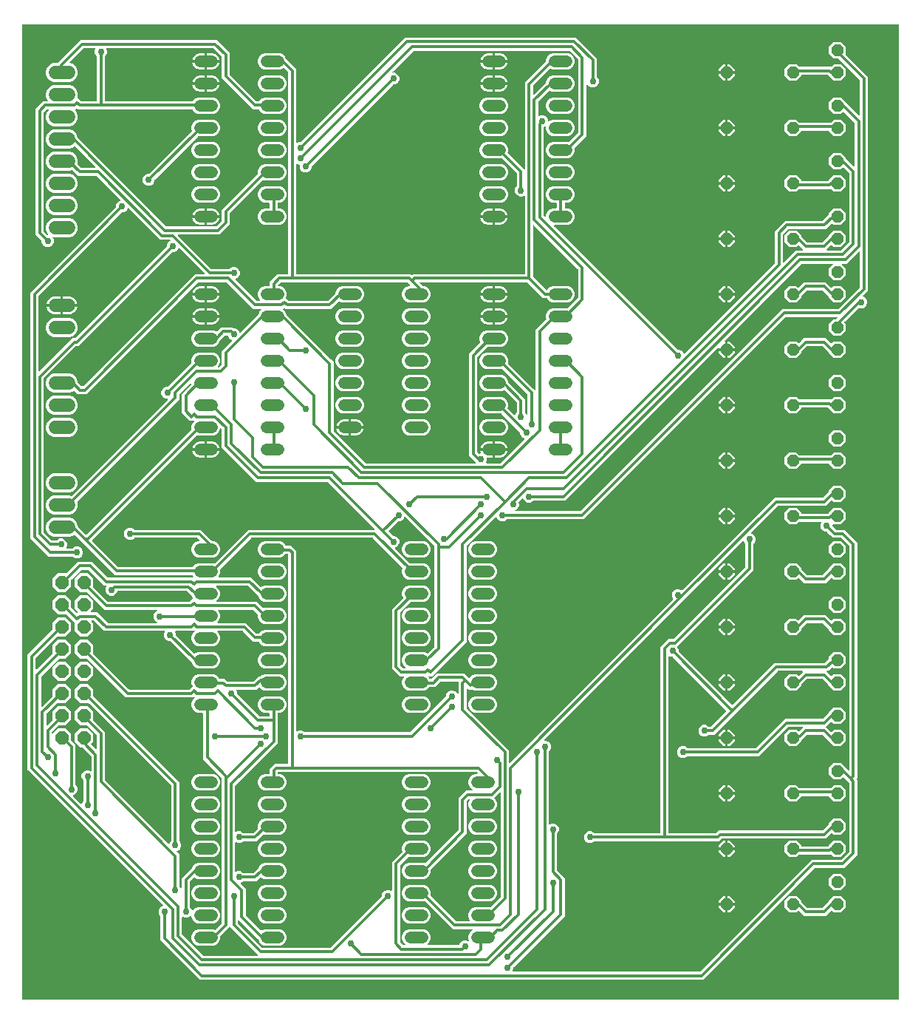
<source format=gbr>
G04 EAGLE Gerber RS-274X export*
G75*
%MOMM*%
%FSLAX34Y34*%
%LPD*%
%INTop Copper*%
%IPPOS*%
%AMOC8*
5,1,8,0,0,1.08239X$1,22.5*%
G01*
%ADD10C,1.320800*%
%ADD11P,1.429621X8X292.500000*%
%ADD12P,1.429621X8X22.500000*%
%ADD13C,1.524000*%
%ADD14P,1.649562X8X292.500000*%
%ADD15C,0.304800*%
%ADD16C,0.756400*%

G36*
X1060778Y106684D02*
X1060778Y106684D01*
X1060797Y106682D01*
X1060899Y106704D01*
X1061001Y106720D01*
X1061018Y106730D01*
X1061038Y106734D01*
X1061127Y106787D01*
X1061218Y106836D01*
X1061232Y106850D01*
X1061249Y106860D01*
X1061316Y106939D01*
X1061388Y107014D01*
X1061396Y107032D01*
X1061409Y107047D01*
X1061448Y107143D01*
X1061491Y107237D01*
X1061493Y107257D01*
X1061501Y107275D01*
X1061519Y107442D01*
X1061519Y1222758D01*
X1061516Y1222778D01*
X1061518Y1222797D01*
X1061496Y1222899D01*
X1061480Y1223001D01*
X1061470Y1223018D01*
X1061466Y1223038D01*
X1061413Y1223127D01*
X1061364Y1223218D01*
X1061350Y1223232D01*
X1061340Y1223249D01*
X1061261Y1223316D01*
X1061186Y1223388D01*
X1061168Y1223396D01*
X1061153Y1223409D01*
X1061057Y1223448D01*
X1060963Y1223491D01*
X1060943Y1223493D01*
X1060925Y1223501D01*
X1060758Y1223519D01*
X56642Y1223519D01*
X56622Y1223516D01*
X56603Y1223518D01*
X56501Y1223496D01*
X56399Y1223480D01*
X56382Y1223470D01*
X56362Y1223466D01*
X56273Y1223413D01*
X56182Y1223364D01*
X56168Y1223350D01*
X56151Y1223340D01*
X56084Y1223261D01*
X56012Y1223186D01*
X56004Y1223168D01*
X55991Y1223153D01*
X55952Y1223057D01*
X55909Y1222963D01*
X55907Y1222943D01*
X55899Y1222925D01*
X55881Y1222758D01*
X55881Y107442D01*
X55884Y107422D01*
X55882Y107403D01*
X55904Y107301D01*
X55920Y107199D01*
X55930Y107182D01*
X55934Y107162D01*
X55987Y107073D01*
X56036Y106982D01*
X56050Y106968D01*
X56060Y106951D01*
X56139Y106884D01*
X56214Y106812D01*
X56232Y106804D01*
X56247Y106791D01*
X56343Y106752D01*
X56437Y106709D01*
X56457Y106707D01*
X56475Y106699D01*
X56642Y106681D01*
X1060758Y106681D01*
X1060778Y106684D01*
G37*
%LPC*%
G36*
X260234Y129539D02*
X260234Y129539D01*
X214883Y174890D01*
X214883Y201861D01*
X214882Y201871D01*
X214882Y201876D01*
X214876Y201903D01*
X214869Y201951D01*
X214861Y202042D01*
X214849Y202072D01*
X214844Y202104D01*
X214801Y202185D01*
X214765Y202269D01*
X214739Y202301D01*
X214728Y202321D01*
X214705Y202344D01*
X214660Y202400D01*
X213665Y203395D01*
X212625Y205905D01*
X212625Y208623D01*
X213665Y211133D01*
X215587Y213055D01*
X217224Y213733D01*
X217263Y213757D01*
X217306Y213773D01*
X217367Y213821D01*
X217433Y213862D01*
X217462Y213898D01*
X217498Y213927D01*
X217540Y213992D01*
X217590Y214052D01*
X217606Y214095D01*
X217631Y214133D01*
X217650Y214209D01*
X217678Y214282D01*
X217680Y214327D01*
X217691Y214372D01*
X217685Y214449D01*
X217688Y214527D01*
X217675Y214571D01*
X217672Y214617D01*
X217641Y214689D01*
X217620Y214764D01*
X217593Y214801D01*
X217576Y214843D01*
X217490Y214950D01*
X217479Y214966D01*
X217475Y214969D01*
X217471Y214974D01*
X62483Y369962D01*
X62483Y501766D01*
X90708Y529991D01*
X90761Y530065D01*
X90821Y530135D01*
X90833Y530165D01*
X90852Y530191D01*
X90879Y530278D01*
X90913Y530363D01*
X90917Y530404D01*
X90924Y530426D01*
X90923Y530458D01*
X90931Y530529D01*
X90931Y537819D01*
X97181Y544069D01*
X106019Y544069D01*
X112269Y537819D01*
X112269Y528981D01*
X106019Y522731D01*
X97127Y522731D01*
X97120Y522736D01*
X97101Y522742D01*
X97084Y522753D01*
X96984Y522778D01*
X96885Y522808D01*
X96865Y522808D01*
X96846Y522813D01*
X96743Y522805D01*
X96639Y522802D01*
X96620Y522795D01*
X96600Y522794D01*
X96506Y522753D01*
X96408Y522718D01*
X96392Y522705D01*
X96374Y522697D01*
X96243Y522592D01*
X71852Y498201D01*
X71799Y498127D01*
X71739Y498057D01*
X71727Y498027D01*
X71708Y498001D01*
X71681Y497914D01*
X71647Y497829D01*
X71643Y497788D01*
X71636Y497766D01*
X71637Y497734D01*
X71629Y497663D01*
X71629Y485317D01*
X71640Y485247D01*
X71642Y485175D01*
X71660Y485126D01*
X71668Y485075D01*
X71702Y485011D01*
X71727Y484944D01*
X71759Y484903D01*
X71784Y484857D01*
X71835Y484808D01*
X71880Y484752D01*
X71924Y484724D01*
X71962Y484688D01*
X72027Y484658D01*
X72087Y484619D01*
X72138Y484606D01*
X72185Y484584D01*
X72256Y484576D01*
X72326Y484559D01*
X72378Y484563D01*
X72429Y484557D01*
X72500Y484572D01*
X72571Y484578D01*
X72619Y484598D01*
X72670Y484609D01*
X72731Y484646D01*
X72797Y484674D01*
X72853Y484719D01*
X72881Y484736D01*
X72896Y484753D01*
X72928Y484779D01*
X90792Y502643D01*
X90804Y502659D01*
X90820Y502672D01*
X90876Y502759D01*
X90936Y502843D01*
X90942Y502862D01*
X90953Y502879D01*
X90978Y502980D01*
X91008Y503078D01*
X91008Y503098D01*
X91013Y503117D01*
X91005Y503221D01*
X91002Y503324D01*
X90995Y503343D01*
X90993Y503363D01*
X90953Y503457D01*
X90931Y503517D01*
X90931Y512419D01*
X97181Y518669D01*
X106019Y518669D01*
X112269Y512419D01*
X112269Y503581D01*
X106019Y497331D01*
X98729Y497331D01*
X98639Y497317D01*
X98548Y497309D01*
X98519Y497297D01*
X98487Y497292D01*
X98406Y497249D01*
X98322Y497213D01*
X98290Y497187D01*
X98269Y497176D01*
X98247Y497153D01*
X98191Y497108D01*
X77948Y476865D01*
X77895Y476791D01*
X77835Y476721D01*
X77823Y476691D01*
X77804Y476665D01*
X77777Y476578D01*
X77743Y476493D01*
X77739Y476452D01*
X77732Y476430D01*
X77733Y476398D01*
X77725Y476327D01*
X77725Y442645D01*
X77736Y442575D01*
X77738Y442503D01*
X77756Y442454D01*
X77764Y442403D01*
X77798Y442339D01*
X77823Y442272D01*
X77855Y442231D01*
X77880Y442185D01*
X77932Y442136D01*
X77976Y442080D01*
X78020Y442052D01*
X78058Y442016D01*
X78123Y441986D01*
X78183Y441947D01*
X78234Y441934D01*
X78281Y441912D01*
X78352Y441904D01*
X78422Y441887D01*
X78474Y441891D01*
X78525Y441885D01*
X78596Y441900D01*
X78667Y441906D01*
X78715Y441926D01*
X78766Y441937D01*
X78827Y441974D01*
X78893Y442002D01*
X78949Y442047D01*
X78977Y442064D01*
X78992Y442081D01*
X79024Y442107D01*
X90708Y453791D01*
X90761Y453865D01*
X90821Y453935D01*
X90833Y453965D01*
X90852Y453991D01*
X90879Y454078D01*
X90913Y454163D01*
X90917Y454204D01*
X90924Y454226D01*
X90923Y454258D01*
X90931Y454329D01*
X90931Y461619D01*
X97181Y467869D01*
X106019Y467869D01*
X112269Y461619D01*
X112269Y452781D01*
X106019Y446531D01*
X97127Y446531D01*
X97120Y446536D01*
X97101Y446542D01*
X97084Y446553D01*
X96984Y446578D01*
X96885Y446608D01*
X96865Y446608D01*
X96846Y446613D01*
X96743Y446605D01*
X96639Y446602D01*
X96620Y446595D01*
X96600Y446594D01*
X96506Y446553D01*
X96408Y446518D01*
X96392Y446505D01*
X96374Y446497D01*
X96243Y446392D01*
X84044Y434193D01*
X83991Y434119D01*
X83931Y434049D01*
X83919Y434019D01*
X83900Y433993D01*
X83873Y433906D01*
X83839Y433821D01*
X83835Y433780D01*
X83828Y433758D01*
X83829Y433726D01*
X83821Y433655D01*
X83821Y421309D01*
X83832Y421239D01*
X83834Y421167D01*
X83852Y421118D01*
X83860Y421067D01*
X83894Y421003D01*
X83919Y420936D01*
X83951Y420895D01*
X83976Y420849D01*
X84027Y420800D01*
X84072Y420744D01*
X84116Y420716D01*
X84154Y420680D01*
X84219Y420650D01*
X84279Y420611D01*
X84330Y420598D01*
X84377Y420576D01*
X84448Y420568D01*
X84518Y420551D01*
X84570Y420555D01*
X84621Y420549D01*
X84692Y420564D01*
X84763Y420570D01*
X84811Y420590D01*
X84862Y420601D01*
X84923Y420638D01*
X84989Y420666D01*
X85045Y420711D01*
X85073Y420728D01*
X85088Y420745D01*
X85120Y420771D01*
X90792Y426443D01*
X90804Y426459D01*
X90820Y426472D01*
X90876Y426559D01*
X90936Y426643D01*
X90942Y426662D01*
X90953Y426679D01*
X90978Y426780D01*
X91008Y426878D01*
X91008Y426898D01*
X91013Y426917D01*
X91005Y427021D01*
X91002Y427124D01*
X90995Y427143D01*
X90993Y427163D01*
X90953Y427257D01*
X90931Y427317D01*
X90931Y436219D01*
X97181Y442469D01*
X106019Y442469D01*
X112269Y436219D01*
X112269Y427381D01*
X106019Y421131D01*
X98729Y421131D01*
X98639Y421117D01*
X98548Y421109D01*
X98519Y421097D01*
X98487Y421092D01*
X98406Y421049D01*
X98322Y421013D01*
X98290Y420987D01*
X98269Y420976D01*
X98247Y420953D01*
X98191Y420908D01*
X90140Y412857D01*
X90087Y412783D01*
X90027Y412713D01*
X90015Y412683D01*
X89996Y412657D01*
X89969Y412570D01*
X89935Y412485D01*
X89931Y412444D01*
X89924Y412422D01*
X89925Y412390D01*
X89917Y412319D01*
X89917Y411642D01*
X89928Y411572D01*
X89930Y411500D01*
X89948Y411451D01*
X89956Y411400D01*
X89990Y411336D01*
X90015Y411269D01*
X90047Y411228D01*
X90072Y411182D01*
X90124Y411133D01*
X90168Y411077D01*
X90212Y411049D01*
X90250Y411013D01*
X90315Y410983D01*
X90375Y410944D01*
X90426Y410931D01*
X90473Y410909D01*
X90544Y410901D01*
X90614Y410884D01*
X90666Y410888D01*
X90717Y410882D01*
X90788Y410897D01*
X90859Y410903D01*
X90907Y410923D01*
X90958Y410934D01*
X91019Y410971D01*
X91085Y410999D01*
X91141Y411044D01*
X91169Y411061D01*
X91184Y411078D01*
X91216Y411104D01*
X97181Y417069D01*
X106019Y417069D01*
X112269Y410819D01*
X112269Y403529D01*
X112283Y403439D01*
X112291Y403348D01*
X112303Y403319D01*
X112308Y403287D01*
X112351Y403206D01*
X112387Y403122D01*
X112413Y403090D01*
X112424Y403069D01*
X112447Y403047D01*
X112492Y402991D01*
X117349Y398134D01*
X117349Y352875D01*
X117363Y352785D01*
X117371Y352694D01*
X117383Y352664D01*
X117388Y352632D01*
X117431Y352551D01*
X117467Y352467D01*
X117493Y352435D01*
X117504Y352415D01*
X117527Y352392D01*
X117572Y352336D01*
X118567Y351341D01*
X119607Y348831D01*
X119607Y346113D01*
X118567Y343603D01*
X116645Y341681D01*
X115008Y341003D01*
X114969Y340979D01*
X114926Y340963D01*
X114865Y340914D01*
X114799Y340873D01*
X114770Y340838D01*
X114734Y340809D01*
X114692Y340744D01*
X114642Y340684D01*
X114626Y340641D01*
X114601Y340603D01*
X114582Y340527D01*
X114554Y340454D01*
X114552Y340409D01*
X114541Y340364D01*
X114547Y340286D01*
X114544Y340209D01*
X114557Y340164D01*
X114560Y340119D01*
X114591Y340047D01*
X114612Y339972D01*
X114639Y339935D01*
X114656Y339892D01*
X114742Y339786D01*
X114753Y339770D01*
X114757Y339767D01*
X114761Y339762D01*
X123354Y331169D01*
X123391Y331143D01*
X123422Y331109D01*
X123490Y331071D01*
X123553Y331026D01*
X123597Y331012D01*
X123637Y330990D01*
X123714Y330976D01*
X123788Y330953D01*
X123834Y330955D01*
X123879Y330946D01*
X123956Y330958D01*
X124034Y330960D01*
X124077Y330976D01*
X124123Y330982D01*
X124192Y331017D01*
X124265Y331044D01*
X124301Y331073D01*
X124342Y331094D01*
X124397Y331149D01*
X124457Y331198D01*
X124482Y331237D01*
X124514Y331269D01*
X124580Y331389D01*
X124590Y331405D01*
X124591Y331410D01*
X124595Y331416D01*
X125273Y333053D01*
X126268Y334048D01*
X126321Y334122D01*
X126381Y334192D01*
X126393Y334222D01*
X126412Y334248D01*
X126439Y334335D01*
X126473Y334420D01*
X126477Y334461D01*
X126484Y334483D01*
X126483Y334515D01*
X126491Y334587D01*
X126491Y357309D01*
X126477Y357399D01*
X126469Y357490D01*
X126457Y357520D01*
X126452Y357552D01*
X126409Y357633D01*
X126373Y357717D01*
X126347Y357749D01*
X126336Y357769D01*
X126313Y357792D01*
X126268Y357848D01*
X125273Y358843D01*
X124233Y361353D01*
X124233Y364071D01*
X125273Y366581D01*
X127195Y368503D01*
X129705Y369543D01*
X132423Y369543D01*
X134583Y368648D01*
X134627Y368638D01*
X134669Y368618D01*
X134746Y368610D01*
X134822Y368592D01*
X134868Y368596D01*
X134913Y368591D01*
X134990Y368608D01*
X135067Y368615D01*
X135109Y368634D01*
X135154Y368643D01*
X135221Y368683D01*
X135292Y368715D01*
X135326Y368746D01*
X135365Y368770D01*
X135416Y368829D01*
X135473Y368881D01*
X135495Y368922D01*
X135525Y368956D01*
X135554Y369029D01*
X135591Y369097D01*
X135600Y369142D01*
X135617Y369185D01*
X135632Y369321D01*
X135635Y369339D01*
X135634Y369344D01*
X135635Y369351D01*
X135635Y384887D01*
X135621Y384977D01*
X135613Y385068D01*
X135601Y385097D01*
X135596Y385129D01*
X135553Y385210D01*
X135517Y385294D01*
X135491Y385326D01*
X135480Y385347D01*
X135457Y385369D01*
X135412Y385425D01*
X126345Y394492D01*
X125329Y395508D01*
X125255Y395561D01*
X125185Y395621D01*
X125155Y395633D01*
X125129Y395652D01*
X125042Y395679D01*
X124957Y395713D01*
X124916Y395717D01*
X124894Y395724D01*
X124862Y395723D01*
X124791Y395731D01*
X122581Y395731D01*
X116331Y401981D01*
X116331Y410819D01*
X122581Y417069D01*
X131419Y417069D01*
X137669Y410819D01*
X137669Y401981D01*
X135268Y399580D01*
X135256Y399564D01*
X135240Y399551D01*
X135184Y399464D01*
X135124Y399380D01*
X135118Y399361D01*
X135107Y399344D01*
X135082Y399244D01*
X135052Y399145D01*
X135052Y399125D01*
X135047Y399106D01*
X135055Y399003D01*
X135058Y398899D01*
X135065Y398880D01*
X135066Y398860D01*
X135107Y398766D01*
X135143Y398668D01*
X135155Y398652D01*
X135163Y398634D01*
X135268Y398503D01*
X140432Y393339D01*
X140490Y393297D01*
X140542Y393248D01*
X140589Y393226D01*
X140631Y393196D01*
X140700Y393174D01*
X140765Y393144D01*
X140817Y393138D01*
X140867Y393123D01*
X140938Y393125D01*
X141009Y393117D01*
X141060Y393128D01*
X141112Y393130D01*
X141180Y393154D01*
X141250Y393169D01*
X141294Y393196D01*
X141343Y393214D01*
X141399Y393259D01*
X141461Y393296D01*
X141495Y393335D01*
X141535Y393368D01*
X141574Y393428D01*
X141621Y393482D01*
X141640Y393531D01*
X141668Y393575D01*
X141686Y393644D01*
X141713Y393711D01*
X141721Y393782D01*
X141729Y393813D01*
X141727Y393836D01*
X141731Y393877D01*
X141731Y409271D01*
X141717Y409361D01*
X141709Y409452D01*
X141697Y409481D01*
X141692Y409513D01*
X141649Y409594D01*
X141613Y409678D01*
X141587Y409710D01*
X141576Y409731D01*
X141553Y409753D01*
X141508Y409809D01*
X130409Y420908D01*
X130335Y420961D01*
X130265Y421021D01*
X130235Y421033D01*
X130209Y421052D01*
X130122Y421079D01*
X130037Y421113D01*
X129996Y421117D01*
X129974Y421124D01*
X129942Y421123D01*
X129871Y421131D01*
X122581Y421131D01*
X116331Y427381D01*
X116331Y436219D01*
X122581Y442469D01*
X131419Y442469D01*
X137669Y436219D01*
X137669Y427327D01*
X137664Y427320D01*
X137658Y427301D01*
X137647Y427284D01*
X137622Y427184D01*
X137592Y427085D01*
X137592Y427065D01*
X137587Y427046D01*
X137595Y426943D01*
X137598Y426839D01*
X137605Y426820D01*
X137606Y426800D01*
X137647Y426706D01*
X137682Y426608D01*
X137695Y426592D01*
X137703Y426574D01*
X137808Y426443D01*
X150877Y413374D01*
X150877Y358825D01*
X150891Y358735D01*
X150899Y358644D01*
X150911Y358615D01*
X150916Y358583D01*
X150959Y358502D01*
X150995Y358418D01*
X151021Y358386D01*
X151032Y358365D01*
X151055Y358343D01*
X151100Y358287D01*
X223938Y285449D01*
X223975Y285423D01*
X224006Y285389D01*
X224074Y285351D01*
X224137Y285306D01*
X224181Y285292D01*
X224221Y285270D01*
X224298Y285256D01*
X224372Y285233D01*
X224418Y285235D01*
X224463Y285226D01*
X224540Y285238D01*
X224618Y285240D01*
X224661Y285256D01*
X224707Y285262D01*
X224776Y285297D01*
X224849Y285324D01*
X224885Y285353D01*
X224926Y285374D01*
X224981Y285429D01*
X225041Y285478D01*
X225066Y285517D01*
X225098Y285549D01*
X225164Y285669D01*
X225174Y285685D01*
X225176Y285690D01*
X225179Y285696D01*
X225857Y287333D01*
X226852Y288328D01*
X226905Y288402D01*
X226965Y288472D01*
X226977Y288502D01*
X226996Y288528D01*
X227023Y288615D01*
X227057Y288700D01*
X227061Y288741D01*
X227068Y288763D01*
X227067Y288795D01*
X227075Y288867D01*
X227075Y351359D01*
X227061Y351449D01*
X227053Y351540D01*
X227041Y351569D01*
X227036Y351601D01*
X226993Y351682D01*
X226957Y351766D01*
X226931Y351798D01*
X226920Y351819D01*
X226897Y351841D01*
X226852Y351897D01*
X132357Y446392D01*
X132341Y446404D01*
X132328Y446420D01*
X132241Y446476D01*
X132157Y446536D01*
X132138Y446542D01*
X132121Y446553D01*
X132020Y446578D01*
X131922Y446608D01*
X131902Y446608D01*
X131883Y446613D01*
X131779Y446605D01*
X131676Y446602D01*
X131657Y446595D01*
X131637Y446593D01*
X131543Y446553D01*
X131483Y446531D01*
X122581Y446531D01*
X116331Y452781D01*
X116331Y461619D01*
X122581Y467869D01*
X131419Y467869D01*
X137669Y461619D01*
X137669Y454329D01*
X137683Y454239D01*
X137691Y454148D01*
X137703Y454119D01*
X137708Y454087D01*
X137751Y454006D01*
X137787Y453922D01*
X137813Y453890D01*
X137824Y453869D01*
X137847Y453847D01*
X137892Y453791D01*
X236221Y355462D01*
X236221Y288867D01*
X236235Y288777D01*
X236243Y288686D01*
X236255Y288656D01*
X236260Y288624D01*
X236303Y288543D01*
X236339Y288459D01*
X236365Y288427D01*
X236376Y288407D01*
X236399Y288384D01*
X236444Y288328D01*
X237439Y287333D01*
X238479Y284823D01*
X238479Y282105D01*
X237439Y279595D01*
X235517Y277673D01*
X233880Y276995D01*
X233841Y276971D01*
X233798Y276955D01*
X233737Y276907D01*
X233671Y276866D01*
X233642Y276830D01*
X233606Y276801D01*
X233564Y276736D01*
X233514Y276676D01*
X233498Y276633D01*
X233473Y276595D01*
X233454Y276519D01*
X233426Y276446D01*
X233424Y276401D01*
X233413Y276356D01*
X233419Y276279D01*
X233416Y276201D01*
X233429Y276157D01*
X233432Y276111D01*
X233463Y276039D01*
X233484Y275964D01*
X233511Y275927D01*
X233528Y275885D01*
X233614Y275778D01*
X233625Y275762D01*
X233629Y275759D01*
X233633Y275754D01*
X236221Y273166D01*
X236221Y237051D01*
X236235Y236961D01*
X236243Y236870D01*
X236255Y236840D01*
X236260Y236808D01*
X236303Y236727D01*
X236339Y236643D01*
X236365Y236611D01*
X236376Y236591D01*
X236399Y236568D01*
X236444Y236512D01*
X237439Y235517D01*
X237803Y234639D01*
X237854Y234556D01*
X237900Y234470D01*
X237918Y234452D01*
X237932Y234430D01*
X238008Y234367D01*
X238078Y234301D01*
X238102Y234290D01*
X238122Y234273D01*
X238213Y234238D01*
X238301Y234197D01*
X238327Y234194D01*
X238351Y234185D01*
X238449Y234181D01*
X238545Y234170D01*
X238571Y234175D01*
X238597Y234174D01*
X238691Y234201D01*
X238786Y234222D01*
X238808Y234236D01*
X238833Y234243D01*
X238913Y234298D01*
X238997Y234348D01*
X239014Y234368D01*
X239035Y234383D01*
X239094Y234461D01*
X239157Y234535D01*
X239167Y234559D01*
X239182Y234580D01*
X239212Y234673D01*
X239249Y234763D01*
X239252Y234796D01*
X239258Y234814D01*
X239258Y234847D01*
X239267Y234930D01*
X239267Y245734D01*
X251036Y257503D01*
X251074Y257556D01*
X251120Y257603D01*
X251161Y257676D01*
X251180Y257703D01*
X251185Y257721D01*
X251201Y257750D01*
X251913Y259468D01*
X254628Y262183D01*
X258176Y263653D01*
X275224Y263653D01*
X278772Y262183D01*
X281487Y259468D01*
X282957Y255920D01*
X282957Y252080D01*
X281487Y248532D01*
X278772Y245817D01*
X275224Y244347D01*
X258176Y244347D01*
X254628Y245817D01*
X253994Y246451D01*
X253978Y246462D01*
X253966Y246478D01*
X253878Y246534D01*
X253794Y246594D01*
X253775Y246600D01*
X253759Y246611D01*
X253658Y246636D01*
X253559Y246667D01*
X253539Y246666D01*
X253520Y246671D01*
X253417Y246663D01*
X253314Y246660D01*
X253295Y246653D01*
X253275Y246652D01*
X253180Y246612D01*
X253082Y246576D01*
X253067Y246563D01*
X253049Y246556D01*
X252918Y246451D01*
X248636Y242169D01*
X248583Y242095D01*
X248523Y242025D01*
X248511Y241995D01*
X248492Y241969D01*
X248465Y241882D01*
X248431Y241797D01*
X248427Y241756D01*
X248420Y241734D01*
X248421Y241702D01*
X248413Y241631D01*
X248413Y212667D01*
X248427Y212577D01*
X248435Y212486D01*
X248447Y212456D01*
X248452Y212424D01*
X248495Y212343D01*
X248531Y212259D01*
X248557Y212227D01*
X248568Y212207D01*
X248591Y212184D01*
X248636Y212128D01*
X249631Y211133D01*
X250585Y208829D01*
X250610Y208790D01*
X250625Y208747D01*
X250674Y208686D01*
X250715Y208620D01*
X250750Y208591D01*
X250779Y208555D01*
X250845Y208513D01*
X250904Y208463D01*
X250947Y208447D01*
X250986Y208422D01*
X251061Y208403D01*
X251134Y208375D01*
X251180Y208373D01*
X251224Y208362D01*
X251302Y208368D01*
X251380Y208364D01*
X251424Y208377D01*
X251470Y208381D01*
X251541Y208411D01*
X251616Y208433D01*
X251654Y208459D01*
X251696Y208477D01*
X251803Y208563D01*
X251818Y208573D01*
X251821Y208577D01*
X251827Y208582D01*
X254628Y211383D01*
X258176Y212853D01*
X275224Y212853D01*
X278772Y211383D01*
X281487Y208668D01*
X282957Y205120D01*
X282957Y201280D01*
X281487Y197732D01*
X278772Y195017D01*
X275224Y193547D01*
X258176Y193547D01*
X254628Y195017D01*
X251913Y197732D01*
X250443Y201280D01*
X250443Y202369D01*
X250432Y202440D01*
X250430Y202512D01*
X250412Y202561D01*
X250404Y202612D01*
X250370Y202675D01*
X250345Y202743D01*
X250313Y202783D01*
X250288Y202829D01*
X250236Y202879D01*
X250192Y202935D01*
X250148Y202963D01*
X250110Y202999D01*
X250045Y203029D01*
X249985Y203068D01*
X249934Y203081D01*
X249887Y203102D01*
X249816Y203110D01*
X249746Y203128D01*
X249694Y203124D01*
X249643Y203130D01*
X249572Y203114D01*
X249501Y203109D01*
X249453Y203088D01*
X249402Y203077D01*
X249341Y203041D01*
X249275Y203012D01*
X249219Y202968D01*
X249191Y202951D01*
X249176Y202933D01*
X249144Y202908D01*
X247709Y201473D01*
X245199Y200433D01*
X242481Y200433D01*
X240321Y201328D01*
X240277Y201338D01*
X240235Y201358D01*
X240158Y201366D01*
X240082Y201384D01*
X240036Y201380D01*
X239991Y201385D01*
X239914Y201368D01*
X239837Y201361D01*
X239795Y201342D01*
X239750Y201333D01*
X239683Y201293D01*
X239612Y201261D01*
X239578Y201230D01*
X239539Y201206D01*
X239488Y201147D01*
X239431Y201095D01*
X239409Y201054D01*
X239379Y201020D01*
X239350Y200947D01*
X239313Y200879D01*
X239304Y200834D01*
X239287Y200791D01*
X239272Y200655D01*
X239269Y200637D01*
X239270Y200632D01*
X239269Y200625D01*
X239269Y182041D01*
X239272Y182023D01*
X239270Y182005D01*
X239285Y181937D01*
X239291Y181860D01*
X239303Y181831D01*
X239308Y181799D01*
X239319Y181779D01*
X239322Y181765D01*
X239354Y181711D01*
X239387Y181634D01*
X239413Y181602D01*
X239424Y181581D01*
X239442Y181564D01*
X239448Y181554D01*
X239458Y181545D01*
X239492Y181503D01*
X263799Y157196D01*
X263873Y157143D01*
X263943Y157083D01*
X263973Y157071D01*
X263999Y157052D01*
X264086Y157025D01*
X264171Y156991D01*
X264212Y156987D01*
X264234Y156980D01*
X264266Y156981D01*
X264337Y156973D01*
X325451Y156973D01*
X325521Y156984D01*
X325593Y156986D01*
X325642Y157004D01*
X325693Y157012D01*
X325757Y157046D01*
X325824Y157071D01*
X325865Y157103D01*
X325911Y157128D01*
X325960Y157180D01*
X326016Y157224D01*
X326044Y157268D01*
X326080Y157306D01*
X326110Y157371D01*
X326149Y157431D01*
X326162Y157482D01*
X326184Y157529D01*
X326192Y157600D01*
X326209Y157670D01*
X326205Y157722D01*
X326211Y157773D01*
X326196Y157844D01*
X326190Y157915D01*
X326170Y157963D01*
X326159Y158014D01*
X326122Y158075D01*
X326094Y158141D01*
X326049Y158197D01*
X326032Y158225D01*
X326015Y158240D01*
X325989Y158272D01*
X324388Y159873D01*
X294670Y189591D01*
X294654Y189602D01*
X294642Y189618D01*
X294554Y189674D01*
X294471Y189734D01*
X294452Y189740D01*
X294435Y189751D01*
X294334Y189776D01*
X294235Y189807D01*
X294216Y189806D01*
X294196Y189811D01*
X294093Y189803D01*
X293990Y189800D01*
X293971Y189794D01*
X293951Y189792D01*
X293856Y189752D01*
X293759Y189716D01*
X293743Y189703D01*
X293725Y189696D01*
X293594Y189591D01*
X283180Y179177D01*
X283127Y179103D01*
X283067Y179033D01*
X283055Y179003D01*
X283036Y178977D01*
X283009Y178890D01*
X282975Y178805D01*
X282971Y178764D01*
X282964Y178742D01*
X282965Y178710D01*
X282957Y178639D01*
X282957Y175880D01*
X281487Y172332D01*
X278772Y169617D01*
X275224Y168147D01*
X258176Y168147D01*
X254628Y169617D01*
X251913Y172332D01*
X250443Y175880D01*
X250443Y179720D01*
X251913Y183268D01*
X254628Y185983D01*
X258176Y187453D01*
X275224Y187453D01*
X277086Y186681D01*
X277200Y186655D01*
X277313Y186626D01*
X277319Y186627D01*
X277326Y186625D01*
X277442Y186636D01*
X277558Y186645D01*
X277564Y186648D01*
X277570Y186648D01*
X277678Y186696D01*
X277785Y186742D01*
X277791Y186746D01*
X277795Y186748D01*
X277809Y186761D01*
X277916Y186846D01*
X284764Y193695D01*
X284808Y193755D01*
X284847Y193796D01*
X284853Y193811D01*
X284877Y193839D01*
X284889Y193869D01*
X284908Y193895D01*
X284935Y193982D01*
X284947Y194012D01*
X284950Y194019D01*
X284950Y194021D01*
X284969Y194067D01*
X284973Y194108D01*
X284980Y194130D01*
X284979Y194162D01*
X284987Y194233D01*
X284987Y360503D01*
X284973Y360593D01*
X284965Y360684D01*
X284953Y360713D01*
X284948Y360745D01*
X284905Y360826D01*
X284869Y360910D01*
X284843Y360942D01*
X284832Y360963D01*
X284809Y360985D01*
X284764Y361041D01*
X263651Y382154D01*
X263651Y434086D01*
X263648Y434106D01*
X263650Y434125D01*
X263628Y434227D01*
X263612Y434329D01*
X263602Y434346D01*
X263598Y434366D01*
X263545Y434455D01*
X263496Y434546D01*
X263482Y434560D01*
X263472Y434577D01*
X263393Y434644D01*
X263318Y434716D01*
X263300Y434724D01*
X263285Y434737D01*
X263189Y434776D01*
X263095Y434819D01*
X263075Y434821D01*
X263057Y434829D01*
X262890Y434847D01*
X258176Y434847D01*
X254628Y436317D01*
X251913Y439032D01*
X250443Y442580D01*
X250443Y446420D01*
X251913Y449968D01*
X253817Y451872D01*
X253828Y451888D01*
X253844Y451900D01*
X253900Y451988D01*
X253960Y452072D01*
X253966Y452091D01*
X253977Y452107D01*
X254002Y452208D01*
X254033Y452307D01*
X254032Y452327D01*
X254037Y452346D01*
X254029Y452449D01*
X254026Y452553D01*
X254019Y452571D01*
X254018Y452591D01*
X253978Y452686D01*
X253942Y452784D01*
X253929Y452799D01*
X253922Y452817D01*
X253817Y452948D01*
X253522Y453243D01*
X253506Y453254D01*
X253494Y453270D01*
X253406Y453326D01*
X253323Y453386D01*
X253304Y453392D01*
X253287Y453403D01*
X253186Y453428D01*
X253087Y453459D01*
X253068Y453458D01*
X253048Y453463D01*
X252945Y453455D01*
X252842Y453452D01*
X252823Y453446D01*
X252803Y453444D01*
X252708Y453404D01*
X252611Y453368D01*
X252595Y453355D01*
X252577Y453348D01*
X252446Y453243D01*
X251830Y452627D01*
X174890Y452627D01*
X130409Y497108D01*
X130335Y497161D01*
X130265Y497221D01*
X130235Y497233D01*
X130209Y497252D01*
X130122Y497279D01*
X130037Y497313D01*
X129996Y497317D01*
X129974Y497324D01*
X129942Y497323D01*
X129871Y497331D01*
X122581Y497331D01*
X116331Y503581D01*
X116331Y512419D01*
X122581Y518669D01*
X131419Y518669D01*
X137669Y512419D01*
X137669Y503527D01*
X137664Y503520D01*
X137658Y503501D01*
X137647Y503484D01*
X137622Y503384D01*
X137592Y503285D01*
X137592Y503265D01*
X137587Y503246D01*
X137595Y503143D01*
X137598Y503039D01*
X137605Y503020D01*
X137606Y503000D01*
X137647Y502906D01*
X137682Y502808D01*
X137695Y502792D01*
X137703Y502774D01*
X137808Y502643D01*
X178455Y461996D01*
X178529Y461943D01*
X178599Y461883D01*
X178629Y461871D01*
X178655Y461852D01*
X178742Y461825D01*
X178827Y461791D01*
X178868Y461787D01*
X178890Y461780D01*
X178922Y461781D01*
X178993Y461773D01*
X247727Y461773D01*
X247817Y461787D01*
X247908Y461795D01*
X247937Y461807D01*
X247969Y461812D01*
X248050Y461855D01*
X248134Y461891D01*
X248166Y461917D01*
X248187Y461928D01*
X248209Y461951D01*
X248265Y461996D01*
X251198Y464929D01*
X251267Y465024D01*
X251336Y465118D01*
X251338Y465124D01*
X251342Y465129D01*
X251376Y465241D01*
X251412Y465352D01*
X251412Y465358D01*
X251414Y465364D01*
X251411Y465481D01*
X251410Y465598D01*
X251408Y465605D01*
X251408Y465610D01*
X251401Y465627D01*
X251363Y465759D01*
X250443Y467980D01*
X250443Y471820D01*
X251913Y475368D01*
X254628Y478083D01*
X258176Y479553D01*
X275224Y479553D01*
X278772Y478083D01*
X281487Y475368D01*
X281874Y474435D01*
X281935Y474335D01*
X281995Y474235D01*
X282000Y474231D01*
X282003Y474226D01*
X282093Y474151D01*
X282182Y474075D01*
X282188Y474073D01*
X282193Y474069D01*
X282301Y474027D01*
X282410Y473983D01*
X282418Y473982D01*
X282422Y473981D01*
X282441Y473980D01*
X282577Y473965D01*
X288406Y473965D01*
X291231Y471140D01*
X291305Y471087D01*
X291375Y471027D01*
X291405Y471015D01*
X291431Y470996D01*
X291518Y470969D01*
X291603Y470935D01*
X291644Y470931D01*
X291666Y470924D01*
X291698Y470925D01*
X291769Y470917D01*
X320879Y470917D01*
X320969Y470931D01*
X321060Y470939D01*
X321089Y470951D01*
X321121Y470956D01*
X321202Y470999D01*
X321286Y471035D01*
X321318Y471061D01*
X321339Y471072D01*
X321361Y471095D01*
X321417Y471140D01*
X327290Y477013D01*
X329442Y477013D01*
X329532Y477027D01*
X329623Y477035D01*
X329653Y477047D01*
X329685Y477052D01*
X329766Y477095D01*
X329850Y477131D01*
X329882Y477157D01*
X329903Y477168D01*
X329925Y477191D01*
X329981Y477236D01*
X330828Y478083D01*
X334376Y479553D01*
X351424Y479553D01*
X354972Y478083D01*
X357687Y475368D01*
X359157Y471820D01*
X359157Y467980D01*
X357687Y464432D01*
X354972Y461717D01*
X351424Y460247D01*
X334376Y460247D01*
X330828Y461717D01*
X328416Y464129D01*
X328400Y464140D01*
X328388Y464156D01*
X328300Y464212D01*
X328216Y464272D01*
X328197Y464278D01*
X328181Y464289D01*
X328080Y464314D01*
X327981Y464345D01*
X327961Y464344D01*
X327942Y464349D01*
X327839Y464341D01*
X327735Y464338D01*
X327717Y464331D01*
X327697Y464330D01*
X327602Y464290D01*
X327504Y464254D01*
X327489Y464241D01*
X327471Y464234D01*
X327340Y464129D01*
X324982Y461771D01*
X302295Y461771D01*
X302250Y461764D01*
X302204Y461766D01*
X302129Y461744D01*
X302053Y461732D01*
X302012Y461710D01*
X301968Y461697D01*
X301904Y461653D01*
X301835Y461616D01*
X301804Y461583D01*
X301766Y461557D01*
X301719Y461494D01*
X301666Y461438D01*
X301646Y461396D01*
X301619Y461360D01*
X301595Y461286D01*
X301562Y461215D01*
X301557Y461169D01*
X301543Y461126D01*
X301544Y461048D01*
X301535Y460971D01*
X301545Y460926D01*
X301545Y460880D01*
X301583Y460748D01*
X301587Y460730D01*
X301590Y460726D01*
X301592Y460719D01*
X302487Y458559D01*
X302487Y457151D01*
X302501Y457061D01*
X302509Y456970D01*
X302521Y456941D01*
X302526Y456909D01*
X302569Y456828D01*
X302605Y456744D01*
X302631Y456712D01*
X302642Y456691D01*
X302665Y456669D01*
X302710Y456613D01*
X327807Y431516D01*
X327881Y431463D01*
X327951Y431403D01*
X327981Y431391D01*
X328007Y431372D01*
X328094Y431345D01*
X328179Y431311D01*
X328220Y431307D01*
X328242Y431300D01*
X328274Y431301D01*
X328345Y431293D01*
X339090Y431293D01*
X339110Y431296D01*
X339129Y431294D01*
X339231Y431316D01*
X339333Y431332D01*
X339350Y431342D01*
X339370Y431346D01*
X339459Y431399D01*
X339550Y431448D01*
X339564Y431462D01*
X339581Y431472D01*
X339648Y431551D01*
X339720Y431626D01*
X339728Y431644D01*
X339741Y431659D01*
X339780Y431755D01*
X339823Y431849D01*
X339825Y431869D01*
X339833Y431887D01*
X339851Y432054D01*
X339851Y434086D01*
X339848Y434106D01*
X339850Y434125D01*
X339828Y434227D01*
X339812Y434329D01*
X339802Y434346D01*
X339798Y434366D01*
X339745Y434455D01*
X339696Y434546D01*
X339682Y434560D01*
X339672Y434577D01*
X339593Y434644D01*
X339518Y434716D01*
X339500Y434724D01*
X339485Y434737D01*
X339389Y434776D01*
X339295Y434819D01*
X339275Y434821D01*
X339257Y434829D01*
X339090Y434847D01*
X334376Y434847D01*
X330828Y436317D01*
X328113Y439032D01*
X326643Y442580D01*
X326643Y446420D01*
X328113Y449968D01*
X330828Y452683D01*
X334376Y454153D01*
X351424Y454153D01*
X354972Y452683D01*
X357687Y449968D01*
X359157Y446420D01*
X359157Y442580D01*
X357687Y439032D01*
X354972Y436317D01*
X351424Y434847D01*
X349758Y434847D01*
X349738Y434844D01*
X349719Y434846D01*
X349617Y434824D01*
X349515Y434808D01*
X349498Y434798D01*
X349478Y434794D01*
X349389Y434741D01*
X349298Y434692D01*
X349284Y434678D01*
X349267Y434668D01*
X349200Y434589D01*
X349128Y434514D01*
X349120Y434496D01*
X349107Y434481D01*
X349068Y434385D01*
X349025Y434291D01*
X349023Y434271D01*
X349015Y434253D01*
X348997Y434086D01*
X348997Y400442D01*
X300452Y351897D01*
X300399Y351823D01*
X300339Y351753D01*
X300327Y351723D01*
X300308Y351697D01*
X300281Y351610D01*
X300247Y351525D01*
X300243Y351484D01*
X300236Y351462D01*
X300237Y351430D01*
X300229Y351359D01*
X300229Y299247D01*
X300230Y299240D01*
X300230Y299238D01*
X300232Y299227D01*
X300236Y299202D01*
X300234Y299156D01*
X300256Y299081D01*
X300268Y299005D01*
X300290Y298964D01*
X300303Y298920D01*
X300347Y298856D01*
X300384Y298787D01*
X300417Y298756D01*
X300443Y298718D01*
X300506Y298671D01*
X300562Y298618D01*
X300604Y298598D01*
X300640Y298571D01*
X300714Y298547D01*
X300785Y298514D01*
X300831Y298509D01*
X300874Y298495D01*
X300952Y298496D01*
X301029Y298487D01*
X301074Y298497D01*
X301120Y298497D01*
X301252Y298535D01*
X301270Y298539D01*
X301274Y298542D01*
X301281Y298544D01*
X303441Y299439D01*
X306159Y299439D01*
X308669Y298399D01*
X309664Y297404D01*
X309738Y297351D01*
X309808Y297291D01*
X309838Y297279D01*
X309864Y297260D01*
X309951Y297233D01*
X310036Y297199D01*
X310077Y297195D01*
X310099Y297188D01*
X310131Y297189D01*
X310203Y297181D01*
X320879Y297181D01*
X320969Y297195D01*
X321060Y297203D01*
X321089Y297215D01*
X321121Y297220D01*
X321202Y297263D01*
X321286Y297299D01*
X321318Y297325D01*
X321339Y297336D01*
X321361Y297359D01*
X321417Y297404D01*
X326420Y302407D01*
X326473Y302481D01*
X326533Y302551D01*
X326545Y302581D01*
X326564Y302607D01*
X326591Y302694D01*
X326625Y302779D01*
X326629Y302820D01*
X326636Y302842D01*
X326635Y302874D01*
X326643Y302945D01*
X326643Y306720D01*
X328113Y310268D01*
X330828Y312983D01*
X334376Y314453D01*
X351424Y314453D01*
X354972Y312983D01*
X357687Y310268D01*
X359157Y306720D01*
X359157Y302880D01*
X357687Y299332D01*
X354972Y296617D01*
X351424Y295147D01*
X334376Y295147D01*
X333232Y295621D01*
X333118Y295648D01*
X333005Y295676D01*
X332999Y295676D01*
X332993Y295677D01*
X332876Y295666D01*
X332760Y295657D01*
X332754Y295655D01*
X332748Y295654D01*
X332641Y295606D01*
X332534Y295561D01*
X332528Y295556D01*
X332523Y295554D01*
X332510Y295541D01*
X332403Y295456D01*
X327884Y290937D01*
X324982Y288035D01*
X310203Y288035D01*
X310113Y288021D01*
X310022Y288013D01*
X309992Y288001D01*
X309960Y287996D01*
X309879Y287953D01*
X309795Y287917D01*
X309763Y287891D01*
X309743Y287880D01*
X309720Y287857D01*
X309664Y287812D01*
X308669Y286817D01*
X306159Y285777D01*
X303441Y285777D01*
X301281Y286672D01*
X301237Y286682D01*
X301195Y286702D01*
X301118Y286710D01*
X301042Y286728D01*
X300996Y286724D01*
X300951Y286729D01*
X300874Y286712D01*
X300797Y286705D01*
X300755Y286686D01*
X300710Y286677D01*
X300643Y286637D01*
X300572Y286605D01*
X300538Y286574D01*
X300499Y286550D01*
X300448Y286491D01*
X300391Y286439D01*
X300369Y286398D01*
X300339Y286364D01*
X300310Y286291D01*
X300273Y286223D01*
X300264Y286178D01*
X300247Y286135D01*
X300232Y285999D01*
X300229Y285981D01*
X300230Y285976D01*
X300229Y285969D01*
X300229Y253527D01*
X300236Y253482D01*
X300234Y253436D01*
X300256Y253361D01*
X300268Y253285D01*
X300290Y253244D01*
X300303Y253200D01*
X300347Y253136D01*
X300384Y253067D01*
X300417Y253036D01*
X300443Y252998D01*
X300506Y252951D01*
X300562Y252898D01*
X300604Y252878D01*
X300640Y252851D01*
X300714Y252827D01*
X300785Y252794D01*
X300831Y252789D01*
X300874Y252775D01*
X300952Y252776D01*
X301029Y252767D01*
X301074Y252777D01*
X301120Y252777D01*
X301252Y252815D01*
X301270Y252819D01*
X301274Y252822D01*
X301281Y252824D01*
X303441Y253719D01*
X306159Y253719D01*
X308669Y252679D01*
X309664Y251684D01*
X309738Y251631D01*
X309808Y251571D01*
X309838Y251559D01*
X309864Y251540D01*
X309951Y251513D01*
X310036Y251479D01*
X310077Y251475D01*
X310099Y251468D01*
X310131Y251469D01*
X310203Y251461D01*
X320879Y251461D01*
X320969Y251475D01*
X321060Y251483D01*
X321089Y251495D01*
X321121Y251500D01*
X321202Y251543D01*
X321286Y251579D01*
X321318Y251605D01*
X321339Y251616D01*
X321361Y251639D01*
X321417Y251684D01*
X327236Y257503D01*
X327274Y257556D01*
X327320Y257603D01*
X327361Y257676D01*
X327380Y257703D01*
X327385Y257721D01*
X327401Y257750D01*
X328113Y259468D01*
X330828Y262183D01*
X334376Y263653D01*
X351424Y263653D01*
X354972Y262183D01*
X357687Y259468D01*
X359157Y255920D01*
X359157Y252080D01*
X357687Y248532D01*
X354972Y245817D01*
X351424Y244347D01*
X334376Y244347D01*
X330828Y245817D01*
X330194Y246451D01*
X330178Y246462D01*
X330166Y246478D01*
X330078Y246534D01*
X329994Y246594D01*
X329975Y246600D01*
X329959Y246611D01*
X329858Y246636D01*
X329759Y246667D01*
X329739Y246666D01*
X329720Y246671D01*
X329617Y246663D01*
X329514Y246660D01*
X329495Y246653D01*
X329475Y246652D01*
X329380Y246612D01*
X329282Y246576D01*
X329267Y246563D01*
X329249Y246556D01*
X329118Y246451D01*
X324982Y242315D01*
X310203Y242315D01*
X310113Y242301D01*
X310022Y242293D01*
X309992Y242281D01*
X309960Y242276D01*
X309879Y242233D01*
X309795Y242197D01*
X309763Y242171D01*
X309743Y242160D01*
X309720Y242137D01*
X309664Y242092D01*
X308669Y241097D01*
X307032Y240419D01*
X306993Y240395D01*
X306950Y240379D01*
X306889Y240331D01*
X306823Y240290D01*
X306794Y240254D01*
X306758Y240225D01*
X306716Y240160D01*
X306666Y240100D01*
X306650Y240057D01*
X306625Y240019D01*
X306606Y239943D01*
X306578Y239870D01*
X306576Y239825D01*
X306565Y239780D01*
X306571Y239703D01*
X306568Y239625D01*
X306581Y239581D01*
X306584Y239535D01*
X306615Y239463D01*
X306636Y239388D01*
X306663Y239351D01*
X306680Y239309D01*
X306766Y239202D01*
X306777Y239186D01*
X306781Y239183D01*
X306785Y239178D01*
X312421Y233542D01*
X312421Y203377D01*
X312435Y203287D01*
X312443Y203196D01*
X312455Y203167D01*
X312460Y203135D01*
X312503Y203054D01*
X312539Y202970D01*
X312565Y202938D01*
X312576Y202917D01*
X312599Y202895D01*
X312612Y202879D01*
X312618Y202869D01*
X312625Y202863D01*
X312644Y202839D01*
X329626Y185857D01*
X329642Y185846D01*
X329654Y185830D01*
X329742Y185774D01*
X329825Y185714D01*
X329844Y185708D01*
X329861Y185697D01*
X329961Y185672D01*
X330060Y185641D01*
X330080Y185642D01*
X330100Y185637D01*
X330203Y185645D01*
X330306Y185648D01*
X330325Y185655D01*
X330345Y185656D01*
X330440Y185697D01*
X330537Y185732D01*
X330553Y185745D01*
X330571Y185752D01*
X330702Y185857D01*
X330828Y185983D01*
X334376Y187453D01*
X351424Y187453D01*
X354972Y185983D01*
X357687Y183268D01*
X359157Y179720D01*
X359157Y175880D01*
X357687Y172332D01*
X354972Y169617D01*
X351424Y168147D01*
X334376Y168147D01*
X330828Y169617D01*
X328113Y172332D01*
X326683Y175784D01*
X326648Y175840D01*
X326623Y175900D01*
X326571Y175965D01*
X326553Y175993D01*
X326538Y176006D01*
X326518Y176031D01*
X306177Y196372D01*
X304576Y197973D01*
X304518Y198015D01*
X304466Y198064D01*
X304419Y198086D01*
X304377Y198116D01*
X304308Y198138D01*
X304243Y198168D01*
X304191Y198173D01*
X304141Y198189D01*
X304070Y198187D01*
X303999Y198195D01*
X303948Y198184D01*
X303896Y198182D01*
X303828Y198158D01*
X303758Y198143D01*
X303713Y198116D01*
X303665Y198098D01*
X303609Y198053D01*
X303547Y198016D01*
X303513Y197977D01*
X303473Y197944D01*
X303434Y197884D01*
X303387Y197830D01*
X303368Y197781D01*
X303340Y197737D01*
X303322Y197668D01*
X303295Y197601D01*
X303287Y197530D01*
X303279Y197499D01*
X303281Y197476D01*
X303277Y197435D01*
X303277Y194233D01*
X303291Y194143D01*
X303299Y194052D01*
X303311Y194023D01*
X303316Y193991D01*
X303338Y193951D01*
X303339Y193945D01*
X303355Y193917D01*
X303359Y193910D01*
X303395Y193826D01*
X303421Y193794D01*
X303432Y193773D01*
X303454Y193752D01*
X303465Y193734D01*
X303477Y193723D01*
X303500Y193695D01*
X330855Y166340D01*
X330929Y166287D01*
X330999Y166227D01*
X331029Y166215D01*
X331055Y166196D01*
X331142Y166169D01*
X331227Y166135D01*
X331268Y166131D01*
X331290Y166124D01*
X331322Y166125D01*
X331393Y166117D01*
X409271Y166117D01*
X409361Y166131D01*
X409452Y166139D01*
X409481Y166151D01*
X409513Y166156D01*
X409594Y166199D01*
X409678Y166235D01*
X409710Y166261D01*
X409731Y166272D01*
X409753Y166295D01*
X409809Y166340D01*
X468434Y224965D01*
X468487Y225039D01*
X468547Y225109D01*
X468559Y225139D01*
X468578Y225165D01*
X468605Y225252D01*
X468639Y225337D01*
X468643Y225378D01*
X468650Y225400D01*
X468649Y225432D01*
X468657Y225503D01*
X468657Y226911D01*
X469697Y229421D01*
X471619Y231343D01*
X474129Y232383D01*
X476847Y232383D01*
X479007Y231488D01*
X479051Y231478D01*
X479093Y231458D01*
X479170Y231450D01*
X479246Y231432D01*
X479292Y231436D01*
X479337Y231431D01*
X479414Y231448D01*
X479491Y231455D01*
X479533Y231474D01*
X479578Y231483D01*
X479645Y231523D01*
X479716Y231555D01*
X479750Y231586D01*
X479789Y231610D01*
X479840Y231669D01*
X479897Y231721D01*
X479919Y231762D01*
X479949Y231796D01*
X479978Y231869D01*
X480015Y231937D01*
X480024Y231982D01*
X480041Y232025D01*
X480056Y232161D01*
X480059Y232179D01*
X480058Y232184D01*
X480059Y232191D01*
X480059Y264022D01*
X491903Y275866D01*
X491971Y275960D01*
X492041Y276055D01*
X492043Y276061D01*
X492047Y276066D01*
X492081Y276177D01*
X492117Y276289D01*
X492117Y276295D01*
X492119Y276301D01*
X492116Y276418D01*
X492115Y276534D01*
X492113Y276542D01*
X492113Y276547D01*
X492106Y276564D01*
X492068Y276696D01*
X491743Y277480D01*
X491743Y281320D01*
X493213Y284868D01*
X495928Y287583D01*
X499476Y289053D01*
X516524Y289053D01*
X520072Y287583D01*
X522787Y284868D01*
X524257Y281320D01*
X524257Y277480D01*
X522787Y273932D01*
X520072Y271217D01*
X516524Y269747D01*
X499476Y269747D01*
X499410Y269775D01*
X499297Y269801D01*
X499183Y269830D01*
X499177Y269829D01*
X499171Y269831D01*
X499054Y269820D01*
X498938Y269811D01*
X498932Y269808D01*
X498926Y269808D01*
X498818Y269760D01*
X498711Y269714D01*
X498706Y269710D01*
X498701Y269708D01*
X498687Y269695D01*
X498580Y269610D01*
X489428Y260457D01*
X489375Y260383D01*
X489315Y260313D01*
X489303Y260283D01*
X489284Y260257D01*
X489257Y260170D01*
X489223Y260085D01*
X489219Y260044D01*
X489212Y260022D01*
X489213Y259990D01*
X489205Y259919D01*
X489205Y172897D01*
X489207Y172883D01*
X489206Y172870D01*
X489220Y172807D01*
X489227Y172716D01*
X489239Y172687D01*
X489244Y172655D01*
X489287Y172574D01*
X489323Y172490D01*
X489349Y172458D01*
X489360Y172437D01*
X489383Y172415D01*
X489428Y172359D01*
X492399Y169388D01*
X492473Y169335D01*
X492543Y169275D01*
X492573Y169263D01*
X492599Y169244D01*
X492686Y169217D01*
X492771Y169183D01*
X492812Y169179D01*
X492834Y169172D01*
X492866Y169173D01*
X492937Y169165D01*
X494542Y169165D01*
X494613Y169176D01*
X494685Y169178D01*
X494734Y169196D01*
X494785Y169204D01*
X494849Y169238D01*
X494916Y169263D01*
X494957Y169295D01*
X495003Y169320D01*
X495052Y169372D01*
X495108Y169416D01*
X495136Y169460D01*
X495172Y169498D01*
X495202Y169563D01*
X495241Y169623D01*
X495254Y169674D01*
X495276Y169721D01*
X495283Y169792D01*
X495301Y169862D01*
X495297Y169914D01*
X495303Y169965D01*
X495287Y170036D01*
X495282Y170107D01*
X495262Y170155D01*
X495250Y170206D01*
X495214Y170267D01*
X495186Y170333D01*
X495141Y170389D01*
X495124Y170417D01*
X495106Y170432D01*
X495081Y170464D01*
X493213Y172332D01*
X491743Y175880D01*
X491743Y179720D01*
X493213Y183268D01*
X495928Y185983D01*
X499476Y187453D01*
X516524Y187453D01*
X520072Y185983D01*
X522787Y183268D01*
X524257Y179720D01*
X524257Y175880D01*
X522787Y172332D01*
X520919Y170464D01*
X520877Y170406D01*
X520828Y170354D01*
X520806Y170307D01*
X520776Y170265D01*
X520755Y170196D01*
X520724Y170131D01*
X520719Y170079D01*
X520703Y170029D01*
X520705Y169958D01*
X520697Y169887D01*
X520708Y169836D01*
X520710Y169784D01*
X520734Y169716D01*
X520750Y169646D01*
X520776Y169601D01*
X520794Y169553D01*
X520839Y169497D01*
X520876Y169435D01*
X520915Y169401D01*
X520948Y169361D01*
X521008Y169322D01*
X521063Y169275D01*
X521111Y169256D01*
X521155Y169228D01*
X521224Y169210D01*
X521291Y169183D01*
X521362Y169175D01*
X521393Y169167D01*
X521417Y169169D01*
X521458Y169165D01*
X556609Y169165D01*
X556724Y169184D01*
X556840Y169201D01*
X556846Y169203D01*
X556852Y169204D01*
X556955Y169259D01*
X557060Y169312D01*
X557064Y169317D01*
X557070Y169320D01*
X557149Y169404D01*
X557232Y169488D01*
X557235Y169494D01*
X557239Y169498D01*
X557247Y169515D01*
X557313Y169635D01*
X558089Y171509D01*
X560011Y173431D01*
X562521Y174471D01*
X565239Y174471D01*
X567510Y173530D01*
X567580Y173514D01*
X567647Y173488D01*
X567699Y173486D01*
X567750Y173474D01*
X567821Y173480D01*
X567893Y173477D01*
X567943Y173492D01*
X567994Y173497D01*
X568060Y173526D01*
X568129Y173546D01*
X568172Y173576D01*
X568219Y173597D01*
X568272Y173645D01*
X568331Y173686D01*
X568362Y173728D01*
X568400Y173763D01*
X568435Y173826D01*
X568478Y173884D01*
X568494Y173933D01*
X568519Y173979D01*
X568532Y174049D01*
X568554Y174117D01*
X568553Y174170D01*
X568563Y174221D01*
X568552Y174292D01*
X568551Y174363D01*
X568531Y174432D01*
X568527Y174464D01*
X568516Y174485D01*
X568505Y174525D01*
X567943Y175880D01*
X567943Y179720D01*
X569413Y183268D01*
X572128Y185983D01*
X572137Y185987D01*
X572220Y186038D01*
X572306Y186084D01*
X572323Y186102D01*
X572346Y186116D01*
X572408Y186191D01*
X572475Y186262D01*
X572486Y186286D01*
X572503Y186306D01*
X572537Y186397D01*
X572579Y186485D01*
X572581Y186511D01*
X572591Y186535D01*
X572595Y186633D01*
X572606Y186729D01*
X572600Y186755D01*
X572601Y186781D01*
X572574Y186875D01*
X572553Y186970D01*
X572540Y186992D01*
X572533Y187017D01*
X572477Y187097D01*
X572427Y187181D01*
X572407Y187198D01*
X572392Y187219D01*
X572314Y187277D01*
X572240Y187341D01*
X572216Y187351D01*
X572195Y187366D01*
X572103Y187396D01*
X572012Y187433D01*
X571980Y187436D01*
X571961Y187442D01*
X571928Y187442D01*
X571845Y187451D01*
X549794Y187451D01*
X518138Y219107D01*
X518044Y219175D01*
X517949Y219245D01*
X517943Y219247D01*
X517938Y219251D01*
X517827Y219285D01*
X517715Y219321D01*
X517709Y219321D01*
X517703Y219323D01*
X517586Y219320D01*
X517470Y219319D01*
X517462Y219317D01*
X517457Y219317D01*
X517440Y219310D01*
X517308Y219272D01*
X516524Y218947D01*
X499476Y218947D01*
X495928Y220417D01*
X493213Y223132D01*
X491743Y226680D01*
X491743Y230520D01*
X493213Y234068D01*
X495928Y236783D01*
X499476Y238253D01*
X516524Y238253D01*
X520072Y236783D01*
X522787Y234068D01*
X524257Y230520D01*
X524257Y226680D01*
X524229Y226614D01*
X524203Y226501D01*
X524174Y226387D01*
X524175Y226381D01*
X524173Y226375D01*
X524184Y226258D01*
X524193Y226142D01*
X524196Y226136D01*
X524196Y226130D01*
X524244Y226022D01*
X524290Y225915D01*
X524294Y225910D01*
X524296Y225905D01*
X524309Y225891D01*
X524394Y225784D01*
X553359Y196820D01*
X553433Y196767D01*
X553503Y196707D01*
X553533Y196695D01*
X553559Y196676D01*
X553646Y196649D01*
X553731Y196615D01*
X553772Y196611D01*
X553794Y196604D01*
X553826Y196605D01*
X553897Y196597D01*
X568744Y196597D01*
X568789Y196604D01*
X568835Y196602D01*
X568910Y196624D01*
X568987Y196636D01*
X569027Y196658D01*
X569071Y196671D01*
X569135Y196715D01*
X569204Y196752D01*
X569236Y196785D01*
X569273Y196811D01*
X569320Y196874D01*
X569373Y196930D01*
X569393Y196972D01*
X569420Y197008D01*
X569444Y197082D01*
X569477Y197153D01*
X569482Y197199D01*
X569496Y197242D01*
X569495Y197320D01*
X569504Y197397D01*
X569494Y197442D01*
X569494Y197488D01*
X569456Y197620D01*
X569452Y197638D01*
X569449Y197642D01*
X569447Y197649D01*
X567943Y201280D01*
X567943Y205120D01*
X569413Y208668D01*
X572128Y211383D01*
X575676Y212853D01*
X592724Y212853D01*
X592790Y212825D01*
X592903Y212799D01*
X593017Y212770D01*
X593023Y212771D01*
X593029Y212769D01*
X593146Y212780D01*
X593262Y212789D01*
X593268Y212792D01*
X593274Y212792D01*
X593382Y212840D01*
X593489Y212886D01*
X593494Y212890D01*
X593499Y212892D01*
X593513Y212905D01*
X593620Y212990D01*
X604804Y224175D01*
X604852Y224242D01*
X604857Y224246D01*
X604858Y224250D01*
X604917Y224319D01*
X604929Y224349D01*
X604948Y224375D01*
X604975Y224462D01*
X605009Y224547D01*
X605013Y224588D01*
X605020Y224610D01*
X605019Y224642D01*
X605027Y224713D01*
X605027Y343739D01*
X605016Y343809D01*
X605014Y343881D01*
X604996Y343930D01*
X604988Y343981D01*
X604954Y344045D01*
X604929Y344112D01*
X604897Y344153D01*
X604872Y344199D01*
X604820Y344248D01*
X604776Y344304D01*
X604732Y344332D01*
X604694Y344368D01*
X604629Y344398D01*
X604569Y344437D01*
X604518Y344450D01*
X604471Y344472D01*
X604400Y344480D01*
X604330Y344497D01*
X604278Y344493D01*
X604227Y344499D01*
X604156Y344484D01*
X604085Y344478D01*
X604037Y344458D01*
X603986Y344447D01*
X603925Y344410D01*
X603859Y344382D01*
X603803Y344337D01*
X603775Y344320D01*
X603760Y344303D01*
X603728Y344277D01*
X597591Y338140D01*
X597580Y338124D01*
X597564Y338112D01*
X597508Y338024D01*
X597448Y337941D01*
X597442Y337922D01*
X597431Y337905D01*
X597406Y337804D01*
X597375Y337706D01*
X597376Y337686D01*
X597371Y337666D01*
X597379Y337563D01*
X597382Y337460D01*
X597389Y337441D01*
X597390Y337421D01*
X597431Y337326D01*
X597466Y337229D01*
X597479Y337213D01*
X597486Y337195D01*
X597591Y337064D01*
X598987Y335668D01*
X600457Y332120D01*
X600457Y328280D01*
X598987Y324732D01*
X596272Y322017D01*
X592724Y320547D01*
X575676Y320547D01*
X572128Y322017D01*
X569413Y324732D01*
X567943Y328280D01*
X567943Y332120D01*
X569169Y335079D01*
X569191Y335174D01*
X569220Y335267D01*
X569219Y335293D01*
X569225Y335318D01*
X569216Y335415D01*
X569213Y335513D01*
X569204Y335537D01*
X569202Y335563D01*
X569162Y335652D01*
X569129Y335744D01*
X569113Y335764D01*
X569102Y335788D01*
X569036Y335860D01*
X568975Y335936D01*
X568953Y335950D01*
X568936Y335969D01*
X568850Y336016D01*
X568768Y336069D01*
X568743Y336075D01*
X568720Y336088D01*
X568624Y336105D01*
X568530Y336129D01*
X568504Y336127D01*
X568478Y336131D01*
X568381Y336117D01*
X568285Y336110D01*
X568261Y336099D01*
X568235Y336096D01*
X568148Y336051D01*
X568058Y336013D01*
X568033Y335993D01*
X568015Y335984D01*
X567992Y335960D01*
X567927Y335908D01*
X565628Y333609D01*
X565575Y333535D01*
X565515Y333465D01*
X565503Y333435D01*
X565484Y333409D01*
X565457Y333322D01*
X565423Y333237D01*
X565419Y333196D01*
X565412Y333174D01*
X565413Y333142D01*
X565405Y333071D01*
X565405Y296810D01*
X562503Y293908D01*
X524480Y255885D01*
X524427Y255811D01*
X524367Y255741D01*
X524355Y255711D01*
X524336Y255685D01*
X524309Y255598D01*
X524275Y255513D01*
X524271Y255472D01*
X524264Y255450D01*
X524265Y255418D01*
X524257Y255347D01*
X524257Y252080D01*
X522787Y248532D01*
X520072Y245817D01*
X516524Y244347D01*
X499476Y244347D01*
X495928Y245817D01*
X493213Y248532D01*
X491743Y252080D01*
X491743Y255920D01*
X493213Y259468D01*
X495928Y262183D01*
X499476Y263653D01*
X516524Y263653D01*
X518027Y263030D01*
X518140Y263004D01*
X518254Y262975D01*
X518260Y262976D01*
X518266Y262974D01*
X518383Y262985D01*
X518499Y262994D01*
X518505Y262997D01*
X518511Y262997D01*
X518619Y263045D01*
X518725Y263090D01*
X518731Y263095D01*
X518736Y263097D01*
X518750Y263110D01*
X518856Y263195D01*
X556036Y300375D01*
X556089Y300449D01*
X556149Y300519D01*
X556161Y300549D01*
X556180Y300575D01*
X556207Y300662D01*
X556241Y300747D01*
X556245Y300788D01*
X556252Y300810D01*
X556251Y300842D01*
X556259Y300913D01*
X556259Y337174D01*
X565034Y345949D01*
X571845Y345949D01*
X571941Y345964D01*
X572039Y345974D01*
X572062Y345984D01*
X572088Y345988D01*
X572174Y346034D01*
X572263Y346074D01*
X572283Y346091D01*
X572306Y346104D01*
X572373Y346174D01*
X572444Y346240D01*
X572457Y346263D01*
X572475Y346282D01*
X572516Y346370D01*
X572563Y346456D01*
X572568Y346481D01*
X572579Y346505D01*
X572589Y346602D01*
X572607Y346698D01*
X572603Y346724D01*
X572606Y346749D01*
X572585Y346845D01*
X572571Y346941D01*
X572559Y346964D01*
X572553Y346990D01*
X572503Y347074D01*
X572459Y347160D01*
X572441Y347179D01*
X572427Y347201D01*
X572353Y347264D01*
X572284Y347332D01*
X572255Y347348D01*
X572240Y347361D01*
X572210Y347373D01*
X572137Y347413D01*
X572128Y347417D01*
X569413Y350132D01*
X567943Y353680D01*
X567943Y357520D01*
X569413Y361068D01*
X572128Y363783D01*
X575676Y365253D01*
X577419Y365253D01*
X577489Y365264D01*
X577561Y365266D01*
X577610Y365284D01*
X577661Y365292D01*
X577725Y365326D01*
X577792Y365351D01*
X577833Y365383D01*
X577879Y365408D01*
X577928Y365460D01*
X577984Y365504D01*
X578012Y365548D01*
X578048Y365586D01*
X578078Y365651D01*
X578117Y365711D01*
X578130Y365762D01*
X578152Y365809D01*
X578160Y365880D01*
X578177Y365950D01*
X578173Y366002D01*
X578179Y366053D01*
X578164Y366124D01*
X578158Y366195D01*
X578138Y366243D01*
X578127Y366294D01*
X578090Y366355D01*
X578062Y366421D01*
X578017Y366477D01*
X578000Y366505D01*
X577983Y366520D01*
X577957Y366552D01*
X577449Y367060D01*
X577375Y367114D01*
X577305Y367173D01*
X577275Y367185D01*
X577249Y367204D01*
X577162Y367231D01*
X577077Y367265D01*
X577036Y367269D01*
X577014Y367276D01*
X576982Y367275D01*
X576911Y367283D01*
X349758Y367283D01*
X349738Y367280D01*
X349719Y367282D01*
X349617Y367260D01*
X349515Y367244D01*
X349498Y367234D01*
X349478Y367230D01*
X349389Y367177D01*
X349298Y367128D01*
X349284Y367114D01*
X349267Y367104D01*
X349200Y367025D01*
X349128Y366950D01*
X349120Y366932D01*
X349107Y366917D01*
X349068Y366821D01*
X349025Y366727D01*
X349023Y366707D01*
X349015Y366689D01*
X348997Y366522D01*
X348997Y366014D01*
X349000Y365994D01*
X348998Y365975D01*
X349020Y365873D01*
X349036Y365771D01*
X349046Y365754D01*
X349050Y365734D01*
X349103Y365645D01*
X349152Y365554D01*
X349166Y365540D01*
X349176Y365523D01*
X349255Y365456D01*
X349330Y365384D01*
X349348Y365376D01*
X349363Y365363D01*
X349459Y365324D01*
X349553Y365281D01*
X349573Y365279D01*
X349591Y365271D01*
X349758Y365253D01*
X351424Y365253D01*
X354972Y363783D01*
X357687Y361068D01*
X359157Y357520D01*
X359157Y353680D01*
X357687Y350132D01*
X354972Y347417D01*
X351424Y345947D01*
X334376Y345947D01*
X330828Y347417D01*
X328113Y350132D01*
X326643Y353680D01*
X326643Y357520D01*
X328113Y361068D01*
X330828Y363783D01*
X334376Y365253D01*
X339090Y365253D01*
X339110Y365256D01*
X339129Y365254D01*
X339231Y365276D01*
X339333Y365292D01*
X339350Y365302D01*
X339370Y365306D01*
X339459Y365359D01*
X339550Y365408D01*
X339564Y365422D01*
X339581Y365432D01*
X339648Y365511D01*
X339720Y365586D01*
X339728Y365604D01*
X339741Y365619D01*
X339780Y365715D01*
X339823Y365809D01*
X339825Y365829D01*
X339833Y365847D01*
X339851Y366014D01*
X339851Y370702D01*
X342676Y373527D01*
X345578Y376429D01*
X360426Y376429D01*
X360446Y376432D01*
X360465Y376430D01*
X360567Y376452D01*
X360669Y376468D01*
X360686Y376478D01*
X360706Y376482D01*
X360795Y376535D01*
X360886Y376584D01*
X360900Y376598D01*
X360917Y376608D01*
X360984Y376687D01*
X361056Y376762D01*
X361064Y376780D01*
X361077Y376795D01*
X361116Y376891D01*
X361159Y376985D01*
X361161Y377005D01*
X361169Y377023D01*
X361187Y377190D01*
X361187Y616458D01*
X361184Y616478D01*
X361186Y616497D01*
X361164Y616599D01*
X361148Y616701D01*
X361138Y616718D01*
X361134Y616738D01*
X361081Y616827D01*
X361032Y616918D01*
X361018Y616932D01*
X361008Y616949D01*
X360929Y617016D01*
X360854Y617088D01*
X360836Y617096D01*
X360821Y617109D01*
X360725Y617148D01*
X360631Y617191D01*
X360611Y617193D01*
X360593Y617201D01*
X360426Y617219D01*
X358356Y617219D01*
X358242Y617200D01*
X358125Y617183D01*
X358120Y617181D01*
X358113Y617180D01*
X358010Y617125D01*
X357906Y617072D01*
X357902Y617067D01*
X357896Y617064D01*
X357816Y616980D01*
X357734Y616896D01*
X357730Y616890D01*
X357727Y616886D01*
X357719Y616869D01*
X357712Y616857D01*
X354972Y614117D01*
X351424Y612647D01*
X334376Y612647D01*
X330828Y614117D01*
X328113Y616832D01*
X326643Y620380D01*
X326643Y624220D01*
X328113Y627768D01*
X330828Y630483D01*
X334376Y631953D01*
X351424Y631953D01*
X354972Y630483D01*
X357687Y627768D01*
X358074Y626835D01*
X358135Y626735D01*
X358195Y626635D01*
X358200Y626631D01*
X358203Y626626D01*
X358293Y626551D01*
X358382Y626475D01*
X358388Y626473D01*
X358393Y626469D01*
X358501Y626427D01*
X358610Y626383D01*
X358618Y626382D01*
X358622Y626381D01*
X358641Y626380D01*
X358777Y626365D01*
X364606Y626365D01*
X370333Y620638D01*
X370333Y415071D01*
X370340Y415026D01*
X370338Y414980D01*
X370360Y414905D01*
X370372Y414829D01*
X370394Y414788D01*
X370407Y414744D01*
X370451Y414680D01*
X370488Y414611D01*
X370521Y414580D01*
X370547Y414542D01*
X370610Y414495D01*
X370666Y414442D01*
X370708Y414422D01*
X370744Y414395D01*
X370818Y414371D01*
X370889Y414338D01*
X370935Y414333D01*
X370978Y414319D01*
X371056Y414320D01*
X371133Y414311D01*
X371178Y414321D01*
X371224Y414321D01*
X371356Y414359D01*
X371374Y414363D01*
X371378Y414366D01*
X371385Y414368D01*
X373545Y415263D01*
X376263Y415263D01*
X378773Y414223D01*
X379768Y413228D01*
X379842Y413175D01*
X379912Y413115D01*
X379942Y413103D01*
X379968Y413084D01*
X380055Y413057D01*
X380140Y413023D01*
X380181Y413019D01*
X380203Y413012D01*
X380235Y413013D01*
X380307Y413005D01*
X500711Y413005D01*
X500801Y413019D01*
X500892Y413027D01*
X500921Y413039D01*
X500953Y413044D01*
X501034Y413087D01*
X501118Y413123D01*
X501150Y413149D01*
X501171Y413160D01*
X501193Y413183D01*
X501249Y413228D01*
X541586Y453565D01*
X541639Y453639D01*
X541699Y453709D01*
X541711Y453739D01*
X541730Y453765D01*
X541757Y453852D01*
X541791Y453937D01*
X541795Y453978D01*
X541802Y454000D01*
X541801Y454032D01*
X541809Y454103D01*
X541809Y455511D01*
X542849Y458021D01*
X544771Y459943D01*
X547281Y460983D01*
X549999Y460983D01*
X552509Y459943D01*
X554431Y458021D01*
X554795Y457143D01*
X554846Y457060D01*
X554892Y456974D01*
X554910Y456956D01*
X554924Y456934D01*
X555000Y456871D01*
X555070Y456805D01*
X555094Y456794D01*
X555114Y456777D01*
X555205Y456742D01*
X555293Y456701D01*
X555319Y456698D01*
X555343Y456689D01*
X555441Y456685D01*
X555537Y456674D01*
X555563Y456679D01*
X555589Y456678D01*
X555683Y456705D01*
X555778Y456726D01*
X555800Y456740D01*
X555825Y456747D01*
X555905Y456802D01*
X555989Y456852D01*
X556006Y456872D01*
X556027Y456887D01*
X556086Y456965D01*
X556149Y457039D01*
X556159Y457063D01*
X556174Y457084D01*
X556204Y457177D01*
X556241Y457267D01*
X556244Y457300D01*
X556250Y457318D01*
X556250Y457351D01*
X556259Y457434D01*
X556259Y470154D01*
X556256Y470174D01*
X556258Y470193D01*
X556236Y470295D01*
X556220Y470397D01*
X556210Y470414D01*
X556206Y470434D01*
X556153Y470523D01*
X556104Y470614D01*
X556090Y470628D01*
X556080Y470645D01*
X556001Y470712D01*
X555926Y470784D01*
X555908Y470792D01*
X555893Y470805D01*
X555797Y470844D01*
X555703Y470887D01*
X555683Y470889D01*
X555665Y470897D01*
X555498Y470915D01*
X535609Y470915D01*
X535519Y470901D01*
X535428Y470893D01*
X535399Y470881D01*
X535367Y470876D01*
X535286Y470833D01*
X535202Y470797D01*
X535170Y470771D01*
X535149Y470760D01*
X535127Y470737D01*
X535071Y470692D01*
X529198Y464819D01*
X523456Y464819D01*
X523342Y464800D01*
X523225Y464783D01*
X523220Y464781D01*
X523213Y464780D01*
X523110Y464725D01*
X523006Y464672D01*
X523002Y464667D01*
X522996Y464664D01*
X522916Y464580D01*
X522834Y464496D01*
X522830Y464490D01*
X522827Y464486D01*
X522819Y464469D01*
X522812Y464457D01*
X520072Y461717D01*
X516524Y460247D01*
X499476Y460247D01*
X495928Y461717D01*
X493213Y464432D01*
X491743Y467980D01*
X491743Y471820D01*
X493213Y475368D01*
X493557Y475712D01*
X493599Y475770D01*
X493648Y475822D01*
X493670Y475869D01*
X493700Y475911D01*
X493721Y475980D01*
X493752Y476045D01*
X493757Y476097D01*
X493773Y476147D01*
X493771Y476218D01*
X493779Y476289D01*
X493768Y476340D01*
X493766Y476392D01*
X493742Y476460D01*
X493726Y476530D01*
X493700Y476575D01*
X493682Y476623D01*
X493637Y476679D01*
X493600Y476741D01*
X493561Y476775D01*
X493528Y476815D01*
X493468Y476854D01*
X493413Y476901D01*
X493365Y476920D01*
X493321Y476948D01*
X493252Y476966D01*
X493185Y476993D01*
X493114Y477001D01*
X493083Y477009D01*
X493059Y477007D01*
X493018Y477011D01*
X488834Y477011D01*
X480059Y485786D01*
X480059Y553582D01*
X482961Y556484D01*
X492647Y566170D01*
X492715Y566264D01*
X492785Y566359D01*
X492787Y566365D01*
X492791Y566370D01*
X492825Y566481D01*
X492861Y566592D01*
X492861Y566599D01*
X492863Y566605D01*
X492860Y566721D01*
X492859Y566838D01*
X492857Y566846D01*
X492857Y566851D01*
X492850Y566868D01*
X492812Y567000D01*
X491743Y569580D01*
X491743Y573420D01*
X493213Y576968D01*
X495928Y579683D01*
X499476Y581153D01*
X516524Y581153D01*
X520072Y579683D01*
X522787Y576968D01*
X524257Y573420D01*
X524257Y569580D01*
X522787Y566032D01*
X520072Y563317D01*
X516524Y561847D01*
X501573Y561847D01*
X501483Y561833D01*
X501392Y561825D01*
X501363Y561813D01*
X501331Y561808D01*
X501250Y561765D01*
X501166Y561729D01*
X501134Y561703D01*
X501113Y561692D01*
X501091Y561669D01*
X501035Y561624D01*
X489428Y550017D01*
X489375Y549943D01*
X489315Y549873D01*
X489303Y549843D01*
X489284Y549817D01*
X489257Y549730D01*
X489223Y549645D01*
X489219Y549604D01*
X489212Y549582D01*
X489213Y549550D01*
X489205Y549479D01*
X489205Y489889D01*
X489219Y489799D01*
X489227Y489708D01*
X489239Y489679D01*
X489244Y489647D01*
X489287Y489566D01*
X489323Y489482D01*
X489349Y489450D01*
X489360Y489429D01*
X489383Y489407D01*
X489428Y489351D01*
X492399Y486380D01*
X492473Y486327D01*
X492543Y486267D01*
X492573Y486255D01*
X492599Y486236D01*
X492686Y486209D01*
X492771Y486175D01*
X492812Y486171D01*
X492834Y486164D01*
X492866Y486165D01*
X492937Y486157D01*
X495050Y486157D01*
X495121Y486168D01*
X495193Y486170D01*
X495242Y486188D01*
X495293Y486196D01*
X495357Y486230D01*
X495424Y486255D01*
X495465Y486287D01*
X495511Y486312D01*
X495560Y486364D01*
X495616Y486408D01*
X495644Y486452D01*
X495680Y486490D01*
X495710Y486555D01*
X495749Y486615D01*
X495762Y486666D01*
X495784Y486713D01*
X495791Y486784D01*
X495809Y486854D01*
X495805Y486906D01*
X495811Y486957D01*
X495795Y487028D01*
X495790Y487099D01*
X495770Y487147D01*
X495758Y487198D01*
X495722Y487259D01*
X495694Y487325D01*
X495649Y487381D01*
X495632Y487409D01*
X495614Y487424D01*
X495589Y487456D01*
X493213Y489832D01*
X491743Y493380D01*
X491743Y497220D01*
X493213Y500768D01*
X495928Y503483D01*
X499476Y504953D01*
X516524Y504953D01*
X520072Y503483D01*
X520198Y503357D01*
X520214Y503346D01*
X520226Y503330D01*
X520314Y503274D01*
X520397Y503214D01*
X520417Y503208D01*
X520433Y503197D01*
X520534Y503172D01*
X520633Y503141D01*
X520653Y503142D01*
X520672Y503137D01*
X520775Y503145D01*
X520878Y503148D01*
X520897Y503155D01*
X520917Y503156D01*
X521012Y503197D01*
X521109Y503232D01*
X521125Y503245D01*
X521143Y503252D01*
X521274Y503357D01*
X528604Y510687D01*
X528657Y510761D01*
X528717Y510831D01*
X528729Y510861D01*
X528748Y510887D01*
X528775Y510974D01*
X528809Y511059D01*
X528813Y511100D01*
X528820Y511122D01*
X528819Y511154D01*
X528827Y511225D01*
X528827Y625679D01*
X528813Y625769D01*
X528805Y625860D01*
X528793Y625889D01*
X528788Y625921D01*
X528745Y626002D01*
X528709Y626086D01*
X528683Y626118D01*
X528672Y626139D01*
X528649Y626161D01*
X528604Y626217D01*
X495390Y659431D01*
X495353Y659457D01*
X495322Y659491D01*
X495254Y659529D01*
X495191Y659574D01*
X495147Y659588D01*
X495107Y659610D01*
X495030Y659624D01*
X494956Y659647D01*
X494910Y659645D01*
X494865Y659654D01*
X494788Y659642D01*
X494710Y659640D01*
X494667Y659624D01*
X494621Y659618D01*
X494552Y659583D01*
X494479Y659556D01*
X494443Y659527D01*
X494402Y659506D01*
X494347Y659451D01*
X494287Y659402D01*
X494262Y659363D01*
X494230Y659331D01*
X494164Y659211D01*
X494154Y659195D01*
X494153Y659190D01*
X494149Y659184D01*
X493471Y657547D01*
X491549Y655625D01*
X489039Y654585D01*
X487631Y654585D01*
X487541Y654571D01*
X487450Y654563D01*
X487421Y654551D01*
X487389Y654546D01*
X487308Y654503D01*
X487224Y654467D01*
X487192Y654441D01*
X487171Y654430D01*
X487149Y654407D01*
X487093Y654362D01*
X476397Y643666D01*
X476386Y643650D01*
X476370Y643638D01*
X476314Y643550D01*
X476254Y643467D01*
X476248Y643448D01*
X476237Y643431D01*
X476212Y643330D01*
X476181Y643231D01*
X476182Y643212D01*
X476177Y643192D01*
X476185Y643089D01*
X476188Y642986D01*
X476194Y642967D01*
X476196Y642947D01*
X476236Y642852D01*
X476272Y642755D01*
X476285Y642739D01*
X476292Y642721D01*
X476397Y642590D01*
X480997Y637990D01*
X481071Y637937D01*
X481141Y637877D01*
X481171Y637865D01*
X481197Y637846D01*
X481284Y637819D01*
X481369Y637785D01*
X481410Y637781D01*
X481432Y637774D01*
X481464Y637775D01*
X481535Y637767D01*
X482943Y637767D01*
X485453Y636727D01*
X487375Y634805D01*
X488415Y632295D01*
X488415Y629577D01*
X487375Y627067D01*
X485453Y625145D01*
X483816Y624467D01*
X483777Y624443D01*
X483734Y624427D01*
X483673Y624379D01*
X483607Y624337D01*
X483578Y624302D01*
X483542Y624273D01*
X483500Y624208D01*
X483450Y624148D01*
X483434Y624105D01*
X483409Y624067D01*
X483390Y623991D01*
X483362Y623918D01*
X483360Y623873D01*
X483349Y623828D01*
X483355Y623750D01*
X483352Y623673D01*
X483365Y623628D01*
X483368Y623583D01*
X483399Y623511D01*
X483420Y623436D01*
X483447Y623399D01*
X483464Y623356D01*
X483550Y623250D01*
X483561Y623234D01*
X483565Y623231D01*
X483569Y623226D01*
X500019Y606776D01*
X500093Y606723D01*
X500163Y606663D01*
X500193Y606651D01*
X500219Y606632D01*
X500306Y606605D01*
X500391Y606571D01*
X500432Y606567D01*
X500454Y606560D01*
X500486Y606561D01*
X500557Y606553D01*
X516524Y606553D01*
X520072Y605083D01*
X522787Y602368D01*
X524257Y598820D01*
X524257Y594980D01*
X522787Y591432D01*
X520072Y588717D01*
X516524Y587247D01*
X499476Y587247D01*
X495928Y588717D01*
X493213Y591432D01*
X491743Y594980D01*
X491743Y598820D01*
X492515Y600682D01*
X492541Y600796D01*
X492570Y600909D01*
X492569Y600915D01*
X492571Y600922D01*
X492560Y601038D01*
X492551Y601154D01*
X492548Y601160D01*
X492548Y601166D01*
X492500Y601274D01*
X492454Y601381D01*
X492450Y601387D01*
X492448Y601391D01*
X492435Y601405D01*
X492350Y601512D01*
X458577Y635284D01*
X458503Y635337D01*
X458433Y635397D01*
X458403Y635409D01*
X458377Y635428D01*
X458290Y635455D01*
X458205Y635489D01*
X458164Y635493D01*
X458142Y635500D01*
X458110Y635499D01*
X458039Y635507D01*
X319201Y635507D01*
X319111Y635493D01*
X319020Y635485D01*
X318991Y635473D01*
X318959Y635468D01*
X318878Y635425D01*
X318794Y635389D01*
X318762Y635363D01*
X318741Y635352D01*
X318719Y635329D01*
X318663Y635284D01*
X283094Y599716D01*
X283048Y599650D01*
X283035Y599638D01*
X283030Y599626D01*
X283026Y599621D01*
X282956Y599527D01*
X282954Y599521D01*
X282951Y599516D01*
X282917Y599405D01*
X282880Y599293D01*
X282880Y599287D01*
X282879Y599281D01*
X282882Y599164D01*
X282883Y599047D01*
X282885Y599040D01*
X282885Y599035D01*
X282891Y599018D01*
X282929Y598886D01*
X282957Y598820D01*
X282957Y594980D01*
X281487Y591432D01*
X281143Y591088D01*
X281101Y591030D01*
X281052Y590978D01*
X281030Y590931D01*
X281000Y590889D01*
X280979Y590820D01*
X280948Y590755D01*
X280943Y590703D01*
X280927Y590653D01*
X280929Y590582D01*
X280921Y590511D01*
X280932Y590460D01*
X280934Y590408D01*
X280958Y590340D01*
X280974Y590270D01*
X281000Y590225D01*
X281018Y590177D01*
X281063Y590121D01*
X281100Y590059D01*
X281139Y590025D01*
X281172Y589985D01*
X281232Y589946D01*
X281287Y589899D01*
X281335Y589880D01*
X281379Y589852D01*
X281448Y589834D01*
X281515Y589807D01*
X281586Y589799D01*
X281617Y589791D01*
X281641Y589793D01*
X281682Y589789D01*
X318886Y589789D01*
X321788Y586887D01*
X329372Y579303D01*
X329388Y579292D01*
X329400Y579276D01*
X329487Y579220D01*
X329571Y579160D01*
X329590Y579154D01*
X329607Y579143D01*
X329708Y579118D01*
X329806Y579087D01*
X329826Y579088D01*
X329846Y579083D01*
X329949Y579091D01*
X330052Y579094D01*
X330071Y579101D01*
X330091Y579102D01*
X330186Y579142D01*
X330283Y579178D01*
X330299Y579191D01*
X330317Y579198D01*
X330448Y579303D01*
X330828Y579683D01*
X334376Y581153D01*
X351424Y581153D01*
X354972Y579683D01*
X357687Y576968D01*
X359157Y573420D01*
X359157Y569580D01*
X357687Y566032D01*
X354972Y563317D01*
X351424Y561847D01*
X334376Y561847D01*
X330828Y563317D01*
X328113Y566032D01*
X327042Y568617D01*
X327007Y568673D01*
X326982Y568733D01*
X326930Y568798D01*
X326912Y568826D01*
X326897Y568839D01*
X326877Y568864D01*
X315321Y580420D01*
X315247Y580473D01*
X315177Y580533D01*
X315147Y580545D01*
X315121Y580564D01*
X315034Y580591D01*
X314949Y580625D01*
X314908Y580629D01*
X314886Y580636D01*
X314854Y580635D01*
X314783Y580643D01*
X279650Y580643D01*
X279579Y580632D01*
X279507Y580630D01*
X279458Y580612D01*
X279407Y580604D01*
X279343Y580570D01*
X279276Y580545D01*
X279235Y580513D01*
X279189Y580488D01*
X279140Y580436D01*
X279084Y580392D01*
X279056Y580348D01*
X279020Y580310D01*
X278990Y580245D01*
X278951Y580185D01*
X278938Y580134D01*
X278916Y580087D01*
X278909Y580016D01*
X278891Y579946D01*
X278895Y579894D01*
X278889Y579843D01*
X278905Y579772D01*
X278910Y579701D01*
X278930Y579653D01*
X278942Y579602D01*
X278978Y579541D01*
X279006Y579475D01*
X279051Y579419D01*
X279068Y579391D01*
X279086Y579376D01*
X279111Y579344D01*
X281487Y576968D01*
X282957Y573420D01*
X282957Y569580D01*
X281487Y566032D01*
X279111Y563656D01*
X279069Y563598D01*
X279020Y563546D01*
X278998Y563499D01*
X278968Y563457D01*
X278947Y563388D01*
X278916Y563323D01*
X278911Y563271D01*
X278895Y563221D01*
X278897Y563150D01*
X278889Y563079D01*
X278900Y563028D01*
X278902Y562976D01*
X278926Y562908D01*
X278942Y562838D01*
X278968Y562793D01*
X278986Y562745D01*
X279031Y562689D01*
X279068Y562627D01*
X279107Y562593D01*
X279140Y562553D01*
X279200Y562514D01*
X279255Y562467D01*
X279303Y562448D01*
X279347Y562420D01*
X279416Y562402D01*
X279483Y562375D01*
X279554Y562367D01*
X279585Y562359D01*
X279609Y562361D01*
X279650Y562357D01*
X324982Y562357D01*
X327884Y559455D01*
X332044Y555295D01*
X332138Y555227D01*
X332232Y555157D01*
X332238Y555155D01*
X332243Y555152D01*
X332354Y555118D01*
X332466Y555081D01*
X332472Y555081D01*
X332478Y555079D01*
X332595Y555082D01*
X332712Y555084D01*
X332719Y555086D01*
X332724Y555086D01*
X332742Y555092D01*
X332873Y555130D01*
X334376Y555753D01*
X351424Y555753D01*
X354972Y554283D01*
X357687Y551568D01*
X359157Y548020D01*
X359157Y544180D01*
X357687Y540632D01*
X354972Y537917D01*
X351424Y536447D01*
X334376Y536447D01*
X330828Y537917D01*
X328113Y540632D01*
X326643Y544180D01*
X326643Y547447D01*
X326640Y547465D01*
X326642Y547484D01*
X326627Y547553D01*
X326621Y547628D01*
X326609Y547657D01*
X326604Y547689D01*
X326593Y547708D01*
X326590Y547724D01*
X326556Y547781D01*
X326525Y547854D01*
X326499Y547886D01*
X326488Y547907D01*
X326471Y547923D01*
X326464Y547935D01*
X326451Y547946D01*
X326420Y547985D01*
X321417Y552988D01*
X321343Y553041D01*
X321273Y553101D01*
X321243Y553113D01*
X321217Y553132D01*
X321130Y553159D01*
X321045Y553193D01*
X321004Y553197D01*
X320982Y553204D01*
X320950Y553203D01*
X320879Y553211D01*
X281682Y553211D01*
X281611Y553200D01*
X281539Y553198D01*
X281490Y553180D01*
X281439Y553172D01*
X281375Y553138D01*
X281308Y553113D01*
X281267Y553081D01*
X281221Y553056D01*
X281172Y553005D01*
X281116Y552960D01*
X281088Y552916D01*
X281052Y552878D01*
X281022Y552813D01*
X280983Y552753D01*
X280970Y552702D01*
X280948Y552655D01*
X280941Y552584D01*
X280923Y552514D01*
X280927Y552462D01*
X280921Y552411D01*
X280937Y552340D01*
X280942Y552269D01*
X280963Y552221D01*
X280974Y552170D01*
X281010Y552109D01*
X281038Y552043D01*
X281083Y551987D01*
X281100Y551959D01*
X281117Y551944D01*
X281143Y551912D01*
X281487Y551568D01*
X282957Y548020D01*
X282957Y544180D01*
X281487Y540632D01*
X280127Y539272D01*
X280085Y539214D01*
X280036Y539162D01*
X280014Y539115D01*
X279984Y539073D01*
X279963Y539004D01*
X279932Y538939D01*
X279927Y538887D01*
X279911Y538837D01*
X279913Y538766D01*
X279905Y538695D01*
X279916Y538644D01*
X279918Y538592D01*
X279942Y538524D01*
X279958Y538454D01*
X279984Y538409D01*
X280002Y538361D01*
X280047Y538305D01*
X280084Y538243D01*
X280123Y538209D01*
X280156Y538169D01*
X280216Y538130D01*
X280271Y538083D01*
X280319Y538064D01*
X280363Y538036D01*
X280432Y538018D01*
X280499Y537991D01*
X280570Y537983D01*
X280601Y537975D01*
X280625Y537977D01*
X280666Y537973D01*
X312790Y537973D01*
X324759Y526004D01*
X324833Y525951D01*
X324903Y525891D01*
X324933Y525879D01*
X324959Y525860D01*
X325046Y525833D01*
X325131Y525799D01*
X325172Y525795D01*
X325194Y525788D01*
X325226Y525789D01*
X325297Y525781D01*
X327444Y525781D01*
X327558Y525800D01*
X327675Y525817D01*
X327680Y525819D01*
X327687Y525820D01*
X327790Y525875D01*
X327894Y525928D01*
X327898Y525933D01*
X327904Y525936D01*
X327984Y526020D01*
X328066Y526104D01*
X328070Y526110D01*
X328073Y526114D01*
X328081Y526131D01*
X328088Y526143D01*
X330828Y528883D01*
X334376Y530353D01*
X351424Y530353D01*
X354972Y528883D01*
X357687Y526168D01*
X359157Y522620D01*
X359157Y518780D01*
X357687Y515232D01*
X354972Y512517D01*
X351424Y511047D01*
X334376Y511047D01*
X330828Y512517D01*
X328113Y515232D01*
X327726Y516165D01*
X327665Y516265D01*
X327605Y516365D01*
X327600Y516369D01*
X327597Y516374D01*
X327507Y516449D01*
X327418Y516525D01*
X327412Y516527D01*
X327407Y516531D01*
X327299Y516573D01*
X327190Y516617D01*
X327182Y516618D01*
X327178Y516619D01*
X327159Y516620D01*
X327023Y516635D01*
X321194Y516635D01*
X309225Y528604D01*
X309151Y528657D01*
X309081Y528717D01*
X309051Y528729D01*
X309025Y528748D01*
X308938Y528775D01*
X308853Y528809D01*
X308812Y528813D01*
X308790Y528820D01*
X308758Y528819D01*
X308687Y528827D01*
X280666Y528827D01*
X280595Y528816D01*
X280523Y528814D01*
X280474Y528796D01*
X280423Y528788D01*
X280359Y528754D01*
X280292Y528729D01*
X280251Y528697D01*
X280205Y528672D01*
X280156Y528620D01*
X280100Y528576D01*
X280072Y528532D01*
X280036Y528494D01*
X280006Y528429D01*
X279967Y528369D01*
X279954Y528318D01*
X279932Y528271D01*
X279925Y528200D01*
X279907Y528130D01*
X279911Y528078D01*
X279905Y528027D01*
X279921Y527956D01*
X279926Y527885D01*
X279946Y527837D01*
X279958Y527786D01*
X279994Y527725D01*
X280022Y527659D01*
X280067Y527603D01*
X280084Y527575D01*
X280102Y527560D01*
X280127Y527528D01*
X281487Y526168D01*
X282957Y522620D01*
X282957Y518780D01*
X281487Y515232D01*
X278772Y512517D01*
X275224Y511047D01*
X258176Y511047D01*
X254628Y512517D01*
X251913Y515232D01*
X250443Y518780D01*
X250443Y522620D01*
X251913Y526168D01*
X253817Y528072D01*
X253828Y528088D01*
X253844Y528100D01*
X253900Y528188D01*
X253960Y528272D01*
X253966Y528291D01*
X253977Y528307D01*
X254002Y528408D01*
X254033Y528507D01*
X254032Y528527D01*
X254037Y528546D01*
X254029Y528649D01*
X254026Y528753D01*
X254019Y528771D01*
X254018Y528791D01*
X253978Y528886D01*
X253942Y528984D01*
X253929Y528999D01*
X253922Y529017D01*
X253817Y529148D01*
X253522Y529443D01*
X253506Y529454D01*
X253494Y529470D01*
X253406Y529526D01*
X253323Y529586D01*
X253304Y529592D01*
X253287Y529603D01*
X253186Y529628D01*
X253087Y529659D01*
X253068Y529658D01*
X253048Y529663D01*
X252945Y529655D01*
X252842Y529652D01*
X252823Y529646D01*
X252803Y529644D01*
X252708Y529604D01*
X252611Y529568D01*
X252595Y529555D01*
X252577Y529548D01*
X252446Y529443D01*
X251830Y528827D01*
X232191Y528827D01*
X232146Y528820D01*
X232100Y528822D01*
X232025Y528800D01*
X231949Y528788D01*
X231908Y528766D01*
X231864Y528753D01*
X231800Y528709D01*
X231731Y528672D01*
X231700Y528639D01*
X231662Y528613D01*
X231615Y528550D01*
X231562Y528494D01*
X231542Y528452D01*
X231515Y528416D01*
X231491Y528342D01*
X231458Y528271D01*
X231453Y528225D01*
X231439Y528182D01*
X231440Y528104D01*
X231431Y528027D01*
X231441Y527982D01*
X231441Y527936D01*
X231479Y527804D01*
X231483Y527786D01*
X231486Y527782D01*
X231488Y527775D01*
X232383Y525615D01*
X232383Y524207D01*
X232397Y524117D01*
X232405Y524026D01*
X232417Y523997D01*
X232422Y523965D01*
X232465Y523884D01*
X232501Y523800D01*
X232527Y523768D01*
X232538Y523747D01*
X232561Y523725D01*
X232606Y523669D01*
X253172Y503103D01*
X253188Y503092D01*
X253200Y503076D01*
X253287Y503020D01*
X253371Y502960D01*
X253390Y502954D01*
X253407Y502943D01*
X253508Y502918D01*
X253606Y502887D01*
X253626Y502888D01*
X253646Y502883D01*
X253749Y502891D01*
X253852Y502894D01*
X253871Y502901D01*
X253891Y502902D01*
X253986Y502942D01*
X254083Y502978D01*
X254099Y502991D01*
X254117Y502998D01*
X254248Y503103D01*
X254628Y503483D01*
X258176Y504953D01*
X275224Y504953D01*
X278772Y503483D01*
X281487Y500768D01*
X282957Y497220D01*
X282957Y493380D01*
X281487Y489832D01*
X278772Y487117D01*
X275224Y485647D01*
X258176Y485647D01*
X254628Y487117D01*
X251913Y489832D01*
X250842Y492417D01*
X250807Y492473D01*
X250782Y492533D01*
X250730Y492598D01*
X250712Y492626D01*
X250697Y492639D01*
X250677Y492664D01*
X226139Y517202D01*
X226065Y517255D01*
X225995Y517315D01*
X225965Y517327D01*
X225939Y517346D01*
X225852Y517373D01*
X225767Y517407D01*
X225726Y517411D01*
X225704Y517418D01*
X225672Y517417D01*
X225601Y517425D01*
X224193Y517425D01*
X221683Y518465D01*
X219761Y520387D01*
X218721Y522897D01*
X218721Y525615D01*
X219616Y527775D01*
X219626Y527819D01*
X219646Y527861D01*
X219654Y527938D01*
X219672Y528014D01*
X219668Y528060D01*
X219673Y528105D01*
X219656Y528182D01*
X219649Y528259D01*
X219630Y528301D01*
X219621Y528346D01*
X219581Y528413D01*
X219549Y528484D01*
X219518Y528518D01*
X219494Y528557D01*
X219435Y528608D01*
X219383Y528665D01*
X219342Y528687D01*
X219308Y528717D01*
X219235Y528746D01*
X219167Y528783D01*
X219122Y528792D01*
X219079Y528809D01*
X218943Y528824D01*
X218925Y528827D01*
X218920Y528826D01*
X218913Y528827D01*
X150506Y528827D01*
X138537Y540796D01*
X138463Y540849D01*
X138393Y540909D01*
X138363Y540921D01*
X138337Y540940D01*
X138250Y540967D01*
X138165Y541001D01*
X138124Y541005D01*
X138102Y541012D01*
X138070Y541011D01*
X137999Y541019D01*
X136306Y541019D01*
X136236Y541008D01*
X136164Y541006D01*
X136115Y540988D01*
X136064Y540980D01*
X136000Y540946D01*
X135933Y540921D01*
X135892Y540889D01*
X135846Y540864D01*
X135797Y540812D01*
X135741Y540768D01*
X135713Y540724D01*
X135677Y540686D01*
X135647Y540621D01*
X135608Y540561D01*
X135595Y540510D01*
X135573Y540463D01*
X135565Y540392D01*
X135548Y540322D01*
X135552Y540270D01*
X135546Y540219D01*
X135561Y540148D01*
X135567Y540077D01*
X135587Y540029D01*
X135598Y539978D01*
X135635Y539917D01*
X135663Y539851D01*
X135708Y539795D01*
X135725Y539767D01*
X135742Y539752D01*
X135768Y539720D01*
X137669Y537819D01*
X137669Y528981D01*
X131419Y522731D01*
X122581Y522731D01*
X116331Y528981D01*
X116331Y537873D01*
X116336Y537880D01*
X116342Y537899D01*
X116353Y537916D01*
X116378Y538016D01*
X116408Y538115D01*
X116408Y538135D01*
X116413Y538154D01*
X116405Y538257D01*
X116402Y538361D01*
X116395Y538380D01*
X116394Y538400D01*
X116353Y538494D01*
X116318Y538592D01*
X116305Y538608D01*
X116297Y538626D01*
X116192Y538757D01*
X106957Y547992D01*
X106941Y548004D01*
X106928Y548020D01*
X106861Y548063D01*
X106823Y548095D01*
X106801Y548104D01*
X106757Y548136D01*
X106738Y548142D01*
X106721Y548153D01*
X106620Y548178D01*
X106610Y548181D01*
X106595Y548187D01*
X106588Y548188D01*
X106522Y548208D01*
X106502Y548208D01*
X106483Y548213D01*
X106379Y548205D01*
X106276Y548202D01*
X106257Y548195D01*
X106237Y548193D01*
X106177Y548168D01*
X106166Y548166D01*
X106140Y548152D01*
X106083Y548131D01*
X97181Y548131D01*
X90931Y554381D01*
X90931Y563219D01*
X97181Y569469D01*
X106019Y569469D01*
X112269Y563219D01*
X112269Y555929D01*
X112283Y555839D01*
X112291Y555748D01*
X112303Y555719D01*
X112308Y555687D01*
X112351Y555606D01*
X112387Y555522D01*
X112413Y555490D01*
X112424Y555469D01*
X112447Y555447D01*
X112492Y555391D01*
X118334Y549549D01*
X118350Y549538D01*
X118362Y549522D01*
X118450Y549466D01*
X118533Y549406D01*
X118552Y549400D01*
X118569Y549389D01*
X118670Y549364D01*
X118769Y549333D01*
X118788Y549334D01*
X118808Y549329D01*
X118911Y549337D01*
X119014Y549340D01*
X119033Y549346D01*
X119053Y549348D01*
X119148Y549388D01*
X119245Y549424D01*
X119261Y549437D01*
X119279Y549444D01*
X119410Y549549D01*
X119748Y549887D01*
X119760Y549903D01*
X119776Y549916D01*
X119832Y550003D01*
X119892Y550087D01*
X119898Y550106D01*
X119909Y550123D01*
X119934Y550223D01*
X119964Y550322D01*
X119964Y550342D01*
X119969Y550361D01*
X119961Y550464D01*
X119958Y550568D01*
X119951Y550587D01*
X119950Y550606D01*
X119909Y550701D01*
X119873Y550799D01*
X119861Y550815D01*
X119853Y550833D01*
X119748Y550964D01*
X116331Y554381D01*
X116331Y563219D01*
X122581Y569469D01*
X131419Y569469D01*
X137669Y563219D01*
X137669Y554381D01*
X134752Y551464D01*
X134710Y551406D01*
X134661Y551354D01*
X134639Y551307D01*
X134609Y551265D01*
X134587Y551196D01*
X134557Y551131D01*
X134552Y551079D01*
X134536Y551029D01*
X134538Y550958D01*
X134530Y550887D01*
X134541Y550836D01*
X134543Y550784D01*
X134567Y550716D01*
X134582Y550646D01*
X134609Y550601D01*
X134627Y550553D01*
X134672Y550497D01*
X134709Y550435D01*
X134748Y550401D01*
X134781Y550361D01*
X134841Y550322D01*
X134896Y550275D01*
X134944Y550256D01*
X134988Y550228D01*
X135057Y550210D01*
X135124Y550183D01*
X135195Y550175D01*
X135226Y550167D01*
X135249Y550169D01*
X135290Y550165D01*
X142102Y550165D01*
X154071Y538196D01*
X154145Y538143D01*
X154215Y538083D01*
X154245Y538071D01*
X154271Y538052D01*
X154358Y538025D01*
X154443Y537991D01*
X154484Y537987D01*
X154506Y537980D01*
X154538Y537981D01*
X154609Y537973D01*
X210078Y537973D01*
X210174Y537988D01*
X210271Y537998D01*
X210295Y538008D01*
X210321Y538012D01*
X210407Y538058D01*
X210496Y538098D01*
X210515Y538115D01*
X210538Y538128D01*
X210605Y538198D01*
X210677Y538264D01*
X210689Y538287D01*
X210707Y538306D01*
X210748Y538394D01*
X210795Y538480D01*
X210800Y538505D01*
X210811Y538529D01*
X210822Y538626D01*
X210839Y538722D01*
X210835Y538748D01*
X210838Y538773D01*
X210818Y538869D01*
X210803Y538965D01*
X210791Y538988D01*
X210786Y539014D01*
X210736Y539097D01*
X210692Y539184D01*
X210673Y539203D01*
X210660Y539225D01*
X210586Y539288D01*
X210516Y539356D01*
X210488Y539372D01*
X210473Y539385D01*
X210442Y539397D01*
X210369Y539437D01*
X209491Y539801D01*
X207569Y541723D01*
X206529Y544233D01*
X206529Y546951D01*
X207569Y549461D01*
X209491Y551383D01*
X210369Y551747D01*
X210452Y551798D01*
X210538Y551844D01*
X210556Y551862D01*
X210578Y551876D01*
X210641Y551952D01*
X210707Y552022D01*
X210718Y552046D01*
X210735Y552066D01*
X210770Y552157D01*
X210811Y552245D01*
X210814Y552271D01*
X210823Y552295D01*
X210827Y552393D01*
X210838Y552489D01*
X210833Y552515D01*
X210834Y552541D01*
X210807Y552635D01*
X210786Y552730D01*
X210772Y552752D01*
X210765Y552777D01*
X210710Y552857D01*
X210660Y552941D01*
X210640Y552958D01*
X210625Y552979D01*
X210547Y553038D01*
X210473Y553101D01*
X210449Y553111D01*
X210428Y553126D01*
X210335Y553156D01*
X210245Y553193D01*
X210212Y553196D01*
X210194Y553202D01*
X210161Y553202D01*
X210078Y553211D01*
X150506Y553211D01*
X130409Y573308D01*
X130335Y573361D01*
X130265Y573421D01*
X130235Y573433D01*
X130209Y573452D01*
X130122Y573479D01*
X130037Y573513D01*
X129996Y573517D01*
X129974Y573524D01*
X129942Y573523D01*
X129871Y573531D01*
X122581Y573531D01*
X116331Y579781D01*
X116331Y588619D01*
X122581Y594869D01*
X131419Y594869D01*
X137669Y588619D01*
X137669Y579727D01*
X137664Y579720D01*
X137658Y579701D01*
X137647Y579684D01*
X137622Y579584D01*
X137592Y579485D01*
X137592Y579465D01*
X137587Y579446D01*
X137595Y579343D01*
X137598Y579239D01*
X137605Y579220D01*
X137606Y579200D01*
X137647Y579106D01*
X137682Y579008D01*
X137695Y578992D01*
X137703Y578974D01*
X137808Y578843D01*
X154071Y562580D01*
X154145Y562527D01*
X154215Y562467D01*
X154245Y562455D01*
X154271Y562436D01*
X154358Y562409D01*
X154443Y562375D01*
X154484Y562371D01*
X154506Y562364D01*
X154538Y562365D01*
X154609Y562357D01*
X247727Y562357D01*
X247817Y562371D01*
X247908Y562379D01*
X247937Y562391D01*
X247969Y562396D01*
X248050Y562439D01*
X248134Y562475D01*
X248166Y562501D01*
X248187Y562512D01*
X248209Y562535D01*
X248265Y562580D01*
X251097Y565411D01*
X251125Y565410D01*
X251199Y565432D01*
X251276Y565444D01*
X251317Y565466D01*
X251361Y565479D01*
X251425Y565523D01*
X251494Y565560D01*
X251525Y565593D01*
X251563Y565619D01*
X251609Y565681D01*
X251663Y565738D01*
X251682Y565780D01*
X251710Y565816D01*
X251734Y565890D01*
X251767Y565961D01*
X251772Y566007D01*
X251786Y566050D01*
X251785Y566128D01*
X251794Y566205D01*
X251784Y566250D01*
X251783Y566296D01*
X251745Y566428D01*
X251741Y566446D01*
X251739Y566450D01*
X251737Y566457D01*
X250842Y568617D01*
X250807Y568673D01*
X250782Y568733D01*
X250730Y568798D01*
X250712Y568826D01*
X250697Y568839D01*
X250677Y568864D01*
X245217Y574324D01*
X245143Y574377D01*
X245073Y574437D01*
X245043Y574449D01*
X245017Y574468D01*
X244930Y574495D01*
X244845Y574529D01*
X244804Y574533D01*
X244782Y574540D01*
X244750Y574539D01*
X244679Y574547D01*
X165767Y574547D01*
X165652Y574528D01*
X165536Y574511D01*
X165530Y574509D01*
X165524Y574508D01*
X165421Y574453D01*
X165316Y574400D01*
X165312Y574395D01*
X165306Y574392D01*
X165227Y574308D01*
X165144Y574224D01*
X165141Y574218D01*
X165137Y574214D01*
X165129Y574197D01*
X165063Y574077D01*
X164287Y572203D01*
X162365Y570281D01*
X159855Y569241D01*
X157137Y569241D01*
X154627Y570281D01*
X152705Y572203D01*
X151665Y574713D01*
X151665Y577431D01*
X152560Y579591D01*
X152570Y579635D01*
X152590Y579677D01*
X152598Y579754D01*
X152616Y579830D01*
X152612Y579876D01*
X152617Y579921D01*
X152600Y579998D01*
X152593Y580075D01*
X152574Y580117D01*
X152565Y580162D01*
X152525Y580229D01*
X152493Y580300D01*
X152462Y580334D01*
X152438Y580373D01*
X152379Y580424D01*
X152327Y580481D01*
X152286Y580503D01*
X152252Y580533D01*
X152179Y580562D01*
X152111Y580599D01*
X152066Y580608D01*
X152023Y580625D01*
X151887Y580640D01*
X151869Y580643D01*
X151864Y580642D01*
X151857Y580643D01*
X150506Y580643D01*
X132441Y598708D01*
X132367Y598761D01*
X132297Y598821D01*
X132267Y598833D01*
X132241Y598852D01*
X132154Y598879D01*
X132069Y598913D01*
X132028Y598917D01*
X132006Y598924D01*
X131974Y598923D01*
X131903Y598931D01*
X124129Y598931D01*
X124039Y598917D01*
X123948Y598909D01*
X123919Y598897D01*
X123887Y598892D01*
X123806Y598849D01*
X123722Y598813D01*
X123690Y598787D01*
X123669Y598776D01*
X123647Y598753D01*
X123591Y598708D01*
X112492Y587609D01*
X112439Y587535D01*
X112379Y587465D01*
X112367Y587435D01*
X112348Y587409D01*
X112321Y587322D01*
X112287Y587237D01*
X112283Y587196D01*
X112276Y587174D01*
X112277Y587142D01*
X112269Y587071D01*
X112269Y579781D01*
X106019Y573531D01*
X97181Y573531D01*
X90931Y579781D01*
X90931Y588619D01*
X97181Y594869D01*
X106073Y594869D01*
X106080Y594864D01*
X106099Y594858D01*
X106116Y594847D01*
X106216Y594822D01*
X106315Y594792D01*
X106335Y594792D01*
X106354Y594787D01*
X106457Y594795D01*
X106561Y594798D01*
X106580Y594805D01*
X106600Y594806D01*
X106694Y594847D01*
X106792Y594882D01*
X106808Y594895D01*
X106826Y594903D01*
X106957Y595008D01*
X120026Y608077D01*
X136006Y608077D01*
X154071Y590012D01*
X154145Y589959D01*
X154215Y589899D01*
X154245Y589887D01*
X154271Y589868D01*
X154358Y589841D01*
X154443Y589807D01*
X154484Y589803D01*
X154506Y589796D01*
X154538Y589797D01*
X154609Y589789D01*
X251718Y589789D01*
X251789Y589800D01*
X251861Y589802D01*
X251910Y589820D01*
X251961Y589828D01*
X252025Y589862D01*
X252092Y589887D01*
X252133Y589919D01*
X252179Y589944D01*
X252228Y589995D01*
X252284Y590040D01*
X252312Y590084D01*
X252348Y590122D01*
X252378Y590187D01*
X252417Y590247D01*
X252430Y590298D01*
X252452Y590345D01*
X252459Y590416D01*
X252477Y590486D01*
X252473Y590538D01*
X252479Y590589D01*
X252463Y590660D01*
X252458Y590731D01*
X252437Y590779D01*
X252426Y590830D01*
X252390Y590891D01*
X252362Y590957D01*
X252317Y591013D01*
X252300Y591041D01*
X252283Y591056D01*
X252257Y591088D01*
X251913Y591432D01*
X251526Y592365D01*
X251465Y592465D01*
X251405Y592565D01*
X251400Y592569D01*
X251397Y592574D01*
X251307Y592649D01*
X251218Y592725D01*
X251212Y592727D01*
X251207Y592731D01*
X251099Y592773D01*
X250990Y592817D01*
X250982Y592818D01*
X250978Y592819D01*
X250959Y592820D01*
X250823Y592835D01*
X162698Y592835D01*
X126345Y629188D01*
X123220Y632313D01*
X116609Y638924D01*
X116593Y638936D01*
X116580Y638952D01*
X116493Y639008D01*
X116409Y639068D01*
X116390Y639074D01*
X116373Y639085D01*
X116273Y639110D01*
X116174Y639140D01*
X116154Y639140D01*
X116135Y639145D01*
X116032Y639137D01*
X115928Y639134D01*
X115909Y639127D01*
X115890Y639125D01*
X115795Y639085D01*
X115697Y639049D01*
X115681Y639037D01*
X115663Y639029D01*
X115532Y638924D01*
X115263Y638655D01*
X111342Y637031D01*
X91858Y637031D01*
X87937Y638655D01*
X84935Y641657D01*
X83311Y645578D01*
X83311Y649822D01*
X84935Y653743D01*
X87937Y656745D01*
X91858Y658369D01*
X111342Y658369D01*
X115263Y656745D01*
X118265Y653743D01*
X119889Y649822D01*
X119889Y648893D01*
X119903Y648803D01*
X119911Y648712D01*
X119923Y648683D01*
X119928Y648651D01*
X119971Y648570D01*
X120007Y648486D01*
X120033Y648454D01*
X120044Y648433D01*
X120067Y648411D01*
X120112Y648355D01*
X120620Y647847D01*
X129002Y639465D01*
X129018Y639453D01*
X129030Y639438D01*
X129118Y639382D01*
X129201Y639322D01*
X129220Y639316D01*
X129237Y639305D01*
X129338Y639280D01*
X129437Y639249D01*
X129456Y639250D01*
X129476Y639245D01*
X129579Y639253D01*
X129682Y639256D01*
X129701Y639262D01*
X129721Y639264D01*
X129816Y639304D01*
X129913Y639340D01*
X129929Y639353D01*
X129947Y639360D01*
X130078Y639465D01*
X250220Y759607D01*
X250273Y759681D01*
X250333Y759751D01*
X250345Y759781D01*
X250364Y759807D01*
X250391Y759894D01*
X250425Y759979D01*
X250429Y760020D01*
X250436Y760042D01*
X250435Y760074D01*
X250443Y760145D01*
X250443Y763920D01*
X251913Y767468D01*
X253563Y769118D01*
X253574Y769134D01*
X253590Y769146D01*
X253646Y769233D01*
X253706Y769318D01*
X253712Y769336D01*
X253723Y769353D01*
X253748Y769454D01*
X253779Y769553D01*
X253778Y769572D01*
X253783Y769592D01*
X253775Y769695D01*
X253772Y769798D01*
X253766Y769817D01*
X253764Y769837D01*
X253724Y769932D01*
X253688Y770030D01*
X253675Y770045D01*
X253668Y770063D01*
X253563Y770194D01*
X253523Y770235D01*
X253506Y770246D01*
X253494Y770262D01*
X253407Y770318D01*
X253323Y770378D01*
X253304Y770384D01*
X253287Y770395D01*
X253187Y770420D01*
X253088Y770451D01*
X253068Y770450D01*
X253048Y770455D01*
X252946Y770447D01*
X252842Y770444D01*
X252823Y770438D01*
X252803Y770436D01*
X252708Y770396D01*
X252611Y770360D01*
X252595Y770348D01*
X252577Y770340D01*
X252446Y770235D01*
X251830Y769619D01*
X248042Y769619D01*
X239267Y778394D01*
X239267Y800470D01*
X250220Y811423D01*
X250273Y811497D01*
X250333Y811567D01*
X250345Y811597D01*
X250364Y811623D01*
X250391Y811710D01*
X250425Y811795D01*
X250429Y811836D01*
X250436Y811858D01*
X250435Y811890D01*
X250443Y811961D01*
X250443Y812115D01*
X250432Y812185D01*
X250430Y812257D01*
X250412Y812306D01*
X250404Y812357D01*
X250370Y812421D01*
X250345Y812488D01*
X250313Y812529D01*
X250288Y812575D01*
X250236Y812624D01*
X250192Y812680D01*
X250148Y812708D01*
X250110Y812744D01*
X250045Y812774D01*
X249985Y812813D01*
X249934Y812826D01*
X249887Y812848D01*
X249816Y812856D01*
X249746Y812873D01*
X249694Y812869D01*
X249643Y812875D01*
X249572Y812860D01*
X249501Y812854D01*
X249453Y812834D01*
X249402Y812823D01*
X249341Y812786D01*
X249275Y812758D01*
X249219Y812713D01*
X249191Y812696D01*
X249176Y812679D01*
X249144Y812653D01*
X236444Y799953D01*
X236401Y799894D01*
X236356Y799846D01*
X236348Y799830D01*
X236331Y799809D01*
X236319Y799779D01*
X236300Y799753D01*
X236275Y799672D01*
X236252Y799623D01*
X236251Y799611D01*
X236239Y799581D01*
X236235Y799540D01*
X236228Y799518D01*
X236229Y799486D01*
X236221Y799415D01*
X236221Y793634D01*
X119639Y677052D01*
X119572Y676958D01*
X119501Y676864D01*
X119499Y676858D01*
X119496Y676853D01*
X119461Y676740D01*
X119425Y676630D01*
X119425Y676624D01*
X119423Y676618D01*
X119426Y676501D01*
X119428Y676384D01*
X119430Y676377D01*
X119430Y676372D01*
X119436Y676354D01*
X119474Y676223D01*
X119889Y675222D01*
X119889Y670978D01*
X118265Y667057D01*
X115263Y664055D01*
X111342Y662431D01*
X91858Y662431D01*
X87937Y664055D01*
X84935Y667057D01*
X83311Y670978D01*
X83311Y675222D01*
X84935Y679143D01*
X87937Y682145D01*
X91858Y683769D01*
X111342Y683769D01*
X112343Y683354D01*
X112456Y683328D01*
X112570Y683299D01*
X112576Y683300D01*
X112582Y683298D01*
X112699Y683309D01*
X112815Y683318D01*
X112821Y683321D01*
X112827Y683321D01*
X112935Y683369D01*
X113041Y683414D01*
X113047Y683419D01*
X113052Y683421D01*
X113066Y683434D01*
X113172Y683519D01*
X223147Y793494D01*
X223189Y793552D01*
X223238Y793604D01*
X223260Y793651D01*
X223290Y793693D01*
X223312Y793762D01*
X223342Y793827D01*
X223348Y793879D01*
X223363Y793929D01*
X223361Y794000D01*
X223369Y794071D01*
X223358Y794122D01*
X223356Y794174D01*
X223332Y794242D01*
X223317Y794312D01*
X223290Y794356D01*
X223272Y794405D01*
X223227Y794461D01*
X223190Y794523D01*
X223151Y794557D01*
X223118Y794597D01*
X223058Y794636D01*
X223004Y794683D01*
X222955Y794702D01*
X222911Y794730D01*
X222842Y794748D01*
X222775Y794775D01*
X222704Y794783D01*
X222673Y794791D01*
X222650Y794789D01*
X222609Y794793D01*
X221145Y794793D01*
X218635Y795833D01*
X216713Y797755D01*
X215673Y800265D01*
X215673Y802983D01*
X216713Y805493D01*
X218635Y807415D01*
X221145Y808455D01*
X222553Y808455D01*
X222643Y808469D01*
X222734Y808477D01*
X222763Y808489D01*
X222795Y808494D01*
X222876Y808537D01*
X222960Y808573D01*
X222992Y808599D01*
X223013Y808610D01*
X223035Y808633D01*
X223091Y808678D01*
X250220Y835807D01*
X250273Y835881D01*
X250333Y835951D01*
X250345Y835981D01*
X250364Y836007D01*
X250391Y836094D01*
X250425Y836179D01*
X250429Y836220D01*
X250436Y836242D01*
X250435Y836274D01*
X250443Y836345D01*
X250443Y840120D01*
X251913Y843668D01*
X254628Y846383D01*
X258176Y847853D01*
X275224Y847853D01*
X278772Y846383D01*
X281487Y843668D01*
X282957Y840120D01*
X282957Y836280D01*
X281487Y832732D01*
X280635Y831880D01*
X280593Y831822D01*
X280544Y831770D01*
X280522Y831723D01*
X280492Y831681D01*
X280471Y831612D01*
X280440Y831547D01*
X280435Y831495D01*
X280419Y831445D01*
X280421Y831374D01*
X280413Y831303D01*
X280424Y831252D01*
X280426Y831200D01*
X280450Y831132D01*
X280466Y831062D01*
X280492Y831017D01*
X280510Y830969D01*
X280555Y830913D01*
X280592Y830851D01*
X280631Y830817D01*
X280664Y830777D01*
X280724Y830738D01*
X280779Y830691D01*
X280827Y830672D01*
X280871Y830644D01*
X280940Y830626D01*
X281007Y830599D01*
X281078Y830591D01*
X281109Y830583D01*
X281133Y830585D01*
X281174Y830581D01*
X281255Y830581D01*
X281345Y830595D01*
X281436Y830603D01*
X281465Y830615D01*
X281497Y830620D01*
X281578Y830663D01*
X281662Y830699D01*
X281694Y830725D01*
X281715Y830736D01*
X281737Y830759D01*
X281793Y830804D01*
X284764Y833775D01*
X284817Y833849D01*
X284877Y833919D01*
X284889Y833949D01*
X284908Y833975D01*
X284935Y834062D01*
X284969Y834147D01*
X284973Y834188D01*
X284980Y834210D01*
X284979Y834242D01*
X284987Y834313D01*
X284987Y849238D01*
X287889Y852140D01*
X296719Y860970D01*
X296745Y861007D01*
X296779Y861038D01*
X296817Y861106D01*
X296862Y861169D01*
X296876Y861213D01*
X296898Y861253D01*
X296912Y861330D01*
X296935Y861404D01*
X296933Y861450D01*
X296942Y861495D01*
X296930Y861572D01*
X296928Y861650D01*
X296912Y861693D01*
X296906Y861739D01*
X296871Y861808D01*
X296844Y861881D01*
X296815Y861917D01*
X296794Y861958D01*
X296739Y862012D01*
X296690Y862073D01*
X296651Y862098D01*
X296619Y862130D01*
X296499Y862196D01*
X296483Y862206D01*
X296478Y862207D01*
X296472Y862211D01*
X294835Y862889D01*
X292913Y864811D01*
X292137Y866685D01*
X292075Y866785D01*
X292015Y866885D01*
X292010Y866889D01*
X292007Y866894D01*
X291917Y866969D01*
X291828Y867045D01*
X291822Y867047D01*
X291818Y867051D01*
X291709Y867093D01*
X291600Y867137D01*
X291593Y867138D01*
X291588Y867139D01*
X291570Y867140D01*
X291433Y867155D01*
X288721Y867155D01*
X288631Y867141D01*
X288540Y867133D01*
X288511Y867121D01*
X288479Y867116D01*
X288398Y867073D01*
X288314Y867037D01*
X288282Y867011D01*
X288261Y867000D01*
X288239Y866977D01*
X288183Y866932D01*
X283082Y861831D01*
X283044Y861778D01*
X282998Y861731D01*
X282958Y861658D01*
X282939Y861632D01*
X282933Y861613D01*
X282917Y861584D01*
X281487Y858132D01*
X278772Y855417D01*
X275224Y853947D01*
X258176Y853947D01*
X254628Y855417D01*
X251913Y858132D01*
X250443Y861680D01*
X250443Y865520D01*
X251913Y869068D01*
X254628Y871783D01*
X258176Y873253D01*
X275224Y873253D01*
X278772Y871783D01*
X278898Y871657D01*
X278914Y871646D01*
X278926Y871630D01*
X279014Y871574D01*
X279098Y871514D01*
X279117Y871508D01*
X279133Y871497D01*
X279234Y871472D01*
X279333Y871441D01*
X279353Y871442D01*
X279372Y871437D01*
X279475Y871445D01*
X279579Y871448D01*
X279597Y871455D01*
X279617Y871456D01*
X279712Y871496D01*
X279810Y871532D01*
X279825Y871545D01*
X279843Y871552D01*
X279974Y871657D01*
X281716Y873399D01*
X284618Y876301D01*
X297550Y876301D01*
X298117Y875734D01*
X298191Y875681D01*
X298261Y875621D01*
X298291Y875609D01*
X298317Y875590D01*
X298404Y875563D01*
X298489Y875529D01*
X298530Y875525D01*
X298552Y875518D01*
X298584Y875519D01*
X298655Y875511D01*
X300063Y875511D01*
X302573Y874471D01*
X304495Y872549D01*
X305173Y870912D01*
X305197Y870873D01*
X305213Y870830D01*
X305261Y870769D01*
X305303Y870703D01*
X305338Y870674D01*
X305367Y870638D01*
X305432Y870596D01*
X305492Y870546D01*
X305535Y870530D01*
X305573Y870505D01*
X305649Y870486D01*
X305722Y870458D01*
X305767Y870456D01*
X305812Y870445D01*
X305890Y870451D01*
X305967Y870448D01*
X306012Y870461D01*
X306057Y870464D01*
X306129Y870495D01*
X306204Y870516D01*
X306241Y870543D01*
X306284Y870560D01*
X306390Y870646D01*
X306406Y870657D01*
X306409Y870661D01*
X306414Y870665D01*
X326518Y890769D01*
X326556Y890822D01*
X326602Y890869D01*
X326642Y890942D01*
X326661Y890968D01*
X326667Y890987D01*
X326683Y891016D01*
X328113Y894468D01*
X329981Y896336D01*
X330023Y896394D01*
X330072Y896446D01*
X330094Y896493D01*
X330124Y896535D01*
X330145Y896604D01*
X330176Y896669D01*
X330181Y896721D01*
X330197Y896771D01*
X330195Y896842D01*
X330203Y896913D01*
X330192Y896964D01*
X330190Y897016D01*
X330166Y897084D01*
X330150Y897154D01*
X330124Y897199D01*
X330106Y897247D01*
X330061Y897303D01*
X330024Y897365D01*
X329985Y897399D01*
X329952Y897439D01*
X329892Y897478D01*
X329837Y897525D01*
X329789Y897544D01*
X329745Y897572D01*
X329676Y897590D01*
X329609Y897617D01*
X329538Y897625D01*
X329507Y897633D01*
X329483Y897631D01*
X329442Y897635D01*
X321194Y897635D01*
X290937Y927892D01*
X290863Y927945D01*
X290793Y928005D01*
X290763Y928017D01*
X290737Y928036D01*
X290650Y928063D01*
X290565Y928097D01*
X290524Y928101D01*
X290502Y928108D01*
X290470Y928107D01*
X290399Y928115D01*
X258241Y928115D01*
X258151Y928101D01*
X258060Y928093D01*
X258031Y928081D01*
X257999Y928076D01*
X257918Y928033D01*
X257834Y927997D01*
X257802Y927971D01*
X257781Y927960D01*
X257759Y927937D01*
X257703Y927892D01*
X129910Y800099D01*
X120026Y800099D01*
X117124Y803001D01*
X116355Y803770D01*
X116339Y803782D01*
X116326Y803798D01*
X116261Y803840D01*
X116219Y803875D01*
X116196Y803885D01*
X116155Y803914D01*
X116136Y803920D01*
X116119Y803931D01*
X116020Y803956D01*
X115991Y803967D01*
X115977Y803969D01*
X115920Y803986D01*
X115900Y803986D01*
X115881Y803991D01*
X115818Y803986D01*
X115809Y803986D01*
X115800Y803984D01*
X115778Y803983D01*
X115674Y803980D01*
X115655Y803973D01*
X115636Y803971D01*
X115582Y803948D01*
X115566Y803946D01*
X115532Y803928D01*
X115443Y803895D01*
X115427Y803883D01*
X115409Y803875D01*
X115364Y803839D01*
X115349Y803831D01*
X115333Y803814D01*
X115278Y803770D01*
X115263Y803755D01*
X111342Y802131D01*
X91858Y802131D01*
X87937Y803755D01*
X84935Y806757D01*
X83311Y810678D01*
X83311Y814922D01*
X84935Y818843D01*
X87937Y821845D01*
X91858Y823469D01*
X111342Y823469D01*
X115263Y821845D01*
X118265Y818843D01*
X119889Y814922D01*
X119889Y813485D01*
X119903Y813395D01*
X119911Y813304D01*
X119923Y813275D01*
X119928Y813243D01*
X119971Y813162D01*
X120007Y813078D01*
X120033Y813046D01*
X120044Y813025D01*
X120067Y813003D01*
X120112Y812947D01*
X123591Y809468D01*
X123665Y809415D01*
X123735Y809355D01*
X123765Y809343D01*
X123791Y809324D01*
X123878Y809297D01*
X123963Y809263D01*
X124004Y809259D01*
X124026Y809252D01*
X124058Y809253D01*
X124129Y809245D01*
X125807Y809245D01*
X125897Y809259D01*
X125988Y809267D01*
X126017Y809279D01*
X126049Y809284D01*
X126130Y809327D01*
X126214Y809363D01*
X126246Y809389D01*
X126267Y809400D01*
X126289Y809423D01*
X126345Y809468D01*
X254138Y937261D01*
X264491Y937261D01*
X264561Y937272D01*
X264633Y937274D01*
X264682Y937292D01*
X264733Y937300D01*
X264797Y937334D01*
X264864Y937359D01*
X264905Y937391D01*
X264951Y937416D01*
X265000Y937467D01*
X265056Y937512D01*
X265084Y937556D01*
X265120Y937594D01*
X265150Y937659D01*
X265189Y937719D01*
X265202Y937770D01*
X265224Y937817D01*
X265232Y937888D01*
X265249Y937958D01*
X265245Y938010D01*
X265251Y938061D01*
X265236Y938132D01*
X265230Y938203D01*
X265210Y938251D01*
X265199Y938302D01*
X265162Y938363D01*
X265134Y938429D01*
X265089Y938485D01*
X265072Y938513D01*
X265055Y938528D01*
X265029Y938560D01*
X236310Y967279D01*
X236273Y967305D01*
X236242Y967339D01*
X236174Y967377D01*
X236111Y967422D01*
X236067Y967436D01*
X236027Y967458D01*
X235950Y967472D01*
X235876Y967495D01*
X235830Y967493D01*
X235785Y967502D01*
X235708Y967490D01*
X235630Y967488D01*
X235587Y967472D01*
X235541Y967466D01*
X235472Y967431D01*
X235399Y967404D01*
X235363Y967375D01*
X235322Y967354D01*
X235267Y967299D01*
X235207Y967250D01*
X235182Y967211D01*
X235150Y967179D01*
X235084Y967059D01*
X235074Y967043D01*
X235073Y967038D01*
X235069Y967032D01*
X234391Y965395D01*
X232469Y963473D01*
X229959Y962433D01*
X228551Y962433D01*
X228461Y962419D01*
X228370Y962411D01*
X228341Y962399D01*
X228309Y962394D01*
X228228Y962351D01*
X228144Y962315D01*
X228112Y962289D01*
X228091Y962278D01*
X228069Y962255D01*
X228013Y962210D01*
X120766Y854963D01*
X118033Y854963D01*
X117943Y854949D01*
X117852Y854941D01*
X117823Y854929D01*
X117791Y854924D01*
X117710Y854881D01*
X117626Y854845D01*
X117594Y854819D01*
X117573Y854808D01*
X117551Y854785D01*
X117495Y854740D01*
X80996Y818241D01*
X80943Y818167D01*
X80883Y818097D01*
X80871Y818067D01*
X80852Y818041D01*
X80825Y817954D01*
X80791Y817869D01*
X80787Y817828D01*
X80780Y817806D01*
X80781Y817774D01*
X80773Y817703D01*
X80773Y642289D01*
X80787Y642199D01*
X80795Y642108D01*
X80807Y642079D01*
X80812Y642047D01*
X80855Y641966D01*
X80891Y641882D01*
X80917Y641850D01*
X80928Y641829D01*
X80951Y641807D01*
X80996Y641751D01*
X90063Y632684D01*
X90137Y632631D01*
X90207Y632571D01*
X90237Y632559D01*
X90263Y632540D01*
X90350Y632513D01*
X90435Y632479D01*
X90476Y632475D01*
X90498Y632468D01*
X90530Y632469D01*
X90601Y632461D01*
X95181Y632461D01*
X95271Y632475D01*
X95362Y632483D01*
X95392Y632495D01*
X95424Y632500D01*
X95505Y632543D01*
X95589Y632579D01*
X95621Y632605D01*
X95641Y632616D01*
X95664Y632639D01*
X95720Y632684D01*
X96715Y633679D01*
X99225Y634719D01*
X101943Y634719D01*
X104453Y633679D01*
X106375Y631757D01*
X107415Y629247D01*
X107415Y626529D01*
X106520Y624369D01*
X106510Y624325D01*
X106490Y624283D01*
X106482Y624206D01*
X106464Y624130D01*
X106468Y624084D01*
X106463Y624039D01*
X106480Y623962D01*
X106487Y623885D01*
X106506Y623843D01*
X106515Y623798D01*
X106555Y623731D01*
X106587Y623660D01*
X106618Y623626D01*
X106642Y623587D01*
X106701Y623536D01*
X106753Y623479D01*
X106794Y623457D01*
X106828Y623427D01*
X106901Y623398D01*
X106969Y623361D01*
X107014Y623352D01*
X107057Y623335D01*
X107193Y623320D01*
X107211Y623317D01*
X107216Y623318D01*
X107223Y623317D01*
X113469Y623317D01*
X113559Y623331D01*
X113650Y623339D01*
X113680Y623351D01*
X113712Y623356D01*
X113793Y623399D01*
X113877Y623435D01*
X113909Y623461D01*
X113929Y623472D01*
X113952Y623495D01*
X114008Y623540D01*
X115003Y624535D01*
X117513Y625575D01*
X120231Y625575D01*
X122741Y624535D01*
X124663Y622613D01*
X125703Y620103D01*
X125703Y617385D01*
X124663Y614875D01*
X122741Y612953D01*
X120231Y611913D01*
X117513Y611913D01*
X115003Y612953D01*
X114008Y613948D01*
X113934Y614001D01*
X113864Y614061D01*
X113834Y614073D01*
X113808Y614092D01*
X113721Y614119D01*
X113636Y614153D01*
X113595Y614157D01*
X113573Y614164D01*
X113541Y614163D01*
X113469Y614171D01*
X86498Y614171D01*
X65531Y635138D01*
X65531Y916294D01*
X163634Y1014397D01*
X163687Y1014471D01*
X163747Y1014541D01*
X163759Y1014571D01*
X163778Y1014597D01*
X163805Y1014684D01*
X163839Y1014769D01*
X163843Y1014810D01*
X163850Y1014832D01*
X163849Y1014864D01*
X163857Y1014935D01*
X163857Y1016343D01*
X164897Y1018853D01*
X166819Y1020775D01*
X168456Y1021453D01*
X168495Y1021477D01*
X168538Y1021493D01*
X168599Y1021541D01*
X168665Y1021583D01*
X168694Y1021618D01*
X168730Y1021647D01*
X168772Y1021712D01*
X168822Y1021772D01*
X168838Y1021815D01*
X168863Y1021853D01*
X168882Y1021929D01*
X168910Y1022002D01*
X168912Y1022047D01*
X168923Y1022092D01*
X168917Y1022170D01*
X168920Y1022247D01*
X168907Y1022292D01*
X168904Y1022337D01*
X168873Y1022409D01*
X168852Y1022484D01*
X168825Y1022521D01*
X168808Y1022564D01*
X168722Y1022670D01*
X168711Y1022686D01*
X168707Y1022689D01*
X168703Y1022694D01*
X141585Y1049812D01*
X141511Y1049865D01*
X141441Y1049925D01*
X141411Y1049937D01*
X141385Y1049956D01*
X141298Y1049983D01*
X141213Y1050017D01*
X141172Y1050021D01*
X141150Y1050028D01*
X141118Y1050027D01*
X141047Y1050035D01*
X120026Y1050035D01*
X113532Y1056530D01*
X113436Y1056598D01*
X113421Y1056609D01*
X113420Y1056610D01*
X113343Y1056667D01*
X113337Y1056669D01*
X113332Y1056673D01*
X113220Y1056707D01*
X113109Y1056744D01*
X113103Y1056744D01*
X113097Y1056745D01*
X112980Y1056742D01*
X112863Y1056741D01*
X112856Y1056739D01*
X112851Y1056739D01*
X112834Y1056733D01*
X112702Y1056695D01*
X111342Y1056131D01*
X91858Y1056131D01*
X87937Y1057755D01*
X84935Y1060757D01*
X83311Y1064678D01*
X83311Y1068922D01*
X84935Y1072843D01*
X87937Y1075845D01*
X91858Y1077469D01*
X111342Y1077469D01*
X115263Y1075845D01*
X118265Y1072843D01*
X119889Y1068922D01*
X119889Y1064678D01*
X119623Y1064036D01*
X119596Y1063923D01*
X119568Y1063809D01*
X119568Y1063803D01*
X119567Y1063797D01*
X119578Y1063680D01*
X119587Y1063564D01*
X119589Y1063558D01*
X119590Y1063552D01*
X119638Y1063445D01*
X119683Y1063338D01*
X119688Y1063332D01*
X119690Y1063327D01*
X119702Y1063314D01*
X119788Y1063207D01*
X123591Y1059404D01*
X123665Y1059351D01*
X123735Y1059291D01*
X123765Y1059279D01*
X123791Y1059260D01*
X123878Y1059233D01*
X123963Y1059199D01*
X124004Y1059195D01*
X124026Y1059188D01*
X124058Y1059189D01*
X124129Y1059181D01*
X139523Y1059181D01*
X139593Y1059192D01*
X139665Y1059194D01*
X139714Y1059212D01*
X139765Y1059220D01*
X139829Y1059254D01*
X139896Y1059279D01*
X139937Y1059311D01*
X139983Y1059336D01*
X140032Y1059388D01*
X140088Y1059432D01*
X140116Y1059476D01*
X140152Y1059514D01*
X140182Y1059579D01*
X140221Y1059639D01*
X140234Y1059690D01*
X140256Y1059737D01*
X140264Y1059808D01*
X140281Y1059878D01*
X140277Y1059930D01*
X140283Y1059981D01*
X140268Y1060052D01*
X140262Y1060123D01*
X140242Y1060171D01*
X140231Y1060222D01*
X140194Y1060283D01*
X140166Y1060349D01*
X140121Y1060405D01*
X140104Y1060433D01*
X140087Y1060448D01*
X140061Y1060480D01*
X116863Y1083678D01*
X116847Y1083690D01*
X116834Y1083706D01*
X116747Y1083762D01*
X116663Y1083822D01*
X116644Y1083828D01*
X116627Y1083839D01*
X116527Y1083864D01*
X116428Y1083894D01*
X116408Y1083894D01*
X116389Y1083899D01*
X116286Y1083891D01*
X116182Y1083888D01*
X116163Y1083881D01*
X116143Y1083879D01*
X116048Y1083839D01*
X115951Y1083803D01*
X115936Y1083791D01*
X115917Y1083783D01*
X115786Y1083678D01*
X115263Y1083155D01*
X111342Y1081531D01*
X91858Y1081531D01*
X87937Y1083155D01*
X84935Y1086157D01*
X83311Y1090078D01*
X83311Y1094322D01*
X84935Y1098243D01*
X87937Y1101245D01*
X91858Y1102869D01*
X111342Y1102869D01*
X115263Y1101245D01*
X118265Y1098243D01*
X119889Y1094322D01*
X119889Y1093901D01*
X119903Y1093811D01*
X119911Y1093720D01*
X119923Y1093691D01*
X119928Y1093659D01*
X119971Y1093578D01*
X120007Y1093494D01*
X120033Y1093462D01*
X120044Y1093441D01*
X120067Y1093419D01*
X120112Y1093363D01*
X221127Y992348D01*
X221201Y992295D01*
X221271Y992235D01*
X221301Y992223D01*
X221327Y992204D01*
X221414Y992177D01*
X221499Y992143D01*
X221540Y992139D01*
X221562Y992132D01*
X221594Y992133D01*
X221665Y992125D01*
X278207Y992125D01*
X278297Y992139D01*
X278388Y992147D01*
X278417Y992159D01*
X278449Y992164D01*
X278530Y992207D01*
X278614Y992243D01*
X278646Y992269D01*
X278667Y992280D01*
X278689Y992303D01*
X278745Y992348D01*
X284764Y998367D01*
X284812Y998434D01*
X284816Y998438D01*
X284817Y998441D01*
X284877Y998511D01*
X284889Y998541D01*
X284908Y998567D01*
X284935Y998654D01*
X284969Y998739D01*
X284973Y998780D01*
X284980Y998802D01*
X284979Y998834D01*
X284987Y998905D01*
X284987Y1010782D01*
X326420Y1052215D01*
X326473Y1052289D01*
X326533Y1052359D01*
X326545Y1052389D01*
X326564Y1052415D01*
X326591Y1052502D01*
X326625Y1052587D01*
X326629Y1052628D01*
X326636Y1052650D01*
X326635Y1052682D01*
X326643Y1052753D01*
X326643Y1056020D01*
X328113Y1059568D01*
X330828Y1062283D01*
X334376Y1063753D01*
X351424Y1063753D01*
X354972Y1062283D01*
X357687Y1059568D01*
X359157Y1056020D01*
X359157Y1052180D01*
X357687Y1048632D01*
X354972Y1045917D01*
X351424Y1044447D01*
X334376Y1044447D01*
X332873Y1045070D01*
X332760Y1045096D01*
X332646Y1045125D01*
X332640Y1045124D01*
X332634Y1045126D01*
X332517Y1045115D01*
X332401Y1045106D01*
X332395Y1045103D01*
X332389Y1045103D01*
X332281Y1045055D01*
X332175Y1045010D01*
X332169Y1045005D01*
X332164Y1045003D01*
X332150Y1044990D01*
X332044Y1044905D01*
X294356Y1007217D01*
X294303Y1007143D01*
X294243Y1007073D01*
X294231Y1007043D01*
X294212Y1007017D01*
X294185Y1006930D01*
X294151Y1006845D01*
X294147Y1006804D01*
X294140Y1006782D01*
X294141Y1006750D01*
X294133Y1006679D01*
X294133Y994802D01*
X282310Y982979D01*
X235381Y982979D01*
X235311Y982968D01*
X235239Y982966D01*
X235190Y982948D01*
X235139Y982940D01*
X235075Y982906D01*
X235008Y982881D01*
X234967Y982849D01*
X234921Y982824D01*
X234872Y982773D01*
X234816Y982728D01*
X234788Y982684D01*
X234752Y982646D01*
X234722Y982581D01*
X234683Y982521D01*
X234670Y982470D01*
X234648Y982423D01*
X234640Y982352D01*
X234623Y982282D01*
X234627Y982230D01*
X234621Y982179D01*
X234636Y982108D01*
X234642Y982037D01*
X234662Y981989D01*
X234673Y981938D01*
X234710Y981877D01*
X234738Y981811D01*
X234783Y981755D01*
X234800Y981727D01*
X234817Y981712D01*
X234843Y981680D01*
X272943Y943580D01*
X273017Y943527D01*
X273087Y943467D01*
X273117Y943455D01*
X273143Y943436D01*
X273230Y943409D01*
X273315Y943375D01*
X273356Y943371D01*
X273378Y943364D01*
X273410Y943365D01*
X273481Y943357D01*
X293301Y943357D01*
X293391Y943371D01*
X293482Y943379D01*
X293512Y943391D01*
X293544Y943396D01*
X293625Y943439D01*
X293709Y943475D01*
X293741Y943501D01*
X293761Y943512D01*
X293784Y943535D01*
X293840Y943580D01*
X294835Y944575D01*
X297345Y945615D01*
X300063Y945615D01*
X302573Y944575D01*
X304495Y942653D01*
X305535Y940143D01*
X305535Y937425D01*
X304495Y934915D01*
X302573Y932993D01*
X300936Y932315D01*
X300897Y932291D01*
X300854Y932275D01*
X300793Y932227D01*
X300727Y932185D01*
X300698Y932150D01*
X300662Y932121D01*
X300620Y932056D01*
X300570Y931996D01*
X300554Y931953D01*
X300529Y931915D01*
X300510Y931839D01*
X300482Y931766D01*
X300480Y931721D01*
X300469Y931676D01*
X300475Y931598D01*
X300472Y931521D01*
X300485Y931476D01*
X300488Y931431D01*
X300519Y931359D01*
X300540Y931284D01*
X300567Y931247D01*
X300584Y931204D01*
X300670Y931098D01*
X300681Y931082D01*
X300685Y931079D01*
X300689Y931074D01*
X324759Y907004D01*
X324833Y906951D01*
X324903Y906891D01*
X324933Y906879D01*
X324959Y906860D01*
X325046Y906833D01*
X325131Y906799D01*
X325172Y906795D01*
X325194Y906788D01*
X325226Y906789D01*
X325297Y906781D01*
X328426Y906781D01*
X328497Y906792D01*
X328569Y906794D01*
X328618Y906812D01*
X328669Y906820D01*
X328733Y906854D01*
X328800Y906879D01*
X328841Y906911D01*
X328887Y906936D01*
X328936Y906988D01*
X328992Y907032D01*
X329020Y907076D01*
X329056Y907114D01*
X329086Y907179D01*
X329125Y907239D01*
X329138Y907290D01*
X329160Y907337D01*
X329167Y907408D01*
X329185Y907478D01*
X329181Y907530D01*
X329187Y907581D01*
X329171Y907652D01*
X329166Y907723D01*
X329146Y907771D01*
X329134Y907822D01*
X329098Y907883D01*
X329070Y907949D01*
X329025Y908005D01*
X329008Y908033D01*
X328990Y908048D01*
X328965Y908080D01*
X328113Y908932D01*
X326643Y912480D01*
X326643Y916320D01*
X328113Y919868D01*
X330828Y922583D01*
X334376Y924053D01*
X339090Y924053D01*
X339110Y924056D01*
X339129Y924054D01*
X339231Y924076D01*
X339333Y924092D01*
X339350Y924102D01*
X339370Y924106D01*
X339459Y924159D01*
X339550Y924208D01*
X339564Y924222D01*
X339581Y924232D01*
X339648Y924311D01*
X339720Y924386D01*
X339728Y924404D01*
X339741Y924419D01*
X339780Y924515D01*
X339823Y924609D01*
X339825Y924629D01*
X339833Y924647D01*
X339851Y924814D01*
X339851Y928486D01*
X348626Y937261D01*
X360426Y937261D01*
X360446Y937264D01*
X360465Y937262D01*
X360567Y937284D01*
X360669Y937300D01*
X360686Y937310D01*
X360706Y937314D01*
X360795Y937367D01*
X360886Y937416D01*
X360900Y937430D01*
X360917Y937440D01*
X360984Y937519D01*
X361056Y937594D01*
X361064Y937612D01*
X361077Y937627D01*
X361116Y937723D01*
X361159Y937817D01*
X361161Y937837D01*
X361169Y937855D01*
X361187Y938022D01*
X361187Y1168223D01*
X361173Y1168313D01*
X361165Y1168404D01*
X361153Y1168433D01*
X361148Y1168465D01*
X361105Y1168546D01*
X361069Y1168630D01*
X361043Y1168662D01*
X361032Y1168683D01*
X361009Y1168705D01*
X360964Y1168761D01*
X356428Y1173297D01*
X356412Y1173308D01*
X356400Y1173324D01*
X356313Y1173380D01*
X356229Y1173440D01*
X356210Y1173446D01*
X356193Y1173457D01*
X356092Y1173482D01*
X355994Y1173513D01*
X355974Y1173512D01*
X355954Y1173517D01*
X355851Y1173509D01*
X355748Y1173506D01*
X355729Y1173499D01*
X355709Y1173498D01*
X355614Y1173458D01*
X355517Y1173422D01*
X355501Y1173409D01*
X355483Y1173402D01*
X355352Y1173297D01*
X354972Y1172917D01*
X351424Y1171447D01*
X334376Y1171447D01*
X330828Y1172917D01*
X328113Y1175632D01*
X326643Y1179180D01*
X326643Y1183020D01*
X328113Y1186568D01*
X330828Y1189283D01*
X334376Y1190753D01*
X351424Y1190753D01*
X354972Y1189283D01*
X357687Y1186568D01*
X358758Y1183983D01*
X358793Y1183927D01*
X358818Y1183867D01*
X358870Y1183802D01*
X358888Y1183774D01*
X358903Y1183761D01*
X358923Y1183736D01*
X370333Y1172326D01*
X370333Y1088679D01*
X370335Y1088665D01*
X370334Y1088654D01*
X370340Y1088626D01*
X370338Y1088588D01*
X370360Y1088513D01*
X370372Y1088437D01*
X370394Y1088396D01*
X370407Y1088352D01*
X370451Y1088288D01*
X370488Y1088219D01*
X370521Y1088188D01*
X370547Y1088150D01*
X370610Y1088103D01*
X370666Y1088050D01*
X370708Y1088030D01*
X370744Y1088003D01*
X370818Y1087979D01*
X370889Y1087946D01*
X370935Y1087941D01*
X370978Y1087927D01*
X371056Y1087928D01*
X371133Y1087919D01*
X371178Y1087929D01*
X371224Y1087929D01*
X371356Y1087967D01*
X371374Y1087971D01*
X371378Y1087974D01*
X371385Y1087976D01*
X373545Y1088871D01*
X374953Y1088871D01*
X375043Y1088885D01*
X375134Y1088893D01*
X375163Y1088905D01*
X375195Y1088910D01*
X375276Y1088953D01*
X375360Y1088989D01*
X375392Y1089015D01*
X375413Y1089026D01*
X375435Y1089049D01*
X375491Y1089094D01*
X494930Y1208533D01*
X690742Y1208533D01*
X714757Y1184518D01*
X714757Y1163643D01*
X714771Y1163553D01*
X714779Y1163462D01*
X714791Y1163432D01*
X714796Y1163400D01*
X714839Y1163319D01*
X714875Y1163235D01*
X714901Y1163203D01*
X714912Y1163183D01*
X714935Y1163160D01*
X714980Y1163104D01*
X715975Y1162109D01*
X717015Y1159599D01*
X717015Y1156881D01*
X715975Y1154371D01*
X714053Y1152449D01*
X711543Y1151409D01*
X708825Y1151409D01*
X706315Y1152449D01*
X704393Y1154371D01*
X704029Y1155249D01*
X703978Y1155332D01*
X703932Y1155418D01*
X703914Y1155436D01*
X703900Y1155458D01*
X703824Y1155521D01*
X703754Y1155587D01*
X703730Y1155598D01*
X703710Y1155615D01*
X703619Y1155650D01*
X703531Y1155691D01*
X703505Y1155694D01*
X703481Y1155703D01*
X703383Y1155707D01*
X703287Y1155718D01*
X703261Y1155713D01*
X703235Y1155714D01*
X703141Y1155687D01*
X703046Y1155666D01*
X703024Y1155652D01*
X702999Y1155645D01*
X702919Y1155590D01*
X702835Y1155540D01*
X702818Y1155520D01*
X702797Y1155505D01*
X702738Y1155427D01*
X702675Y1155353D01*
X702665Y1155329D01*
X702650Y1155308D01*
X702620Y1155215D01*
X702583Y1155125D01*
X702580Y1155092D01*
X702574Y1155074D01*
X702574Y1155041D01*
X702565Y1154958D01*
X702565Y1095386D01*
X699663Y1092484D01*
X689494Y1082316D01*
X689426Y1082221D01*
X689356Y1082127D01*
X689355Y1082121D01*
X689351Y1082116D01*
X689317Y1082004D01*
X689280Y1081893D01*
X689280Y1081887D01*
X689279Y1081881D01*
X689282Y1081764D01*
X689283Y1081647D01*
X689285Y1081640D01*
X689285Y1081635D01*
X689291Y1081618D01*
X689329Y1081486D01*
X689357Y1081420D01*
X689357Y1077580D01*
X687887Y1074032D01*
X685172Y1071317D01*
X681624Y1069847D01*
X664576Y1069847D01*
X661028Y1071317D01*
X658313Y1074032D01*
X656843Y1077580D01*
X656843Y1081420D01*
X658313Y1084968D01*
X661028Y1087683D01*
X664576Y1089153D01*
X681624Y1089153D01*
X682408Y1088828D01*
X682522Y1088801D01*
X682636Y1088773D01*
X682642Y1088773D01*
X682648Y1088772D01*
X682764Y1088783D01*
X682881Y1088792D01*
X682886Y1088794D01*
X682893Y1088795D01*
X683000Y1088843D01*
X683107Y1088888D01*
X683113Y1088893D01*
X683117Y1088895D01*
X683131Y1088907D01*
X683238Y1088993D01*
X693196Y1098951D01*
X693249Y1099025D01*
X693309Y1099095D01*
X693321Y1099125D01*
X693340Y1099151D01*
X693367Y1099238D01*
X693401Y1099323D01*
X693405Y1099364D01*
X693412Y1099386D01*
X693411Y1099418D01*
X693419Y1099489D01*
X693419Y1183463D01*
X693405Y1183553D01*
X693397Y1183644D01*
X693385Y1183673D01*
X693380Y1183705D01*
X693337Y1183786D01*
X693301Y1183870D01*
X693275Y1183902D01*
X693264Y1183923D01*
X693241Y1183945D01*
X693196Y1184001D01*
X684129Y1193068D01*
X684055Y1193121D01*
X683985Y1193181D01*
X683955Y1193193D01*
X683929Y1193212D01*
X683842Y1193239D01*
X683757Y1193273D01*
X683716Y1193277D01*
X683694Y1193284D01*
X683662Y1193283D01*
X683591Y1193291D01*
X505129Y1193291D01*
X505039Y1193277D01*
X504948Y1193269D01*
X504919Y1193257D01*
X504887Y1193252D01*
X504806Y1193209D01*
X504722Y1193173D01*
X504690Y1193147D01*
X504669Y1193136D01*
X504647Y1193113D01*
X504591Y1193068D01*
X480941Y1169418D01*
X480899Y1169360D01*
X480850Y1169308D01*
X480828Y1169261D01*
X480798Y1169219D01*
X480776Y1169150D01*
X480746Y1169085D01*
X480740Y1169033D01*
X480725Y1168983D01*
X480727Y1168912D01*
X480719Y1168841D01*
X480730Y1168790D01*
X480732Y1168738D01*
X480756Y1168670D01*
X480771Y1168600D01*
X480798Y1168555D01*
X480816Y1168507D01*
X480861Y1168451D01*
X480898Y1168389D01*
X480937Y1168355D01*
X480970Y1168315D01*
X481030Y1168276D01*
X481084Y1168229D01*
X481133Y1168210D01*
X481177Y1168182D01*
X481246Y1168164D01*
X481313Y1168137D01*
X481384Y1168129D01*
X481415Y1168121D01*
X481438Y1168123D01*
X481479Y1168119D01*
X482943Y1168119D01*
X485453Y1167079D01*
X487375Y1165157D01*
X488415Y1162647D01*
X488415Y1159929D01*
X487375Y1157419D01*
X485453Y1155497D01*
X482943Y1154457D01*
X481535Y1154457D01*
X481445Y1154443D01*
X481354Y1154435D01*
X481325Y1154423D01*
X481293Y1154418D01*
X481212Y1154375D01*
X481128Y1154339D01*
X481096Y1154313D01*
X481075Y1154302D01*
X481053Y1154279D01*
X480997Y1154234D01*
X388054Y1061291D01*
X388001Y1061217D01*
X387941Y1061147D01*
X387929Y1061117D01*
X387910Y1061091D01*
X387883Y1061004D01*
X387849Y1060919D01*
X387845Y1060878D01*
X387838Y1060856D01*
X387839Y1060824D01*
X387831Y1060753D01*
X387831Y1059345D01*
X386791Y1056835D01*
X384869Y1054913D01*
X382359Y1053873D01*
X379641Y1053873D01*
X377131Y1054913D01*
X375209Y1056835D01*
X374169Y1059345D01*
X374169Y1062138D01*
X374185Y1062204D01*
X374181Y1062250D01*
X374186Y1062295D01*
X374169Y1062371D01*
X374162Y1062449D01*
X374143Y1062491D01*
X374133Y1062536D01*
X374094Y1062602D01*
X374062Y1062673D01*
X374031Y1062707D01*
X374007Y1062747D01*
X373948Y1062797D01*
X373896Y1062855D01*
X373855Y1062877D01*
X373820Y1062907D01*
X373748Y1062936D01*
X373680Y1062973D01*
X373635Y1062982D01*
X373592Y1062999D01*
X373589Y1062999D01*
X371385Y1063912D01*
X371341Y1063922D01*
X371299Y1063942D01*
X371222Y1063950D01*
X371146Y1063968D01*
X371100Y1063964D01*
X371055Y1063969D01*
X370978Y1063952D01*
X370901Y1063945D01*
X370859Y1063926D01*
X370814Y1063917D01*
X370747Y1063877D01*
X370676Y1063845D01*
X370642Y1063814D01*
X370603Y1063790D01*
X370552Y1063731D01*
X370495Y1063679D01*
X370473Y1063638D01*
X370443Y1063604D01*
X370414Y1063531D01*
X370377Y1063463D01*
X370368Y1063418D01*
X370351Y1063375D01*
X370336Y1063239D01*
X370333Y1063221D01*
X370334Y1063216D01*
X370333Y1063209D01*
X370333Y938022D01*
X370336Y938002D01*
X370334Y937983D01*
X370356Y937881D01*
X370372Y937779D01*
X370382Y937762D01*
X370386Y937742D01*
X370439Y937653D01*
X370488Y937562D01*
X370502Y937548D01*
X370512Y937531D01*
X370591Y937464D01*
X370666Y937392D01*
X370684Y937384D01*
X370699Y937371D01*
X370795Y937332D01*
X370889Y937289D01*
X370909Y937287D01*
X370927Y937279D01*
X371094Y937261D01*
X501766Y937261D01*
X502382Y936645D01*
X502398Y936633D01*
X502410Y936618D01*
X502485Y936570D01*
X502504Y936554D01*
X502515Y936549D01*
X502581Y936502D01*
X502600Y936496D01*
X502617Y936485D01*
X502718Y936460D01*
X502817Y936429D01*
X502836Y936430D01*
X502856Y936425D01*
X502959Y936433D01*
X503062Y936436D01*
X503081Y936442D01*
X503101Y936444D01*
X503196Y936484D01*
X503293Y936520D01*
X503309Y936533D01*
X503327Y936540D01*
X503396Y936595D01*
X503401Y936598D01*
X503407Y936604D01*
X503458Y936645D01*
X504074Y937261D01*
X631698Y937261D01*
X631718Y937264D01*
X631737Y937262D01*
X631839Y937284D01*
X631941Y937300D01*
X631958Y937310D01*
X631978Y937314D01*
X632067Y937367D01*
X632158Y937416D01*
X632172Y937430D01*
X632189Y937440D01*
X632256Y937519D01*
X632328Y937594D01*
X632336Y937612D01*
X632349Y937627D01*
X632388Y937723D01*
X632431Y937817D01*
X632433Y937837D01*
X632441Y937855D01*
X632459Y938022D01*
X632459Y1026633D01*
X632452Y1026678D01*
X632454Y1026724D01*
X632432Y1026799D01*
X632420Y1026875D01*
X632398Y1026916D01*
X632385Y1026960D01*
X632341Y1027024D01*
X632304Y1027093D01*
X632271Y1027124D01*
X632245Y1027162D01*
X632182Y1027209D01*
X632126Y1027262D01*
X632084Y1027282D01*
X632048Y1027309D01*
X631974Y1027333D01*
X631903Y1027366D01*
X631857Y1027371D01*
X631814Y1027385D01*
X631736Y1027384D01*
X631659Y1027393D01*
X631614Y1027383D01*
X631568Y1027383D01*
X631436Y1027345D01*
X631418Y1027341D01*
X631414Y1027338D01*
X631407Y1027336D01*
X629247Y1026441D01*
X626529Y1026441D01*
X624019Y1027481D01*
X622097Y1029403D01*
X621057Y1031913D01*
X621057Y1034631D01*
X622097Y1037141D01*
X623092Y1038136D01*
X623145Y1038210D01*
X623205Y1038280D01*
X623217Y1038310D01*
X623236Y1038336D01*
X623263Y1038423D01*
X623297Y1038508D01*
X623301Y1038549D01*
X623308Y1038571D01*
X623307Y1038603D01*
X623315Y1038675D01*
X623315Y1052399D01*
X623301Y1052489D01*
X623293Y1052580D01*
X623281Y1052609D01*
X623276Y1052641D01*
X623233Y1052722D01*
X623197Y1052806D01*
X623171Y1052838D01*
X623160Y1052859D01*
X623137Y1052881D01*
X623092Y1052937D01*
X606320Y1069710D01*
X606225Y1069778D01*
X606131Y1069848D01*
X606125Y1069850D01*
X606120Y1069853D01*
X606009Y1069887D01*
X605897Y1069924D01*
X605891Y1069924D01*
X605885Y1069925D01*
X605768Y1069922D01*
X605651Y1069921D01*
X605644Y1069919D01*
X605639Y1069919D01*
X605622Y1069913D01*
X605490Y1069875D01*
X605424Y1069847D01*
X588376Y1069847D01*
X584828Y1071317D01*
X582113Y1074032D01*
X580643Y1077580D01*
X580643Y1081420D01*
X582113Y1084968D01*
X584828Y1087683D01*
X588376Y1089153D01*
X605424Y1089153D01*
X608972Y1087683D01*
X611687Y1084968D01*
X613157Y1081420D01*
X613157Y1077580D01*
X612832Y1076796D01*
X612822Y1076753D01*
X612806Y1076718D01*
X612799Y1076657D01*
X612777Y1076568D01*
X612777Y1076562D01*
X612776Y1076556D01*
X612781Y1076497D01*
X612779Y1076474D01*
X612787Y1076435D01*
X612796Y1076323D01*
X612798Y1076318D01*
X612799Y1076311D01*
X612828Y1076245D01*
X612831Y1076233D01*
X612841Y1076217D01*
X612847Y1076204D01*
X612892Y1076097D01*
X612897Y1076091D01*
X612899Y1076087D01*
X612911Y1076073D01*
X612997Y1075966D01*
X631160Y1057803D01*
X631218Y1057761D01*
X631270Y1057712D01*
X631317Y1057690D01*
X631359Y1057660D01*
X631428Y1057638D01*
X631493Y1057608D01*
X631545Y1057602D01*
X631595Y1057587D01*
X631666Y1057589D01*
X631737Y1057581D01*
X631788Y1057592D01*
X631840Y1057594D01*
X631908Y1057618D01*
X631978Y1057633D01*
X632023Y1057660D01*
X632071Y1057678D01*
X632127Y1057723D01*
X632189Y1057760D01*
X632223Y1057799D01*
X632263Y1057832D01*
X632302Y1057892D01*
X632349Y1057946D01*
X632368Y1057995D01*
X632396Y1058039D01*
X632414Y1058108D01*
X632441Y1058175D01*
X632449Y1058246D01*
X632457Y1058277D01*
X632455Y1058300D01*
X632459Y1058341D01*
X632459Y1157086D01*
X635361Y1159988D01*
X656620Y1181247D01*
X656673Y1181321D01*
X656733Y1181391D01*
X656745Y1181421D01*
X656764Y1181447D01*
X656791Y1181534D01*
X656825Y1181619D01*
X656829Y1181660D01*
X656836Y1181682D01*
X656835Y1181714D01*
X656843Y1181785D01*
X656843Y1183020D01*
X658313Y1186568D01*
X661028Y1189283D01*
X664576Y1190753D01*
X681624Y1190753D01*
X685172Y1189283D01*
X687887Y1186568D01*
X689357Y1183020D01*
X689357Y1179180D01*
X687887Y1175632D01*
X685172Y1172917D01*
X681624Y1171447D01*
X664576Y1171447D01*
X661636Y1172665D01*
X661523Y1172692D01*
X661409Y1172720D01*
X661403Y1172720D01*
X661397Y1172721D01*
X661280Y1172710D01*
X661164Y1172701D01*
X661158Y1172699D01*
X661152Y1172698D01*
X661044Y1172650D01*
X660938Y1172605D01*
X660932Y1172600D01*
X660927Y1172598D01*
X660913Y1172585D01*
X660807Y1172500D01*
X641828Y1153521D01*
X641775Y1153447D01*
X641715Y1153377D01*
X641703Y1153347D01*
X641684Y1153321D01*
X641657Y1153234D01*
X641623Y1153149D01*
X641619Y1153108D01*
X641612Y1153086D01*
X641613Y1153054D01*
X641605Y1152983D01*
X641605Y1143685D01*
X641616Y1143615D01*
X641618Y1143543D01*
X641636Y1143494D01*
X641644Y1143443D01*
X641678Y1143379D01*
X641703Y1143312D01*
X641735Y1143271D01*
X641760Y1143225D01*
X641811Y1143176D01*
X641856Y1143120D01*
X641900Y1143092D01*
X641938Y1143056D01*
X642003Y1143026D01*
X642063Y1142987D01*
X642114Y1142974D01*
X642161Y1142952D01*
X642232Y1142944D01*
X642302Y1142927D01*
X642354Y1142931D01*
X642405Y1142925D01*
X642476Y1142940D01*
X642547Y1142946D01*
X642595Y1142966D01*
X642646Y1142977D01*
X642707Y1143014D01*
X642773Y1143042D01*
X642829Y1143087D01*
X642857Y1143104D01*
X642872Y1143121D01*
X642904Y1143147D01*
X656620Y1156863D01*
X656673Y1156937D01*
X656733Y1157007D01*
X656745Y1157037D01*
X656764Y1157063D01*
X656791Y1157150D01*
X656825Y1157235D01*
X656829Y1157276D01*
X656836Y1157298D01*
X656835Y1157330D01*
X656843Y1157401D01*
X656843Y1157620D01*
X658313Y1161168D01*
X661028Y1163883D01*
X664576Y1165353D01*
X681624Y1165353D01*
X685172Y1163883D01*
X687887Y1161168D01*
X689357Y1157620D01*
X689357Y1153780D01*
X687887Y1150232D01*
X685172Y1147517D01*
X681624Y1146047D01*
X664576Y1146047D01*
X660918Y1147563D01*
X660804Y1147589D01*
X660691Y1147618D01*
X660685Y1147617D01*
X660678Y1147619D01*
X660562Y1147608D01*
X660446Y1147599D01*
X660440Y1147596D01*
X660434Y1147596D01*
X660326Y1147548D01*
X660219Y1147502D01*
X660213Y1147498D01*
X660209Y1147496D01*
X660195Y1147483D01*
X660088Y1147397D01*
X647924Y1135233D01*
X647871Y1135159D01*
X647811Y1135089D01*
X647799Y1135059D01*
X647780Y1135033D01*
X647753Y1134946D01*
X647719Y1134861D01*
X647715Y1134820D01*
X647708Y1134798D01*
X647709Y1134766D01*
X647701Y1134695D01*
X647701Y1119159D01*
X647708Y1119114D01*
X647706Y1119068D01*
X647728Y1118993D01*
X647740Y1118917D01*
X647762Y1118876D01*
X647775Y1118832D01*
X647819Y1118768D01*
X647856Y1118699D01*
X647889Y1118668D01*
X647915Y1118630D01*
X647978Y1118583D01*
X648034Y1118530D01*
X648076Y1118510D01*
X648112Y1118483D01*
X648186Y1118459D01*
X648257Y1118426D01*
X648303Y1118421D01*
X648346Y1118407D01*
X648424Y1118408D01*
X648501Y1118399D01*
X648546Y1118409D01*
X648592Y1118409D01*
X648724Y1118447D01*
X648742Y1118451D01*
X648746Y1118454D01*
X648753Y1118456D01*
X650913Y1119351D01*
X653631Y1119351D01*
X656141Y1118311D01*
X658063Y1116389D01*
X659103Y1113879D01*
X659103Y1112996D01*
X659114Y1112925D01*
X659116Y1112853D01*
X659134Y1112804D01*
X659142Y1112753D01*
X659176Y1112689D01*
X659201Y1112622D01*
X659233Y1112581D01*
X659258Y1112535D01*
X659310Y1112486D01*
X659354Y1112430D01*
X659398Y1112402D01*
X659436Y1112366D01*
X659501Y1112336D01*
X659561Y1112297D01*
X659612Y1112284D01*
X659659Y1112262D01*
X659730Y1112255D01*
X659800Y1112237D01*
X659852Y1112241D01*
X659903Y1112235D01*
X659974Y1112251D01*
X660045Y1112256D01*
X660093Y1112276D01*
X660144Y1112288D01*
X660205Y1112324D01*
X660271Y1112352D01*
X660327Y1112397D01*
X660355Y1112414D01*
X660370Y1112432D01*
X660402Y1112457D01*
X661028Y1113083D01*
X664576Y1114553D01*
X681624Y1114553D01*
X685172Y1113083D01*
X687887Y1110368D01*
X689357Y1106820D01*
X689357Y1102980D01*
X687887Y1099432D01*
X685172Y1096717D01*
X681624Y1095247D01*
X664576Y1095247D01*
X661028Y1096717D01*
X658313Y1099432D01*
X656843Y1102980D01*
X656843Y1105881D01*
X656836Y1105926D01*
X656838Y1105972D01*
X656816Y1106047D01*
X656804Y1106123D01*
X656782Y1106164D01*
X656769Y1106208D01*
X656725Y1106272D01*
X656688Y1106341D01*
X656655Y1106372D01*
X656629Y1106410D01*
X656566Y1106457D01*
X656510Y1106510D01*
X656468Y1106530D01*
X656432Y1106557D01*
X656358Y1106581D01*
X656287Y1106614D01*
X656241Y1106619D01*
X656198Y1106633D01*
X656120Y1106632D01*
X656043Y1106641D01*
X655998Y1106631D01*
X655952Y1106631D01*
X655820Y1106593D01*
X655802Y1106589D01*
X655798Y1106586D01*
X655791Y1106584D01*
X654267Y1105953D01*
X654167Y1105891D01*
X654067Y1105831D01*
X654063Y1105826D01*
X654058Y1105823D01*
X653983Y1105733D01*
X653907Y1105644D01*
X653905Y1105638D01*
X653901Y1105634D01*
X653859Y1105526D01*
X653815Y1105416D01*
X653814Y1105409D01*
X653813Y1105404D01*
X653812Y1105386D01*
X653797Y1105249D01*
X653797Y1005001D01*
X653811Y1004911D01*
X653819Y1004820D01*
X653831Y1004791D01*
X653836Y1004759D01*
X653879Y1004678D01*
X653915Y1004594D01*
X653941Y1004562D01*
X653952Y1004541D01*
X653975Y1004519D01*
X654020Y1004463D01*
X655544Y1002939D01*
X655602Y1002897D01*
X655654Y1002848D01*
X655701Y1002826D01*
X655743Y1002796D01*
X655812Y1002774D01*
X655877Y1002744D01*
X655929Y1002739D01*
X655979Y1002723D01*
X656050Y1002725D01*
X656121Y1002717D01*
X656172Y1002728D01*
X656224Y1002730D01*
X656292Y1002754D01*
X656362Y1002769D01*
X656407Y1002796D01*
X656455Y1002814D01*
X656511Y1002859D01*
X656573Y1002896D01*
X656607Y1002935D01*
X656647Y1002968D01*
X656686Y1003028D01*
X656733Y1003082D01*
X656752Y1003131D01*
X656780Y1003175D01*
X656798Y1003244D01*
X656825Y1003311D01*
X656833Y1003382D01*
X656841Y1003413D01*
X656839Y1003436D01*
X656843Y1003477D01*
X656843Y1005220D01*
X658313Y1008768D01*
X661028Y1011483D01*
X664576Y1012953D01*
X668274Y1012953D01*
X668294Y1012956D01*
X668313Y1012954D01*
X668415Y1012976D01*
X668517Y1012992D01*
X668534Y1013002D01*
X668554Y1013006D01*
X668643Y1013059D01*
X668734Y1013108D01*
X668748Y1013122D01*
X668765Y1013132D01*
X668832Y1013211D01*
X668904Y1013286D01*
X668912Y1013304D01*
X668925Y1013319D01*
X668964Y1013415D01*
X669007Y1013509D01*
X669009Y1013529D01*
X669017Y1013547D01*
X669035Y1013714D01*
X669035Y1018286D01*
X669032Y1018306D01*
X669034Y1018325D01*
X669012Y1018427D01*
X668996Y1018529D01*
X668986Y1018546D01*
X668982Y1018566D01*
X668929Y1018655D01*
X668880Y1018746D01*
X668866Y1018760D01*
X668856Y1018777D01*
X668777Y1018844D01*
X668702Y1018916D01*
X668684Y1018924D01*
X668669Y1018937D01*
X668573Y1018976D01*
X668479Y1019019D01*
X668459Y1019021D01*
X668441Y1019029D01*
X668274Y1019047D01*
X664576Y1019047D01*
X661028Y1020517D01*
X658313Y1023232D01*
X656843Y1026780D01*
X656843Y1030620D01*
X658313Y1034168D01*
X661028Y1036883D01*
X664576Y1038353D01*
X681624Y1038353D01*
X685172Y1036883D01*
X687887Y1034168D01*
X689357Y1030620D01*
X689357Y1026780D01*
X687887Y1023232D01*
X685172Y1020517D01*
X681624Y1019047D01*
X678942Y1019047D01*
X678922Y1019044D01*
X678903Y1019046D01*
X678801Y1019024D01*
X678699Y1019008D01*
X678682Y1018998D01*
X678662Y1018994D01*
X678573Y1018941D01*
X678482Y1018892D01*
X678468Y1018878D01*
X678451Y1018868D01*
X678384Y1018789D01*
X678312Y1018714D01*
X678304Y1018696D01*
X678291Y1018681D01*
X678252Y1018585D01*
X678209Y1018491D01*
X678207Y1018471D01*
X678199Y1018453D01*
X678181Y1018286D01*
X678181Y1013714D01*
X678184Y1013694D01*
X678182Y1013675D01*
X678204Y1013573D01*
X678220Y1013471D01*
X678230Y1013454D01*
X678234Y1013434D01*
X678287Y1013345D01*
X678336Y1013254D01*
X678350Y1013240D01*
X678360Y1013223D01*
X678439Y1013156D01*
X678514Y1013084D01*
X678532Y1013076D01*
X678547Y1013063D01*
X678643Y1013024D01*
X678737Y1012981D01*
X678757Y1012979D01*
X678775Y1012971D01*
X678942Y1012953D01*
X681624Y1012953D01*
X685172Y1011483D01*
X687887Y1008768D01*
X689357Y1005220D01*
X689357Y1001380D01*
X687887Y997832D01*
X685172Y995117D01*
X681624Y993647D01*
X666673Y993647D01*
X666603Y993636D01*
X666531Y993634D01*
X666482Y993616D01*
X666431Y993608D01*
X666367Y993574D01*
X666300Y993549D01*
X666259Y993517D01*
X666213Y993492D01*
X666164Y993441D01*
X666108Y993396D01*
X666080Y993352D01*
X666044Y993314D01*
X666014Y993249D01*
X665975Y993189D01*
X665962Y993138D01*
X665940Y993091D01*
X665932Y993020D01*
X665915Y992950D01*
X665919Y992898D01*
X665913Y992847D01*
X665928Y992776D01*
X665934Y992705D01*
X665954Y992657D01*
X665965Y992606D01*
X666002Y992545D01*
X666030Y992479D01*
X666075Y992423D01*
X666092Y992395D01*
X666109Y992380D01*
X666135Y992348D01*
X807133Y851350D01*
X807207Y851297D01*
X807277Y851237D01*
X807307Y851225D01*
X807333Y851206D01*
X807420Y851179D01*
X807505Y851145D01*
X807546Y851141D01*
X807568Y851134D01*
X807600Y851135D01*
X807671Y851127D01*
X809079Y851127D01*
X811589Y850087D01*
X813511Y848165D01*
X814189Y846528D01*
X814213Y846489D01*
X814229Y846446D01*
X814277Y846385D01*
X814319Y846319D01*
X814354Y846290D01*
X814383Y846254D01*
X814448Y846212D01*
X814508Y846162D01*
X814551Y846146D01*
X814589Y846121D01*
X814665Y846102D01*
X814738Y846074D01*
X814783Y846072D01*
X814828Y846061D01*
X814906Y846067D01*
X814983Y846064D01*
X815028Y846077D01*
X815073Y846080D01*
X815145Y846111D01*
X815220Y846132D01*
X815257Y846159D01*
X815300Y846176D01*
X815406Y846262D01*
X815422Y846273D01*
X815425Y846277D01*
X815430Y846281D01*
X918748Y949599D01*
X918801Y949673D01*
X918861Y949743D01*
X918873Y949773D01*
X918892Y949799D01*
X918919Y949886D01*
X918925Y949901D01*
X918943Y949941D01*
X918944Y949949D01*
X918953Y949971D01*
X918957Y950012D01*
X918964Y950034D01*
X918963Y950066D01*
X918971Y950137D01*
X918971Y986398D01*
X930794Y998221D01*
X973151Y998221D01*
X973241Y998235D01*
X973332Y998243D01*
X973361Y998255D01*
X973393Y998260D01*
X973474Y998303D01*
X973558Y998339D01*
X973590Y998365D01*
X973611Y998376D01*
X973633Y998399D01*
X973689Y998444D01*
X980724Y1005479D01*
X980777Y1005553D01*
X980837Y1005623D01*
X980849Y1005653D01*
X980868Y1005679D01*
X980895Y1005766D01*
X980929Y1005851D01*
X980933Y1005892D01*
X980940Y1005914D01*
X980939Y1005946D01*
X980947Y1006017D01*
X980947Y1007298D01*
X986602Y1012953D01*
X994598Y1012953D01*
X1000253Y1007298D01*
X1000253Y999302D01*
X994598Y993647D01*
X986602Y993647D01*
X984752Y995497D01*
X984736Y995508D01*
X984724Y995524D01*
X984636Y995580D01*
X984552Y995640D01*
X984533Y995646D01*
X984517Y995657D01*
X984416Y995682D01*
X984317Y995713D01*
X984297Y995712D01*
X984278Y995717D01*
X984175Y995709D01*
X984072Y995706D01*
X984053Y995699D01*
X984033Y995698D01*
X983938Y995658D01*
X983840Y995622D01*
X983825Y995609D01*
X983807Y995602D01*
X983676Y995497D01*
X977254Y989075D01*
X934897Y989075D01*
X934807Y989061D01*
X934716Y989053D01*
X934687Y989041D01*
X934655Y989036D01*
X934574Y988993D01*
X934490Y988957D01*
X934458Y988931D01*
X934437Y988920D01*
X934415Y988897D01*
X934359Y988852D01*
X928340Y982833D01*
X928287Y982759D01*
X928227Y982689D01*
X928215Y982659D01*
X928196Y982633D01*
X928169Y982546D01*
X928135Y982461D01*
X928131Y982420D01*
X928124Y982398D01*
X928125Y982366D01*
X928117Y982295D01*
X928117Y951661D01*
X928120Y951644D01*
X928118Y951629D01*
X928129Y951579D01*
X928130Y951519D01*
X928148Y951470D01*
X928156Y951419D01*
X928168Y951396D01*
X928170Y951388D01*
X928190Y951354D01*
X928215Y951288D01*
X928247Y951247D01*
X928272Y951201D01*
X928295Y951179D01*
X928296Y951177D01*
X928302Y951173D01*
X928324Y951152D01*
X928368Y951096D01*
X928412Y951068D01*
X928450Y951032D01*
X928515Y951002D01*
X928575Y950963D01*
X928626Y950950D01*
X928673Y950928D01*
X928744Y950920D01*
X928814Y950903D01*
X928866Y950907D01*
X928917Y950901D01*
X928988Y950916D01*
X929059Y950922D01*
X929107Y950942D01*
X929126Y950946D01*
X929128Y950947D01*
X929158Y950953D01*
X929219Y950990D01*
X929285Y951018D01*
X929329Y951054D01*
X929345Y951062D01*
X929353Y951070D01*
X929369Y951080D01*
X929384Y951097D01*
X929416Y951123D01*
X942986Y964693D01*
X950291Y964693D01*
X950361Y964704D01*
X950433Y964706D01*
X950482Y964724D01*
X950533Y964732D01*
X950597Y964766D01*
X950664Y964791D01*
X950705Y964823D01*
X950751Y964848D01*
X950800Y964900D01*
X950856Y964944D01*
X950884Y964988D01*
X950920Y965026D01*
X950950Y965091D01*
X950989Y965151D01*
X951002Y965202D01*
X951024Y965249D01*
X951032Y965320D01*
X951049Y965390D01*
X951045Y965442D01*
X951051Y965493D01*
X951036Y965564D01*
X951030Y965635D01*
X951010Y965683D01*
X950999Y965734D01*
X950962Y965795D01*
X950934Y965861D01*
X950889Y965917D01*
X950872Y965945D01*
X950855Y965960D01*
X950829Y965992D01*
X949228Y967593D01*
X946724Y970097D01*
X946708Y970108D01*
X946696Y970124D01*
X946609Y970180D01*
X946525Y970240D01*
X946506Y970246D01*
X946489Y970257D01*
X946388Y970282D01*
X946290Y970313D01*
X946270Y970312D01*
X946250Y970317D01*
X946147Y970309D01*
X946044Y970306D01*
X946025Y970299D01*
X946005Y970298D01*
X945910Y970258D01*
X945813Y970222D01*
X945797Y970209D01*
X945779Y970202D01*
X945648Y970097D01*
X943798Y968247D01*
X935802Y968247D01*
X930147Y973902D01*
X930147Y981898D01*
X935802Y987553D01*
X943798Y987553D01*
X949453Y981898D01*
X949453Y980617D01*
X949467Y980527D01*
X949475Y980436D01*
X949487Y980407D01*
X949492Y980375D01*
X949535Y980294D01*
X949571Y980210D01*
X949597Y980178D01*
X949608Y980157D01*
X949631Y980135D01*
X949650Y980111D01*
X949654Y980105D01*
X949658Y980101D01*
X949676Y980079D01*
X955695Y974060D01*
X955769Y974007D01*
X955839Y973947D01*
X955869Y973935D01*
X955895Y973916D01*
X955982Y973889D01*
X956067Y973855D01*
X956108Y973851D01*
X956130Y973844D01*
X956162Y973845D01*
X956233Y973837D01*
X973151Y973837D01*
X973241Y973851D01*
X973332Y973859D01*
X973361Y973871D01*
X973393Y973876D01*
X973474Y973919D01*
X973558Y973955D01*
X973590Y973981D01*
X973611Y973992D01*
X973633Y974015D01*
X973689Y974060D01*
X980724Y981095D01*
X980777Y981169D01*
X980837Y981239D01*
X980849Y981269D01*
X980868Y981295D01*
X980895Y981382D01*
X980929Y981467D01*
X980933Y981508D01*
X980940Y981530D01*
X980939Y981562D01*
X980947Y981633D01*
X980947Y981898D01*
X986602Y987553D01*
X994598Y987553D01*
X1000253Y981898D01*
X1000253Y973902D01*
X994598Y968247D01*
X986602Y968247D01*
X984244Y970605D01*
X984228Y970616D01*
X984216Y970632D01*
X984128Y970688D01*
X984044Y970748D01*
X984025Y970754D01*
X984009Y970765D01*
X983908Y970790D01*
X983809Y970821D01*
X983789Y970820D01*
X983770Y970825D01*
X983667Y970817D01*
X983564Y970814D01*
X983545Y970807D01*
X983525Y970806D01*
X983430Y970766D01*
X983332Y970730D01*
X983317Y970717D01*
X983299Y970710D01*
X983168Y970605D01*
X978555Y965992D01*
X978513Y965934D01*
X978464Y965882D01*
X978442Y965835D01*
X978412Y965793D01*
X978390Y965724D01*
X978360Y965659D01*
X978355Y965607D01*
X978339Y965557D01*
X978341Y965486D01*
X978333Y965415D01*
X978344Y965364D01*
X978346Y965312D01*
X978370Y965244D01*
X978385Y965174D01*
X978412Y965129D01*
X978430Y965081D01*
X978475Y965025D01*
X978512Y964963D01*
X978551Y964929D01*
X978584Y964889D01*
X978644Y964850D01*
X978698Y964803D01*
X978747Y964784D01*
X978791Y964756D01*
X978860Y964738D01*
X978927Y964711D01*
X978998Y964703D01*
X979029Y964695D01*
X979052Y964697D01*
X979093Y964693D01*
X994487Y964693D01*
X994577Y964707D01*
X994668Y964715D01*
X994697Y964727D01*
X994729Y964732D01*
X994810Y964775D01*
X994894Y964811D01*
X994926Y964837D01*
X994947Y964848D01*
X994969Y964871D01*
X995025Y964916D01*
X1004092Y973983D01*
X1004137Y974045D01*
X1004168Y974078D01*
X1004174Y974090D01*
X1004205Y974127D01*
X1004217Y974157D01*
X1004236Y974183D01*
X1004263Y974270D01*
X1004297Y974355D01*
X1004301Y974396D01*
X1004308Y974418D01*
X1004307Y974450D01*
X1004315Y974521D01*
X1004315Y1052399D01*
X1004301Y1052489D01*
X1004293Y1052580D01*
X1004281Y1052609D01*
X1004276Y1052641D01*
X1004233Y1052722D01*
X1004197Y1052806D01*
X1004171Y1052838D01*
X1004160Y1052859D01*
X1004137Y1052881D01*
X1004092Y1052937D01*
X997778Y1059251D01*
X997762Y1059262D01*
X997750Y1059278D01*
X997662Y1059334D01*
X997579Y1059394D01*
X997560Y1059400D01*
X997543Y1059411D01*
X997442Y1059436D01*
X997344Y1059467D01*
X997324Y1059466D01*
X997304Y1059471D01*
X997201Y1059463D01*
X997098Y1059460D01*
X997079Y1059453D01*
X997059Y1059452D01*
X996964Y1059412D01*
X996867Y1059376D01*
X996851Y1059363D01*
X996833Y1059356D01*
X996702Y1059251D01*
X994598Y1057147D01*
X986602Y1057147D01*
X980947Y1062802D01*
X980947Y1070798D01*
X986602Y1076453D01*
X994598Y1076453D01*
X1000253Y1070798D01*
X1000253Y1070025D01*
X1000267Y1069935D01*
X1000275Y1069844D01*
X1000287Y1069815D01*
X1000292Y1069783D01*
X1000335Y1069702D01*
X1000371Y1069618D01*
X1000397Y1069586D01*
X1000408Y1069565D01*
X1000431Y1069543D01*
X1000476Y1069487D01*
X1009112Y1060851D01*
X1009170Y1060809D01*
X1009222Y1060760D01*
X1009269Y1060738D01*
X1009311Y1060708D01*
X1009380Y1060686D01*
X1009445Y1060656D01*
X1009497Y1060651D01*
X1009547Y1060635D01*
X1009618Y1060637D01*
X1009689Y1060629D01*
X1009740Y1060640D01*
X1009792Y1060642D01*
X1009860Y1060666D01*
X1009930Y1060681D01*
X1009975Y1060708D01*
X1010023Y1060726D01*
X1010079Y1060771D01*
X1010141Y1060808D01*
X1010175Y1060847D01*
X1010215Y1060880D01*
X1010254Y1060940D01*
X1010301Y1060994D01*
X1010320Y1061043D01*
X1010348Y1061087D01*
X1010366Y1061156D01*
X1010393Y1061223D01*
X1010401Y1061294D01*
X1010409Y1061325D01*
X1010407Y1061348D01*
X1010411Y1061389D01*
X1010411Y1110311D01*
X1010397Y1110401D01*
X1010389Y1110492D01*
X1010377Y1110521D01*
X1010372Y1110553D01*
X1010329Y1110634D01*
X1010293Y1110718D01*
X1010267Y1110750D01*
X1010256Y1110771D01*
X1010233Y1110793D01*
X1010188Y1110849D01*
X998032Y1123005D01*
X998016Y1123016D01*
X998004Y1123032D01*
X997916Y1123088D01*
X997833Y1123148D01*
X997814Y1123154D01*
X997797Y1123165D01*
X997696Y1123190D01*
X997598Y1123221D01*
X997578Y1123220D01*
X997558Y1123225D01*
X997455Y1123217D01*
X997352Y1123214D01*
X997333Y1123207D01*
X997313Y1123206D01*
X997218Y1123166D01*
X997121Y1123130D01*
X997105Y1123117D01*
X997087Y1123110D01*
X996956Y1123005D01*
X994598Y1120647D01*
X986602Y1120647D01*
X980947Y1126302D01*
X980947Y1134298D01*
X986602Y1139953D01*
X994598Y1139953D01*
X1000253Y1134298D01*
X1000253Y1134033D01*
X1000267Y1133943D01*
X1000275Y1133852D01*
X1000287Y1133823D01*
X1000292Y1133791D01*
X1000335Y1133710D01*
X1000371Y1133626D01*
X1000397Y1133594D01*
X1000408Y1133573D01*
X1000431Y1133551D01*
X1000476Y1133495D01*
X1001492Y1132479D01*
X1015208Y1118763D01*
X1015266Y1118721D01*
X1015318Y1118672D01*
X1015365Y1118650D01*
X1015407Y1118620D01*
X1015476Y1118598D01*
X1015541Y1118568D01*
X1015593Y1118562D01*
X1015643Y1118547D01*
X1015714Y1118549D01*
X1015785Y1118541D01*
X1015836Y1118552D01*
X1015888Y1118554D01*
X1015956Y1118578D01*
X1016026Y1118593D01*
X1016070Y1118620D01*
X1016119Y1118638D01*
X1016175Y1118683D01*
X1016237Y1118720D01*
X1016271Y1118759D01*
X1016311Y1118792D01*
X1016350Y1118852D01*
X1016397Y1118906D01*
X1016416Y1118955D01*
X1016444Y1118999D01*
X1016462Y1119068D01*
X1016489Y1119135D01*
X1016497Y1119206D01*
X1016505Y1119237D01*
X1016503Y1119260D01*
X1016507Y1119301D01*
X1016507Y1159079D01*
X1016493Y1159169D01*
X1016485Y1159260D01*
X1016473Y1159289D01*
X1016468Y1159321D01*
X1016425Y1159402D01*
X1016389Y1159486D01*
X1016363Y1159518D01*
X1016352Y1159539D01*
X1016329Y1159561D01*
X1016284Y1159617D01*
X991977Y1183924D01*
X991903Y1183977D01*
X991833Y1184037D01*
X991803Y1184049D01*
X991777Y1184068D01*
X991690Y1184095D01*
X991605Y1184129D01*
X991564Y1184133D01*
X991542Y1184140D01*
X991510Y1184139D01*
X991439Y1184147D01*
X986602Y1184147D01*
X980947Y1189802D01*
X980947Y1197798D01*
X986602Y1203453D01*
X994598Y1203453D01*
X1000253Y1197798D01*
X1000253Y1189802D01*
X1000181Y1189730D01*
X1000170Y1189714D01*
X1000154Y1189702D01*
X1000098Y1189614D01*
X1000038Y1189530D01*
X1000032Y1189511D01*
X1000021Y1189495D01*
X999996Y1189394D01*
X999965Y1189295D01*
X999966Y1189275D01*
X999961Y1189256D01*
X999969Y1189153D01*
X999972Y1189049D01*
X999979Y1189031D01*
X999980Y1189011D01*
X1000020Y1188916D01*
X1000023Y1188910D01*
X1000025Y1188898D01*
X1000030Y1188891D01*
X1000056Y1188818D01*
X1000069Y1188803D01*
X1000076Y1188785D01*
X1000143Y1188701D01*
X1000151Y1188687D01*
X1000160Y1188680D01*
X1000181Y1188654D01*
X1022751Y1166084D01*
X1025653Y1163182D01*
X1025653Y918602D01*
X1020017Y912966D01*
X1019991Y912929D01*
X1019957Y912898D01*
X1019919Y912830D01*
X1019874Y912767D01*
X1019860Y912723D01*
X1019838Y912683D01*
X1019824Y912606D01*
X1019801Y912532D01*
X1019803Y912486D01*
X1019794Y912441D01*
X1019806Y912364D01*
X1019808Y912286D01*
X1019824Y912243D01*
X1019830Y912197D01*
X1019865Y912128D01*
X1019892Y912055D01*
X1019921Y912019D01*
X1019942Y911978D01*
X1019997Y911923D01*
X1020046Y911863D01*
X1020085Y911838D01*
X1020117Y911806D01*
X1020237Y911740D01*
X1020253Y911730D01*
X1020258Y911729D01*
X1020264Y911725D01*
X1021901Y911047D01*
X1023823Y909125D01*
X1024863Y906615D01*
X1024863Y903897D01*
X1023823Y901387D01*
X1021901Y899465D01*
X1019391Y898425D01*
X1016673Y898425D01*
X1015691Y898832D01*
X1015578Y898859D01*
X1015464Y898887D01*
X1015458Y898887D01*
X1015452Y898888D01*
X1015335Y898877D01*
X1015219Y898868D01*
X1015213Y898866D01*
X1015207Y898865D01*
X1015099Y898817D01*
X1014993Y898772D01*
X1014987Y898767D01*
X1014982Y898765D01*
X1014968Y898752D01*
X1014862Y898667D01*
X998911Y882716D01*
X998900Y882700D01*
X998884Y882688D01*
X998828Y882600D01*
X998768Y882517D01*
X998762Y882498D01*
X998751Y882481D01*
X998726Y882380D01*
X998695Y882282D01*
X998696Y882262D01*
X998691Y882242D01*
X998699Y882139D01*
X998702Y882036D01*
X998709Y882017D01*
X998710Y881997D01*
X998750Y881902D01*
X998786Y881805D01*
X998799Y881789D01*
X998806Y881771D01*
X998911Y881640D01*
X1000253Y880298D01*
X1000253Y872302D01*
X994598Y866647D01*
X986602Y866647D01*
X980947Y872302D01*
X980947Y880298D01*
X986602Y885953D01*
X988899Y885953D01*
X988988Y885967D01*
X989080Y885975D01*
X989109Y885987D01*
X989141Y885992D01*
X989222Y886035D01*
X989306Y886071D01*
X989338Y886097D01*
X989359Y886108D01*
X989381Y886131D01*
X989437Y886176D01*
X990453Y887192D01*
X990495Y887250D01*
X990544Y887302D01*
X990566Y887349D01*
X990596Y887391D01*
X990618Y887460D01*
X990648Y887525D01*
X990653Y887577D01*
X990669Y887627D01*
X990667Y887698D01*
X990675Y887769D01*
X990664Y887820D01*
X990662Y887872D01*
X990638Y887940D01*
X990623Y888010D01*
X990596Y888055D01*
X990578Y888103D01*
X990533Y888159D01*
X990496Y888221D01*
X990457Y888255D01*
X990424Y888295D01*
X990364Y888334D01*
X990310Y888381D01*
X990261Y888400D01*
X990217Y888428D01*
X990148Y888446D01*
X990081Y888473D01*
X990010Y888481D01*
X989979Y888489D01*
X989956Y888487D01*
X989915Y888491D01*
X931849Y888491D01*
X931759Y888477D01*
X931668Y888469D01*
X931639Y888457D01*
X931607Y888452D01*
X931526Y888409D01*
X931442Y888373D01*
X931410Y888347D01*
X931389Y888336D01*
X931383Y888330D01*
X931366Y888312D01*
X931311Y888268D01*
X699886Y656843D01*
X611955Y656843D01*
X611865Y656829D01*
X611774Y656821D01*
X611744Y656809D01*
X611712Y656804D01*
X611631Y656761D01*
X611547Y656725D01*
X611515Y656699D01*
X611495Y656688D01*
X611472Y656665D01*
X611416Y656620D01*
X610421Y655625D01*
X607911Y654585D01*
X605193Y654585D01*
X602683Y655625D01*
X600761Y657547D01*
X600083Y659184D01*
X600059Y659223D01*
X600043Y659266D01*
X599995Y659327D01*
X599953Y659393D01*
X599918Y659422D01*
X599889Y659458D01*
X599824Y659500D01*
X599764Y659550D01*
X599721Y659566D01*
X599683Y659591D01*
X599607Y659610D01*
X599534Y659638D01*
X599489Y659640D01*
X599444Y659651D01*
X599366Y659645D01*
X599289Y659648D01*
X599244Y659635D01*
X599199Y659632D01*
X599127Y659601D01*
X599052Y659580D01*
X599015Y659553D01*
X598972Y659536D01*
X598866Y659450D01*
X598850Y659439D01*
X598847Y659435D01*
X598842Y659431D01*
X565628Y626217D01*
X565575Y626143D01*
X565515Y626073D01*
X565503Y626043D01*
X565484Y626017D01*
X565457Y625930D01*
X565423Y625845D01*
X565419Y625804D01*
X565412Y625782D01*
X565413Y625750D01*
X565405Y625679D01*
X565405Y516266D01*
X526150Y477011D01*
X522982Y477011D01*
X522911Y477000D01*
X522839Y476998D01*
X522790Y476980D01*
X522739Y476972D01*
X522675Y476938D01*
X522608Y476913D01*
X522567Y476881D01*
X522521Y476856D01*
X522472Y476805D01*
X522416Y476760D01*
X522388Y476716D01*
X522352Y476678D01*
X522322Y476613D01*
X522283Y476553D01*
X522270Y476502D01*
X522248Y476455D01*
X522241Y476384D01*
X522223Y476314D01*
X522227Y476262D01*
X522221Y476211D01*
X522237Y476140D01*
X522242Y476069D01*
X522263Y476021D01*
X522274Y475970D01*
X522310Y475909D01*
X522338Y475843D01*
X522383Y475787D01*
X522400Y475759D01*
X522417Y475744D01*
X522443Y475712D01*
X522787Y475368D01*
X523174Y474435D01*
X523235Y474335D01*
X523295Y474235D01*
X523300Y474231D01*
X523303Y474226D01*
X523393Y474151D01*
X523482Y474075D01*
X523488Y474073D01*
X523493Y474069D01*
X523601Y474027D01*
X523710Y473983D01*
X523718Y473982D01*
X523722Y473981D01*
X523741Y473980D01*
X523877Y473965D01*
X525095Y473965D01*
X525185Y473979D01*
X525276Y473987D01*
X525305Y473999D01*
X525337Y474004D01*
X525418Y474047D01*
X525502Y474083D01*
X525534Y474109D01*
X525555Y474120D01*
X525577Y474143D01*
X525633Y474188D01*
X531506Y480061D01*
X562726Y480061D01*
X565551Y477236D01*
X568023Y474764D01*
X568061Y474737D01*
X568092Y474703D01*
X568160Y474665D01*
X568223Y474620D01*
X568267Y474607D01*
X568307Y474584D01*
X568384Y474571D01*
X568458Y474548D01*
X568504Y474549D01*
X568549Y474541D01*
X568626Y474552D01*
X568704Y474554D01*
X568747Y474570D01*
X568792Y474576D01*
X568862Y474612D01*
X568935Y474638D01*
X568971Y474667D01*
X569012Y474688D01*
X569066Y474744D01*
X569127Y474792D01*
X569152Y474831D01*
X569184Y474864D01*
X569250Y474983D01*
X569260Y474999D01*
X569261Y475004D01*
X569265Y475011D01*
X569413Y475368D01*
X572128Y478083D01*
X575676Y479553D01*
X592724Y479553D01*
X596272Y478083D01*
X598987Y475368D01*
X600457Y471820D01*
X600457Y467980D01*
X598987Y464432D01*
X596272Y461717D01*
X592724Y460247D01*
X575676Y460247D01*
X572137Y461713D01*
X572073Y461728D01*
X572012Y461753D01*
X571929Y461762D01*
X571897Y461769D01*
X571878Y461768D01*
X571845Y461771D01*
X568082Y461771D01*
X566704Y463149D01*
X566646Y463191D01*
X566594Y463240D01*
X566547Y463262D01*
X566505Y463292D01*
X566436Y463314D01*
X566371Y463344D01*
X566319Y463349D01*
X566269Y463365D01*
X566198Y463363D01*
X566127Y463371D01*
X566076Y463360D01*
X566024Y463358D01*
X565956Y463334D01*
X565886Y463319D01*
X565841Y463292D01*
X565793Y463274D01*
X565737Y463229D01*
X565675Y463192D01*
X565641Y463153D01*
X565601Y463120D01*
X565562Y463060D01*
X565515Y463006D01*
X565496Y462957D01*
X565468Y462913D01*
X565450Y462844D01*
X565423Y462777D01*
X565415Y462706D01*
X565407Y462675D01*
X565409Y462652D01*
X565405Y462611D01*
X565405Y441121D01*
X565419Y441031D01*
X565427Y440940D01*
X565439Y440911D01*
X565444Y440879D01*
X565487Y440798D01*
X565523Y440714D01*
X565549Y440682D01*
X565560Y440661D01*
X565583Y440639D01*
X565628Y440583D01*
X614173Y392038D01*
X614173Y378637D01*
X614184Y378567D01*
X614186Y378495D01*
X614204Y378446D01*
X614212Y378395D01*
X614246Y378331D01*
X614271Y378264D01*
X614303Y378223D01*
X614328Y378177D01*
X614379Y378128D01*
X614424Y378072D01*
X614468Y378044D01*
X614506Y378008D01*
X614571Y377978D01*
X614631Y377939D01*
X614682Y377926D01*
X614729Y377904D01*
X614800Y377896D01*
X614870Y377879D01*
X614922Y377883D01*
X614973Y377877D01*
X615044Y377892D01*
X615115Y377898D01*
X615163Y377918D01*
X615214Y377929D01*
X615275Y377966D01*
X615341Y377994D01*
X615397Y378039D01*
X615425Y378056D01*
X615440Y378073D01*
X615472Y378099D01*
X802166Y564793D01*
X802178Y564809D01*
X802193Y564822D01*
X802250Y564909D01*
X802310Y564993D01*
X802316Y565012D01*
X802326Y565029D01*
X802352Y565129D01*
X802382Y565228D01*
X802382Y565248D01*
X802387Y565267D01*
X802378Y565370D01*
X802376Y565474D01*
X802369Y565493D01*
X802367Y565512D01*
X802327Y565607D01*
X802291Y565705D01*
X802279Y565720D01*
X802271Y565739D01*
X802166Y565870D01*
X801929Y566107D01*
X800889Y568617D01*
X800889Y571335D01*
X801929Y573845D01*
X803851Y575767D01*
X806361Y576807D01*
X809079Y576807D01*
X811589Y575767D01*
X811826Y575530D01*
X811843Y575518D01*
X811855Y575503D01*
X811942Y575446D01*
X812026Y575386D01*
X812045Y575380D01*
X812062Y575370D01*
X812162Y575344D01*
X812261Y575314D01*
X812281Y575314D01*
X812300Y575309D01*
X812403Y575318D01*
X812507Y575320D01*
X812526Y575327D01*
X812546Y575329D01*
X812641Y575369D01*
X812738Y575405D01*
X812754Y575417D01*
X812772Y575425D01*
X812903Y575530D01*
X915700Y678327D01*
X918602Y681229D01*
X973151Y681229D01*
X973241Y681243D01*
X973332Y681251D01*
X973361Y681263D01*
X973393Y681268D01*
X973474Y681311D01*
X973558Y681347D01*
X973590Y681373D01*
X973611Y681384D01*
X973633Y681407D01*
X973689Y681452D01*
X980724Y688487D01*
X980777Y688561D01*
X980837Y688631D01*
X980849Y688661D01*
X980868Y688687D01*
X980895Y688774D01*
X980911Y688814D01*
X980919Y688832D01*
X980920Y688836D01*
X980929Y688859D01*
X980933Y688900D01*
X980940Y688922D01*
X980939Y688954D01*
X980947Y689025D01*
X980947Y689798D01*
X986602Y695453D01*
X994598Y695453D01*
X1000253Y689798D01*
X1000253Y681802D01*
X994598Y676147D01*
X986602Y676147D01*
X984498Y678251D01*
X984482Y678262D01*
X984470Y678278D01*
X984382Y678334D01*
X984298Y678394D01*
X984279Y678400D01*
X984263Y678411D01*
X984162Y678436D01*
X984063Y678467D01*
X984043Y678466D01*
X984024Y678471D01*
X983921Y678463D01*
X983818Y678460D01*
X983799Y678453D01*
X983779Y678452D01*
X983684Y678412D01*
X983586Y678376D01*
X983571Y678363D01*
X983553Y678356D01*
X983422Y678251D01*
X977254Y672083D01*
X922705Y672083D01*
X922615Y672069D01*
X922524Y672061D01*
X922495Y672049D01*
X922463Y672044D01*
X922382Y672001D01*
X922298Y671965D01*
X922266Y671939D01*
X922245Y671928D01*
X922223Y671905D01*
X922167Y671860D01*
X892001Y641694D01*
X891975Y641657D01*
X891941Y641626D01*
X891903Y641558D01*
X891858Y641495D01*
X891844Y641451D01*
X891822Y641411D01*
X891808Y641334D01*
X891785Y641260D01*
X891787Y641214D01*
X891778Y641169D01*
X891790Y641092D01*
X891792Y641014D01*
X891808Y640971D01*
X891814Y640925D01*
X891849Y640856D01*
X891876Y640783D01*
X891905Y640747D01*
X891926Y640706D01*
X891981Y640651D01*
X892030Y640591D01*
X892069Y640566D01*
X892101Y640534D01*
X892221Y640468D01*
X892237Y640458D01*
X892242Y640457D01*
X892248Y640453D01*
X893885Y639775D01*
X895807Y637853D01*
X896847Y635343D01*
X896847Y632625D01*
X895807Y630115D01*
X894812Y629120D01*
X894759Y629046D01*
X894699Y628976D01*
X894687Y628946D01*
X894668Y628920D01*
X894641Y628833D01*
X894607Y628748D01*
X894603Y628707D01*
X894596Y628685D01*
X894597Y628653D01*
X894589Y628581D01*
X894589Y598562D01*
X809468Y513441D01*
X807178Y511151D01*
X807166Y511135D01*
X807151Y511122D01*
X807095Y511035D01*
X807034Y510951D01*
X807028Y510932D01*
X807018Y510915D01*
X806992Y510815D01*
X806962Y510716D01*
X806962Y510696D01*
X806957Y510677D01*
X806966Y510574D01*
X806968Y510470D01*
X806975Y510451D01*
X806977Y510432D01*
X807017Y510337D01*
X807053Y510239D01*
X807065Y510224D01*
X807073Y510205D01*
X807178Y510074D01*
X807415Y509837D01*
X808455Y507327D01*
X808455Y505919D01*
X808469Y505829D01*
X808477Y505738D01*
X808489Y505709D01*
X808494Y505677D01*
X808537Y505596D01*
X808573Y505512D01*
X808599Y505480D01*
X808610Y505459D01*
X808633Y505437D01*
X808678Y505381D01*
X869666Y444393D01*
X869682Y444382D01*
X869694Y444366D01*
X869782Y444310D01*
X869865Y444250D01*
X869884Y444244D01*
X869901Y444233D01*
X870002Y444208D01*
X870101Y444177D01*
X870120Y444178D01*
X870140Y444173D01*
X870243Y444181D01*
X870346Y444184D01*
X870365Y444190D01*
X870385Y444192D01*
X870480Y444232D01*
X870577Y444268D01*
X870593Y444281D01*
X870611Y444288D01*
X870742Y444393D01*
X918602Y492253D01*
X976199Y492253D01*
X976289Y492267D01*
X976380Y492275D01*
X976409Y492287D01*
X976441Y492292D01*
X976522Y492335D01*
X976606Y492371D01*
X976638Y492397D01*
X976659Y492408D01*
X976681Y492431D01*
X976737Y492476D01*
X980724Y496463D01*
X980777Y496537D01*
X980837Y496607D01*
X980849Y496637D01*
X980868Y496663D01*
X980895Y496750D01*
X980929Y496835D01*
X980933Y496876D01*
X980940Y496898D01*
X980939Y496930D01*
X980947Y497001D01*
X980947Y499298D01*
X986602Y504953D01*
X994598Y504953D01*
X1000253Y499298D01*
X1000253Y491302D01*
X994598Y485647D01*
X986602Y485647D01*
X985260Y486989D01*
X985244Y487000D01*
X985232Y487016D01*
X985144Y487072D01*
X985060Y487132D01*
X985041Y487138D01*
X985025Y487149D01*
X984924Y487174D01*
X984825Y487205D01*
X984805Y487204D01*
X984786Y487209D01*
X984683Y487201D01*
X984580Y487198D01*
X984561Y487191D01*
X984541Y487190D01*
X984446Y487150D01*
X984348Y487114D01*
X984333Y487101D01*
X984315Y487094D01*
X984184Y486989D01*
X980302Y483107D01*
X979093Y483107D01*
X979023Y483096D01*
X978951Y483094D01*
X978902Y483076D01*
X978851Y483068D01*
X978787Y483034D01*
X978720Y483009D01*
X978679Y482977D01*
X978633Y482952D01*
X978584Y482901D01*
X978528Y482856D01*
X978500Y482812D01*
X978464Y482774D01*
X978434Y482709D01*
X978395Y482649D01*
X978382Y482598D01*
X978360Y482551D01*
X978352Y482480D01*
X978335Y482410D01*
X978339Y482358D01*
X978333Y482307D01*
X978348Y482236D01*
X978354Y482165D01*
X978374Y482117D01*
X978385Y482066D01*
X978422Y482005D01*
X978450Y481939D01*
X978495Y481883D01*
X978512Y481855D01*
X978529Y481840D01*
X978555Y481808D01*
X983168Y477195D01*
X983184Y477184D01*
X983196Y477168D01*
X983284Y477112D01*
X983367Y477052D01*
X983386Y477046D01*
X983403Y477035D01*
X983504Y477010D01*
X983602Y476979D01*
X983622Y476980D01*
X983642Y476975D01*
X983745Y476983D01*
X983848Y476986D01*
X983867Y476993D01*
X983887Y476994D01*
X983982Y477034D01*
X984079Y477070D01*
X984095Y477083D01*
X984113Y477090D01*
X984244Y477195D01*
X986602Y479553D01*
X994598Y479553D01*
X1000253Y473898D01*
X1000253Y465902D01*
X994598Y460247D01*
X986602Y460247D01*
X980947Y465902D01*
X980947Y466167D01*
X980933Y466257D01*
X980925Y466348D01*
X980913Y466377D01*
X980908Y466409D01*
X980865Y466490D01*
X980829Y466574D01*
X980803Y466606D01*
X980792Y466627D01*
X980769Y466649D01*
X980724Y466705D01*
X979708Y467721D01*
X973689Y473740D01*
X973615Y473793D01*
X973545Y473853D01*
X973515Y473865D01*
X973489Y473884D01*
X973402Y473911D01*
X973317Y473945D01*
X973276Y473949D01*
X973254Y473956D01*
X973222Y473955D01*
X973151Y473963D01*
X956233Y473963D01*
X956143Y473949D01*
X956052Y473941D01*
X956023Y473929D01*
X955991Y473924D01*
X955910Y473881D01*
X955826Y473845D01*
X955794Y473819D01*
X955773Y473808D01*
X955751Y473785D01*
X955695Y473740D01*
X949676Y467721D01*
X949623Y467647D01*
X949563Y467577D01*
X949551Y467547D01*
X949532Y467521D01*
X949505Y467434D01*
X949471Y467349D01*
X949467Y467308D01*
X949460Y467286D01*
X949461Y467254D01*
X949453Y467183D01*
X949453Y465902D01*
X943798Y460247D01*
X935802Y460247D01*
X930147Y465902D01*
X930147Y473898D01*
X935802Y479553D01*
X943798Y479553D01*
X945648Y477703D01*
X945664Y477692D01*
X945676Y477676D01*
X945764Y477620D01*
X945848Y477560D01*
X945867Y477554D01*
X945883Y477543D01*
X945984Y477518D01*
X946083Y477487D01*
X946103Y477488D01*
X946122Y477483D01*
X946225Y477491D01*
X946329Y477494D01*
X946347Y477501D01*
X946367Y477502D01*
X946462Y477542D01*
X946560Y477578D01*
X946575Y477591D01*
X946593Y477598D01*
X946724Y477703D01*
X949228Y480207D01*
X950829Y481808D01*
X950871Y481866D01*
X950920Y481918D01*
X950942Y481965D01*
X950972Y482007D01*
X950994Y482076D01*
X951024Y482141D01*
X951029Y482193D01*
X951045Y482243D01*
X951043Y482314D01*
X951051Y482385D01*
X951040Y482436D01*
X951038Y482488D01*
X951014Y482556D01*
X950999Y482626D01*
X950972Y482671D01*
X950954Y482719D01*
X950909Y482775D01*
X950872Y482837D01*
X950833Y482871D01*
X950800Y482911D01*
X950740Y482950D01*
X950686Y482997D01*
X950637Y483016D01*
X950593Y483044D01*
X950524Y483062D01*
X950457Y483089D01*
X950386Y483097D01*
X950355Y483105D01*
X950332Y483103D01*
X950291Y483107D01*
X922705Y483107D01*
X922615Y483093D01*
X922524Y483085D01*
X922495Y483073D01*
X922463Y483068D01*
X922382Y483025D01*
X922298Y482989D01*
X922266Y482963D01*
X922245Y482952D01*
X922223Y482929D01*
X922167Y482884D01*
X849238Y409955D01*
X843603Y409955D01*
X843513Y409941D01*
X843422Y409933D01*
X843392Y409921D01*
X843360Y409916D01*
X843279Y409873D01*
X843195Y409837D01*
X843163Y409811D01*
X843143Y409800D01*
X843120Y409777D01*
X843064Y409732D01*
X842069Y408737D01*
X839559Y407697D01*
X836841Y407697D01*
X834331Y408737D01*
X832409Y410659D01*
X831369Y413169D01*
X831369Y415887D01*
X832409Y418397D01*
X834331Y420319D01*
X836841Y421359D01*
X839559Y421359D01*
X842069Y420319D01*
X843064Y419324D01*
X843138Y419271D01*
X843208Y419211D01*
X843238Y419199D01*
X843264Y419180D01*
X843351Y419153D01*
X843436Y419119D01*
X843477Y419115D01*
X843499Y419108D01*
X843531Y419109D01*
X843603Y419101D01*
X845135Y419101D01*
X845225Y419115D01*
X845316Y419123D01*
X845345Y419135D01*
X845377Y419140D01*
X845458Y419183D01*
X845542Y419219D01*
X845574Y419245D01*
X845595Y419256D01*
X845617Y419279D01*
X845673Y419324D01*
X863199Y436850D01*
X863210Y436866D01*
X863226Y436878D01*
X863282Y436966D01*
X863342Y437049D01*
X863348Y437068D01*
X863359Y437085D01*
X863384Y437186D01*
X863415Y437285D01*
X863414Y437304D01*
X863419Y437324D01*
X863411Y437427D01*
X863408Y437530D01*
X863402Y437549D01*
X863400Y437569D01*
X863360Y437664D01*
X863324Y437761D01*
X863311Y437777D01*
X863304Y437795D01*
X863199Y437926D01*
X802211Y498914D01*
X802137Y498967D01*
X802067Y499027D01*
X802037Y499039D01*
X802011Y499058D01*
X801924Y499085D01*
X801839Y499119D01*
X801798Y499123D01*
X801776Y499130D01*
X801744Y499129D01*
X801673Y499137D01*
X800265Y499137D01*
X798105Y500032D01*
X798061Y500042D01*
X798019Y500062D01*
X797942Y500070D01*
X797866Y500088D01*
X797820Y500084D01*
X797775Y500089D01*
X797698Y500072D01*
X797621Y500065D01*
X797579Y500046D01*
X797534Y500037D01*
X797467Y499997D01*
X797396Y499965D01*
X797362Y499934D01*
X797323Y499910D01*
X797272Y499851D01*
X797215Y499799D01*
X797193Y499758D01*
X797163Y499724D01*
X797134Y499651D01*
X797097Y499583D01*
X797088Y499538D01*
X797071Y499495D01*
X797056Y499359D01*
X797053Y499341D01*
X797054Y499336D01*
X797053Y499329D01*
X797053Y297942D01*
X797056Y297922D01*
X797054Y297903D01*
X797076Y297801D01*
X797092Y297699D01*
X797102Y297682D01*
X797106Y297662D01*
X797159Y297573D01*
X797208Y297482D01*
X797222Y297468D01*
X797232Y297451D01*
X797311Y297384D01*
X797386Y297312D01*
X797404Y297304D01*
X797419Y297291D01*
X797515Y297252D01*
X797609Y297209D01*
X797629Y297207D01*
X797647Y297199D01*
X797814Y297181D01*
X851231Y297181D01*
X851321Y297195D01*
X851412Y297203D01*
X851441Y297215D01*
X851473Y297220D01*
X851554Y297263D01*
X851638Y297299D01*
X851670Y297325D01*
X851691Y297336D01*
X851713Y297359D01*
X851769Y297404D01*
X854594Y300229D01*
X973151Y300229D01*
X973241Y300243D01*
X973332Y300251D01*
X973361Y300263D01*
X973393Y300268D01*
X973474Y300311D01*
X973558Y300347D01*
X973590Y300373D01*
X973611Y300384D01*
X973633Y300407D01*
X973689Y300452D01*
X980724Y307487D01*
X980777Y307561D01*
X980837Y307631D01*
X980849Y307661D01*
X980868Y307687D01*
X980895Y307774D01*
X980929Y307859D01*
X980933Y307900D01*
X980940Y307922D01*
X980939Y307954D01*
X980947Y308025D01*
X980947Y308798D01*
X986602Y314453D01*
X994598Y314453D01*
X1000253Y308798D01*
X1000253Y300802D01*
X994598Y295147D01*
X986602Y295147D01*
X984498Y297251D01*
X984482Y297262D01*
X984470Y297278D01*
X984382Y297334D01*
X984298Y297394D01*
X984279Y297400D01*
X984263Y297411D01*
X984162Y297436D01*
X984063Y297467D01*
X984043Y297466D01*
X984024Y297471D01*
X983921Y297463D01*
X983818Y297460D01*
X983799Y297453D01*
X983779Y297452D01*
X983684Y297412D01*
X983586Y297376D01*
X983571Y297363D01*
X983553Y297356D01*
X983422Y297251D01*
X977254Y291083D01*
X858697Y291083D01*
X858607Y291069D01*
X858516Y291061D01*
X858487Y291049D01*
X858455Y291044D01*
X858374Y291001D01*
X858290Y290965D01*
X858258Y290939D01*
X858237Y290928D01*
X858215Y290905D01*
X858159Y290860D01*
X855334Y288035D01*
X712539Y288035D01*
X712449Y288021D01*
X712358Y288013D01*
X712328Y288001D01*
X712296Y287996D01*
X712215Y287953D01*
X712131Y287917D01*
X712099Y287891D01*
X712079Y287880D01*
X712056Y287857D01*
X712000Y287812D01*
X711005Y286817D01*
X708495Y285777D01*
X705777Y285777D01*
X703267Y286817D01*
X701345Y288739D01*
X700305Y291249D01*
X700305Y293967D01*
X701345Y296477D01*
X703267Y298399D01*
X705777Y299439D01*
X708495Y299439D01*
X711005Y298399D01*
X712000Y297404D01*
X712074Y297351D01*
X712144Y297291D01*
X712174Y297279D01*
X712200Y297260D01*
X712287Y297233D01*
X712372Y297199D01*
X712413Y297195D01*
X712435Y297188D01*
X712467Y297189D01*
X712539Y297181D01*
X787146Y297181D01*
X787166Y297184D01*
X787185Y297182D01*
X787287Y297204D01*
X787389Y297220D01*
X787406Y297230D01*
X787426Y297234D01*
X787515Y297287D01*
X787606Y297336D01*
X787620Y297350D01*
X787637Y297360D01*
X787704Y297439D01*
X787776Y297514D01*
X787784Y297532D01*
X787797Y297547D01*
X787836Y297643D01*
X787879Y297737D01*
X787881Y297757D01*
X787889Y297775D01*
X787907Y297942D01*
X787907Y510910D01*
X796682Y519685D01*
X802463Y519685D01*
X802553Y519699D01*
X802644Y519707D01*
X802673Y519719D01*
X802705Y519724D01*
X802786Y519767D01*
X802870Y519803D01*
X802902Y519829D01*
X802923Y519840D01*
X802945Y519863D01*
X803001Y519908D01*
X885220Y602127D01*
X885273Y602201D01*
X885333Y602271D01*
X885345Y602301D01*
X885364Y602327D01*
X885391Y602414D01*
X885425Y602499D01*
X885429Y602540D01*
X885436Y602562D01*
X885435Y602594D01*
X885443Y602665D01*
X885443Y628581D01*
X885429Y628671D01*
X885421Y628762D01*
X885409Y628792D01*
X885404Y628824D01*
X885361Y628905D01*
X885325Y628989D01*
X885299Y629021D01*
X885288Y629041D01*
X885265Y629064D01*
X885220Y629120D01*
X884225Y630115D01*
X883547Y631752D01*
X883523Y631791D01*
X883507Y631834D01*
X883459Y631895D01*
X883417Y631961D01*
X883382Y631990D01*
X883353Y632026D01*
X883288Y632068D01*
X883228Y632118D01*
X883185Y632134D01*
X883147Y632159D01*
X883071Y632178D01*
X882998Y632206D01*
X882953Y632208D01*
X882908Y632219D01*
X882830Y632213D01*
X882753Y632216D01*
X882708Y632203D01*
X882663Y632200D01*
X882591Y632169D01*
X882516Y632148D01*
X882479Y632121D01*
X882436Y632104D01*
X882330Y632018D01*
X882314Y632007D01*
X882311Y632003D01*
X882306Y631999D01*
X815564Y565257D01*
X654677Y404370D01*
X654635Y404312D01*
X654586Y404260D01*
X654564Y404213D01*
X654534Y404171D01*
X654512Y404102D01*
X654482Y404037D01*
X654476Y403985D01*
X654461Y403935D01*
X654463Y403864D01*
X654455Y403793D01*
X654466Y403742D01*
X654468Y403690D01*
X654492Y403622D01*
X654507Y403552D01*
X654534Y403508D01*
X654552Y403459D01*
X654597Y403403D01*
X654634Y403341D01*
X654673Y403307D01*
X654706Y403267D01*
X654766Y403228D01*
X654820Y403181D01*
X654869Y403162D01*
X654913Y403134D01*
X654982Y403116D01*
X655049Y403089D01*
X655120Y403081D01*
X655151Y403073D01*
X655174Y403075D01*
X655215Y403071D01*
X656679Y403071D01*
X659189Y402031D01*
X661111Y400109D01*
X662151Y397599D01*
X662151Y394881D01*
X661111Y392371D01*
X660116Y391376D01*
X660063Y391302D01*
X660003Y391232D01*
X659991Y391202D01*
X659972Y391176D01*
X659945Y391089D01*
X659911Y391004D01*
X659907Y390963D01*
X659900Y390941D01*
X659901Y390909D01*
X659893Y390837D01*
X659893Y308391D01*
X659895Y308380D01*
X659894Y308373D01*
X659900Y308344D01*
X659898Y308300D01*
X659920Y308225D01*
X659932Y308149D01*
X659954Y308108D01*
X659967Y308064D01*
X660011Y308000D01*
X660048Y307931D01*
X660081Y307900D01*
X660107Y307862D01*
X660170Y307815D01*
X660226Y307762D01*
X660268Y307742D01*
X660304Y307715D01*
X660378Y307691D01*
X660449Y307658D01*
X660495Y307653D01*
X660538Y307639D01*
X660616Y307640D01*
X660693Y307631D01*
X660738Y307641D01*
X660784Y307641D01*
X660916Y307679D01*
X660934Y307683D01*
X660938Y307686D01*
X660945Y307688D01*
X663105Y308583D01*
X665823Y308583D01*
X668333Y307543D01*
X670255Y305621D01*
X671295Y303111D01*
X671295Y300393D01*
X670255Y297883D01*
X669260Y296888D01*
X669207Y296814D01*
X669147Y296744D01*
X669135Y296714D01*
X669116Y296688D01*
X669089Y296601D01*
X669055Y296516D01*
X669051Y296475D01*
X669044Y296453D01*
X669045Y296421D01*
X669037Y296349D01*
X669037Y255193D01*
X669051Y255103D01*
X669059Y255012D01*
X669071Y254983D01*
X669076Y254951D01*
X669119Y254870D01*
X669155Y254786D01*
X669181Y254754D01*
X669192Y254733D01*
X669215Y254711D01*
X669260Y254655D01*
X678181Y245734D01*
X678181Y202322D01*
X619702Y143843D01*
X619649Y143769D01*
X619589Y143699D01*
X619577Y143669D01*
X619558Y143643D01*
X619531Y143556D01*
X619497Y143471D01*
X619493Y143430D01*
X619486Y143408D01*
X619487Y143376D01*
X619479Y143305D01*
X619479Y141897D01*
X618584Y139737D01*
X618574Y139693D01*
X618554Y139651D01*
X618546Y139574D01*
X618528Y139498D01*
X618532Y139452D01*
X618527Y139407D01*
X618544Y139330D01*
X618551Y139253D01*
X618570Y139211D01*
X618579Y139166D01*
X618619Y139099D01*
X618651Y139028D01*
X618682Y138994D01*
X618706Y138955D01*
X618765Y138904D01*
X618817Y138847D01*
X618858Y138825D01*
X618892Y138795D01*
X618965Y138766D01*
X619033Y138729D01*
X619078Y138720D01*
X619121Y138703D01*
X619257Y138688D01*
X619275Y138685D01*
X619280Y138686D01*
X619287Y138685D01*
X832943Y138685D01*
X833033Y138699D01*
X833124Y138707D01*
X833153Y138719D01*
X833185Y138724D01*
X833266Y138767D01*
X833350Y138803D01*
X833382Y138829D01*
X833403Y138840D01*
X833425Y138863D01*
X833481Y138908D01*
X961274Y266701D01*
X994487Y266701D01*
X994577Y266715D01*
X994668Y266723D01*
X994697Y266735D01*
X994729Y266740D01*
X994810Y266783D01*
X994894Y266819D01*
X994926Y266845D01*
X994947Y266856D01*
X994969Y266879D01*
X995025Y266924D01*
X1004092Y275991D01*
X1004145Y276065D01*
X1004205Y276135D01*
X1004217Y276165D01*
X1004236Y276191D01*
X1004263Y276278D01*
X1004297Y276363D01*
X1004301Y276404D01*
X1004308Y276426D01*
X1004307Y276458D01*
X1004315Y276529D01*
X1004315Y354407D01*
X1004301Y354497D01*
X1004293Y354588D01*
X1004281Y354617D01*
X1004276Y354649D01*
X1004233Y354730D01*
X1004197Y354814D01*
X1004171Y354846D01*
X1004160Y354867D01*
X1004137Y354889D01*
X1004092Y354945D01*
X1001044Y357993D01*
X998032Y361005D01*
X998016Y361016D01*
X998004Y361032D01*
X997917Y361088D01*
X997833Y361148D01*
X997814Y361154D01*
X997797Y361165D01*
X997696Y361190D01*
X997598Y361221D01*
X997578Y361220D01*
X997558Y361225D01*
X997455Y361217D01*
X997352Y361214D01*
X997333Y361207D01*
X997313Y361206D01*
X997218Y361166D01*
X997121Y361130D01*
X997105Y361117D01*
X997087Y361110D01*
X996956Y361005D01*
X994598Y358647D01*
X986602Y358647D01*
X980947Y364302D01*
X980947Y372298D01*
X986602Y377953D01*
X994598Y377953D01*
X1000253Y372298D01*
X1000253Y372033D01*
X1000267Y371943D01*
X1000275Y371852D01*
X1000287Y371823D01*
X1000292Y371791D01*
X1000335Y371710D01*
X1000371Y371626D01*
X1000397Y371594D01*
X1000408Y371573D01*
X1000431Y371551D01*
X1000476Y371495D01*
X1001492Y370479D01*
X1003016Y368955D01*
X1003074Y368913D01*
X1003126Y368864D01*
X1003173Y368842D01*
X1003215Y368812D01*
X1003284Y368790D01*
X1003349Y368760D01*
X1003401Y368755D01*
X1003451Y368739D01*
X1003522Y368741D01*
X1003593Y368733D01*
X1003644Y368744D01*
X1003696Y368746D01*
X1003764Y368770D01*
X1003834Y368785D01*
X1003879Y368812D01*
X1003927Y368830D01*
X1003983Y368875D01*
X1004045Y368912D01*
X1004079Y368951D01*
X1004119Y368984D01*
X1004158Y369044D01*
X1004205Y369098D01*
X1004224Y369147D01*
X1004252Y369191D01*
X1004270Y369260D01*
X1004297Y369327D01*
X1004305Y369398D01*
X1004313Y369429D01*
X1004311Y369452D01*
X1004315Y369493D01*
X1004315Y625679D01*
X1004301Y625769D01*
X1004293Y625860D01*
X1004281Y625889D01*
X1004276Y625921D01*
X1004233Y626002D01*
X1004197Y626086D01*
X1004171Y626118D01*
X1004160Y626139D01*
X1004137Y626161D01*
X1004092Y626217D01*
X995025Y635284D01*
X994951Y635337D01*
X994881Y635397D01*
X994851Y635409D01*
X994825Y635428D01*
X994738Y635455D01*
X994653Y635489D01*
X994612Y635493D01*
X994590Y635500D01*
X994558Y635499D01*
X994487Y635507D01*
X985658Y635507D01*
X982756Y638409D01*
X978995Y642170D01*
X978921Y642223D01*
X978851Y642283D01*
X978821Y642295D01*
X978795Y642314D01*
X978708Y642341D01*
X978623Y642375D01*
X978582Y642379D01*
X978560Y642386D01*
X978528Y642385D01*
X978457Y642393D01*
X977049Y642393D01*
X974539Y643433D01*
X972617Y645355D01*
X971577Y647865D01*
X971577Y650583D01*
X972472Y652743D01*
X972482Y652787D01*
X972502Y652829D01*
X972510Y652906D01*
X972528Y652982D01*
X972524Y653028D01*
X972529Y653073D01*
X972512Y653150D01*
X972505Y653227D01*
X972486Y653269D01*
X972477Y653314D01*
X972437Y653381D01*
X972405Y653452D01*
X972374Y653486D01*
X972350Y653525D01*
X972291Y653576D01*
X972239Y653633D01*
X972198Y653655D01*
X972164Y653685D01*
X972091Y653714D01*
X972023Y653751D01*
X971978Y653760D01*
X971935Y653777D01*
X971799Y653792D01*
X971781Y653795D01*
X971776Y653794D01*
X971769Y653795D01*
X947162Y653795D01*
X947071Y653781D01*
X946981Y653773D01*
X946951Y653761D01*
X946919Y653756D01*
X946838Y653713D01*
X946754Y653677D01*
X946722Y653651D01*
X946701Y653640D01*
X946679Y653617D01*
X946623Y653572D01*
X943798Y650747D01*
X935802Y650747D01*
X930147Y656402D01*
X930147Y664398D01*
X935802Y670053D01*
X943798Y670053D01*
X949453Y664398D01*
X949453Y663702D01*
X949456Y663682D01*
X949454Y663663D01*
X949476Y663561D01*
X949492Y663459D01*
X949502Y663442D01*
X949506Y663422D01*
X949559Y663333D01*
X949608Y663242D01*
X949622Y663228D01*
X949632Y663211D01*
X949711Y663144D01*
X949786Y663072D01*
X949804Y663064D01*
X949819Y663051D01*
X949915Y663012D01*
X950009Y662969D01*
X950029Y662967D01*
X950047Y662959D01*
X950214Y662941D01*
X979247Y662941D01*
X979337Y662955D01*
X979428Y662963D01*
X979457Y662975D01*
X979489Y662980D01*
X979570Y663023D01*
X979654Y663059D01*
X979686Y663085D01*
X979707Y663096D01*
X979729Y663119D01*
X979785Y663164D01*
X980724Y664103D01*
X980777Y664177D01*
X980837Y664247D01*
X980849Y664277D01*
X980868Y664303D01*
X980875Y664326D01*
X986602Y670053D01*
X994598Y670053D01*
X1000253Y664398D01*
X1000253Y656402D01*
X994598Y650747D01*
X986602Y650747D01*
X986538Y650811D01*
X986480Y650853D01*
X986428Y650902D01*
X986381Y650924D01*
X986339Y650954D01*
X986270Y650975D01*
X986205Y651006D01*
X986153Y651011D01*
X986103Y651027D01*
X986032Y651025D01*
X985961Y651033D01*
X985910Y651022D01*
X985858Y651020D01*
X985790Y650996D01*
X985720Y650980D01*
X985675Y650954D01*
X985627Y650936D01*
X985571Y650891D01*
X985509Y650854D01*
X985475Y650815D01*
X985435Y650782D01*
X985396Y650722D01*
X985349Y650667D01*
X985330Y650619D01*
X985302Y650575D01*
X985284Y650506D01*
X985257Y650439D01*
X985249Y650368D01*
X985241Y650337D01*
X985243Y650313D01*
X985239Y650272D01*
X985239Y649175D01*
X985253Y649085D01*
X985261Y648994D01*
X985273Y648965D01*
X985278Y648933D01*
X985321Y648852D01*
X985357Y648768D01*
X985383Y648736D01*
X985394Y648715D01*
X985417Y648693D01*
X985462Y648637D01*
X989223Y644876D01*
X989297Y644823D01*
X989367Y644763D01*
X989397Y644751D01*
X989423Y644732D01*
X989510Y644705D01*
X989595Y644671D01*
X989636Y644667D01*
X989658Y644660D01*
X989690Y644661D01*
X989761Y644653D01*
X998590Y644653D01*
X1013461Y629782D01*
X1013461Y360818D01*
X1012845Y360202D01*
X1012833Y360186D01*
X1012818Y360174D01*
X1012762Y360086D01*
X1012702Y360003D01*
X1012696Y359984D01*
X1012685Y359967D01*
X1012660Y359866D01*
X1012629Y359767D01*
X1012630Y359748D01*
X1012625Y359728D01*
X1012633Y359625D01*
X1012636Y359522D01*
X1012642Y359503D01*
X1012644Y359483D01*
X1012684Y359388D01*
X1012720Y359291D01*
X1012733Y359275D01*
X1012740Y359257D01*
X1012845Y359126D01*
X1013461Y358510D01*
X1013461Y272426D01*
X998590Y257555D01*
X965377Y257555D01*
X965287Y257541D01*
X965196Y257533D01*
X965167Y257521D01*
X965135Y257516D01*
X965054Y257473D01*
X964970Y257437D01*
X964938Y257411D01*
X964917Y257400D01*
X964895Y257377D01*
X964839Y257332D01*
X837046Y129539D01*
X260234Y129539D01*
G37*
%LPD*%
G36*
X575457Y720864D02*
X575457Y720864D01*
X575529Y720866D01*
X575578Y720884D01*
X575629Y720892D01*
X575693Y720926D01*
X575760Y720951D01*
X575801Y720983D01*
X575847Y721008D01*
X575896Y721060D01*
X575952Y721104D01*
X575980Y721148D01*
X576016Y721186D01*
X576046Y721251D01*
X576085Y721311D01*
X576098Y721362D01*
X576120Y721409D01*
X576128Y721480D01*
X576145Y721550D01*
X576141Y721602D01*
X576147Y721653D01*
X576132Y721724D01*
X576126Y721795D01*
X576106Y721843D01*
X576095Y721894D01*
X576058Y721955D01*
X576030Y722021D01*
X575985Y722077D01*
X575968Y722105D01*
X575951Y722120D01*
X575925Y722152D01*
X574324Y723753D01*
X568451Y729626D01*
X568451Y846190D01*
X581250Y858988D01*
X581317Y859082D01*
X581387Y859177D01*
X581389Y859183D01*
X581393Y859188D01*
X581427Y859299D01*
X581464Y859411D01*
X581464Y859417D01*
X581465Y859423D01*
X581462Y859539D01*
X581461Y859657D01*
X581459Y859664D01*
X581459Y859669D01*
X581453Y859687D01*
X581415Y859818D01*
X580643Y861680D01*
X580643Y865520D01*
X582113Y869068D01*
X584828Y871783D01*
X588376Y873253D01*
X605424Y873253D01*
X608972Y871783D01*
X611687Y869068D01*
X613157Y865520D01*
X613157Y861680D01*
X611687Y858132D01*
X608972Y855417D01*
X605424Y853947D01*
X589457Y853947D01*
X589367Y853933D01*
X589276Y853925D01*
X589247Y853913D01*
X589215Y853908D01*
X589134Y853865D01*
X589050Y853829D01*
X589018Y853803D01*
X588997Y853792D01*
X588975Y853769D01*
X588919Y853724D01*
X577820Y842625D01*
X577767Y842551D01*
X577707Y842481D01*
X577695Y842451D01*
X577676Y842425D01*
X577649Y842338D01*
X577615Y842253D01*
X577611Y842212D01*
X577604Y842190D01*
X577605Y842158D01*
X577597Y842087D01*
X577597Y733729D01*
X577611Y733640D01*
X577619Y733548D01*
X577631Y733519D01*
X577636Y733487D01*
X577679Y733406D01*
X577715Y733322D01*
X577741Y733290D01*
X577752Y733269D01*
X577775Y733247D01*
X577820Y733191D01*
X578998Y732013D01*
X579093Y731945D01*
X579186Y731875D01*
X579192Y731873D01*
X579198Y731869D01*
X579309Y731835D01*
X579420Y731799D01*
X579427Y731799D01*
X579433Y731797D01*
X579549Y731800D01*
X579666Y731801D01*
X579673Y731803D01*
X579678Y731803D01*
X579696Y731810D01*
X579827Y731848D01*
X580809Y732255D01*
X581058Y732255D01*
X581104Y732262D01*
X581150Y732260D01*
X581224Y732282D01*
X581301Y732294D01*
X581342Y732316D01*
X581386Y732329D01*
X581450Y732373D01*
X581519Y732410D01*
X581550Y732443D01*
X581588Y732469D01*
X581634Y732532D01*
X581688Y732588D01*
X581707Y732630D01*
X581735Y732666D01*
X581759Y732740D01*
X581792Y732811D01*
X581797Y732857D01*
X581811Y732900D01*
X581810Y732978D01*
X581819Y733055D01*
X581809Y733100D01*
X581808Y733146D01*
X581770Y733278D01*
X581766Y733296D01*
X581764Y733300D01*
X581762Y733307D01*
X581503Y733933D01*
X581275Y735077D01*
X595377Y735077D01*
X595377Y727455D01*
X589760Y727455D01*
X589740Y727452D01*
X589721Y727454D01*
X589619Y727432D01*
X589517Y727416D01*
X589500Y727406D01*
X589480Y727402D01*
X589391Y727349D01*
X589300Y727300D01*
X589286Y727286D01*
X589269Y727276D01*
X589202Y727197D01*
X589130Y727122D01*
X589122Y727104D01*
X589109Y727089D01*
X589070Y726993D01*
X589027Y726899D01*
X589025Y726879D01*
X589017Y726861D01*
X588999Y726694D01*
X588999Y724065D01*
X588104Y721905D01*
X588094Y721861D01*
X588074Y721819D01*
X588066Y721742D01*
X588048Y721666D01*
X588052Y721620D01*
X588047Y721575D01*
X588064Y721498D01*
X588071Y721421D01*
X588090Y721379D01*
X588099Y721334D01*
X588139Y721267D01*
X588171Y721196D01*
X588202Y721162D01*
X588226Y721123D01*
X588285Y721072D01*
X588337Y721015D01*
X588378Y720993D01*
X588412Y720963D01*
X588485Y720934D01*
X588553Y720897D01*
X588598Y720888D01*
X588641Y720871D01*
X588777Y720856D01*
X588795Y720853D01*
X588800Y720854D01*
X588807Y720853D01*
X604343Y720853D01*
X604433Y720867D01*
X604524Y720875D01*
X604553Y720887D01*
X604585Y720892D01*
X604666Y720935D01*
X604750Y720971D01*
X604782Y720997D01*
X604803Y721008D01*
X604825Y721031D01*
X604881Y721076D01*
X631999Y748194D01*
X632025Y748231D01*
X632059Y748262D01*
X632097Y748330D01*
X632142Y748393D01*
X632156Y748437D01*
X632178Y748477D01*
X632192Y748554D01*
X632215Y748628D01*
X632213Y748674D01*
X632222Y748719D01*
X632210Y748796D01*
X632208Y748874D01*
X632192Y748917D01*
X632186Y748963D01*
X632151Y749032D01*
X632124Y749105D01*
X632095Y749141D01*
X632074Y749182D01*
X632019Y749237D01*
X631970Y749297D01*
X631931Y749322D01*
X631899Y749354D01*
X631779Y749420D01*
X631763Y749430D01*
X631758Y749432D01*
X631752Y749435D01*
X630115Y750113D01*
X628193Y752035D01*
X627153Y754545D01*
X627153Y755953D01*
X627139Y756043D01*
X627131Y756134D01*
X627119Y756163D01*
X627114Y756195D01*
X627071Y756276D01*
X627035Y756360D01*
X627009Y756392D01*
X626998Y756413D01*
X626975Y756435D01*
X626930Y756491D01*
X605897Y777524D01*
X605823Y777577D01*
X605753Y777637D01*
X605723Y777649D01*
X605697Y777668D01*
X605610Y777695D01*
X605525Y777729D01*
X605484Y777733D01*
X605462Y777740D01*
X605430Y777739D01*
X605359Y777747D01*
X588376Y777747D01*
X584828Y779217D01*
X582113Y781932D01*
X580643Y785480D01*
X580643Y789320D01*
X582113Y792868D01*
X584828Y795583D01*
X588376Y797053D01*
X605424Y797053D01*
X608972Y795583D01*
X611687Y792868D01*
X613157Y789320D01*
X613157Y785480D01*
X612683Y784336D01*
X612656Y784222D01*
X612628Y784109D01*
X612628Y784103D01*
X612627Y784097D01*
X612638Y783980D01*
X612647Y783864D01*
X612649Y783858D01*
X612650Y783852D01*
X612698Y783745D01*
X612743Y783638D01*
X612748Y783632D01*
X612750Y783627D01*
X612763Y783614D01*
X612848Y783507D01*
X620178Y776177D01*
X620215Y776151D01*
X620246Y776117D01*
X620314Y776079D01*
X620377Y776034D01*
X620421Y776020D01*
X620461Y775998D01*
X620538Y775984D01*
X620612Y775961D01*
X620658Y775963D01*
X620703Y775954D01*
X620780Y775966D01*
X620858Y775968D01*
X620901Y775984D01*
X620947Y775990D01*
X621016Y776025D01*
X621089Y776052D01*
X621125Y776081D01*
X621166Y776102D01*
X621221Y776157D01*
X621281Y776206D01*
X621306Y776245D01*
X621338Y776277D01*
X621404Y776397D01*
X621414Y776413D01*
X621415Y776418D01*
X621419Y776424D01*
X622097Y778061D01*
X623092Y779056D01*
X623145Y779130D01*
X623205Y779200D01*
X623217Y779230D01*
X623236Y779256D01*
X623263Y779343D01*
X623297Y779428D01*
X623301Y779469D01*
X623308Y779491D01*
X623307Y779523D01*
X623315Y779595D01*
X623315Y790271D01*
X623301Y790361D01*
X623293Y790452D01*
X623281Y790481D01*
X623276Y790513D01*
X623249Y790563D01*
X623248Y790565D01*
X623233Y790594D01*
X623197Y790678D01*
X623171Y790710D01*
X623160Y790731D01*
X623137Y790753D01*
X623132Y790759D01*
X623123Y790774D01*
X623113Y790783D01*
X623092Y790809D01*
X609552Y804349D01*
X609458Y804417D01*
X609364Y804487D01*
X609358Y804489D01*
X609353Y804492D01*
X609242Y804526D01*
X609130Y804563D01*
X609124Y804563D01*
X609118Y804565D01*
X609001Y804562D01*
X608884Y804560D01*
X608877Y804558D01*
X608872Y804558D01*
X608854Y804552D01*
X608723Y804514D01*
X605424Y803147D01*
X588376Y803147D01*
X584828Y804617D01*
X582113Y807332D01*
X580643Y810880D01*
X580643Y814720D01*
X582113Y818268D01*
X584828Y820983D01*
X588376Y822453D01*
X605424Y822453D01*
X608972Y820983D01*
X611687Y818268D01*
X613157Y814720D01*
X613157Y813993D01*
X613171Y813903D01*
X613179Y813812D01*
X613191Y813783D01*
X613196Y813751D01*
X613239Y813670D01*
X613275Y813586D01*
X613301Y813554D01*
X613312Y813533D01*
X613335Y813511D01*
X613380Y813455D01*
X632461Y794374D01*
X632461Y779595D01*
X632462Y779588D01*
X632462Y779586D01*
X632463Y779580D01*
X632475Y779505D01*
X632483Y779414D01*
X632495Y779384D01*
X632500Y779352D01*
X632543Y779271D01*
X632579Y779187D01*
X632605Y779155D01*
X632616Y779135D01*
X632639Y779112D01*
X632684Y779056D01*
X633679Y778061D01*
X634043Y777183D01*
X634094Y777100D01*
X634140Y777014D01*
X634158Y776996D01*
X634172Y776974D01*
X634248Y776911D01*
X634318Y776845D01*
X634342Y776834D01*
X634362Y776817D01*
X634453Y776782D01*
X634541Y776741D01*
X634567Y776738D01*
X634591Y776729D01*
X634689Y776725D01*
X634785Y776714D01*
X634811Y776719D01*
X634837Y776718D01*
X634931Y776745D01*
X635026Y776766D01*
X635048Y776780D01*
X635073Y776787D01*
X635153Y776842D01*
X635237Y776892D01*
X635254Y776912D01*
X635275Y776927D01*
X635334Y777005D01*
X635397Y777079D01*
X635407Y777103D01*
X635422Y777124D01*
X635452Y777217D01*
X635489Y777307D01*
X635492Y777340D01*
X635498Y777358D01*
X635498Y777391D01*
X635507Y777474D01*
X635507Y799415D01*
X635502Y799449D01*
X635503Y799458D01*
X635493Y799502D01*
X635493Y799505D01*
X635485Y799596D01*
X635473Y799625D01*
X635468Y799657D01*
X635453Y799684D01*
X635450Y799698D01*
X635421Y799748D01*
X635389Y799822D01*
X635363Y799854D01*
X635352Y799875D01*
X635335Y799892D01*
X635324Y799909D01*
X635309Y799922D01*
X635284Y799953D01*
X606679Y828558D01*
X606584Y828626D01*
X606490Y828696D01*
X606484Y828698D01*
X606479Y828702D01*
X606368Y828736D01*
X606256Y828772D01*
X606250Y828772D01*
X606244Y828774D01*
X606127Y828771D01*
X606010Y828770D01*
X606003Y828768D01*
X605998Y828768D01*
X605981Y828761D01*
X605849Y828723D01*
X605424Y828547D01*
X588376Y828547D01*
X584828Y830017D01*
X582113Y832732D01*
X580643Y836280D01*
X580643Y840120D01*
X582113Y843668D01*
X584828Y846383D01*
X588376Y847853D01*
X605424Y847853D01*
X608972Y846383D01*
X611687Y843668D01*
X613157Y840120D01*
X613157Y836280D01*
X612981Y835855D01*
X612954Y835742D01*
X612925Y835628D01*
X612926Y835621D01*
X612924Y835615D01*
X612935Y835499D01*
X612945Y835382D01*
X612947Y835377D01*
X612948Y835370D01*
X612996Y835263D01*
X613041Y835156D01*
X613045Y835150D01*
X613048Y835146D01*
X613060Y835132D01*
X613146Y835025D01*
X641751Y806420D01*
X643352Y804819D01*
X643410Y804777D01*
X643462Y804728D01*
X643509Y804706D01*
X643551Y804676D01*
X643620Y804654D01*
X643685Y804624D01*
X643737Y804619D01*
X643787Y804603D01*
X643858Y804605D01*
X643929Y804597D01*
X643980Y804608D01*
X644032Y804610D01*
X644100Y804634D01*
X644170Y804649D01*
X644215Y804676D01*
X644263Y804694D01*
X644319Y804739D01*
X644381Y804776D01*
X644415Y804815D01*
X644455Y804848D01*
X644494Y804908D01*
X644541Y804962D01*
X644560Y805011D01*
X644588Y805055D01*
X644606Y805124D01*
X644633Y805191D01*
X644641Y805262D01*
X644649Y805293D01*
X644647Y805316D01*
X644651Y805357D01*
X644651Y873622D01*
X656854Y885825D01*
X656922Y885920D01*
X656992Y886014D01*
X656994Y886020D01*
X656998Y886025D01*
X657032Y886136D01*
X657068Y886248D01*
X657068Y886254D01*
X657070Y886260D01*
X657067Y886375D01*
X657066Y886494D01*
X657064Y886501D01*
X657064Y886506D01*
X657058Y886523D01*
X657019Y886655D01*
X656843Y887080D01*
X656843Y890920D01*
X658313Y894468D01*
X661028Y897183D01*
X664576Y898653D01*
X681559Y898653D01*
X681649Y898667D01*
X681740Y898675D01*
X681769Y898687D01*
X681801Y898692D01*
X681882Y898735D01*
X681966Y898771D01*
X681998Y898797D01*
X682019Y898808D01*
X682041Y898831D01*
X682097Y898876D01*
X693196Y909975D01*
X693249Y910049D01*
X693309Y910119D01*
X693321Y910149D01*
X693340Y910175D01*
X693367Y910262D01*
X693401Y910347D01*
X693405Y910388D01*
X693412Y910410D01*
X693411Y910442D01*
X693419Y910513D01*
X693419Y942671D01*
X693405Y942761D01*
X693397Y942852D01*
X693385Y942881D01*
X693380Y942913D01*
X693337Y942994D01*
X693301Y943078D01*
X693275Y943110D01*
X693264Y943131D01*
X693241Y943153D01*
X693196Y943209D01*
X642904Y993501D01*
X642846Y993543D01*
X642794Y993592D01*
X642747Y993614D01*
X642705Y993644D01*
X642636Y993666D01*
X642571Y993696D01*
X642519Y993702D01*
X642469Y993717D01*
X642398Y993715D01*
X642327Y993723D01*
X642276Y993712D01*
X642224Y993710D01*
X642156Y993686D01*
X642086Y993671D01*
X642041Y993644D01*
X641993Y993626D01*
X641937Y993581D01*
X641875Y993544D01*
X641841Y993505D01*
X641801Y993472D01*
X641762Y993412D01*
X641715Y993358D01*
X641696Y993309D01*
X641668Y993265D01*
X641650Y993196D01*
X641623Y993129D01*
X641615Y993058D01*
X641607Y993027D01*
X641609Y993004D01*
X641605Y992963D01*
X641605Y934897D01*
X641606Y934887D01*
X641606Y934881D01*
X641612Y934851D01*
X641619Y934807D01*
X641627Y934716D01*
X641639Y934687D01*
X641644Y934655D01*
X641687Y934574D01*
X641723Y934490D01*
X641749Y934458D01*
X641760Y934437D01*
X641783Y934415D01*
X641828Y934359D01*
X656923Y919264D01*
X656961Y919237D01*
X656992Y919203D01*
X657060Y919165D01*
X657123Y919120D01*
X657167Y919107D01*
X657207Y919084D01*
X657284Y919071D01*
X657358Y919048D01*
X657404Y919049D01*
X657449Y919041D01*
X657526Y919052D01*
X657604Y919054D01*
X657647Y919070D01*
X657692Y919076D01*
X657762Y919112D01*
X657835Y919138D01*
X657871Y919167D01*
X657912Y919188D01*
X657966Y919244D01*
X658027Y919292D01*
X658052Y919331D01*
X658084Y919364D01*
X658150Y919483D01*
X658160Y919499D01*
X658161Y919504D01*
X658165Y919511D01*
X658313Y919868D01*
X661028Y922583D01*
X664576Y924053D01*
X681624Y924053D01*
X685172Y922583D01*
X687887Y919868D01*
X689357Y916320D01*
X689357Y912480D01*
X687887Y908932D01*
X685172Y906217D01*
X681624Y904747D01*
X664576Y904747D01*
X661028Y906217D01*
X658313Y908932D01*
X658137Y909357D01*
X658075Y909457D01*
X658015Y909557D01*
X658010Y909561D01*
X658007Y909566D01*
X657917Y909641D01*
X657828Y909717D01*
X657822Y909719D01*
X657818Y909723D01*
X657710Y909765D01*
X657600Y909809D01*
X657593Y909810D01*
X657588Y909811D01*
X657570Y909812D01*
X657433Y909827D01*
X653426Y909827D01*
X635361Y927892D01*
X635287Y927945D01*
X635217Y928005D01*
X635187Y928017D01*
X635161Y928036D01*
X635074Y928063D01*
X634989Y928097D01*
X634948Y928101D01*
X634926Y928108D01*
X634894Y928107D01*
X634823Y928115D01*
X512749Y928115D01*
X512679Y928104D01*
X512607Y928102D01*
X512558Y928084D01*
X512507Y928076D01*
X512443Y928042D01*
X512376Y928017D01*
X512335Y927985D01*
X512289Y927960D01*
X512240Y927908D01*
X512184Y927864D01*
X512156Y927820D01*
X512120Y927782D01*
X512090Y927717D01*
X512051Y927657D01*
X512038Y927606D01*
X512016Y927559D01*
X512008Y927488D01*
X511991Y927418D01*
X511995Y927366D01*
X511989Y927315D01*
X512004Y927244D01*
X512010Y927173D01*
X512030Y927125D01*
X512041Y927074D01*
X512078Y927013D01*
X512106Y926947D01*
X512151Y926891D01*
X512168Y926863D01*
X512185Y926848D01*
X512211Y926816D01*
X513735Y925292D01*
X514751Y924276D01*
X514825Y924223D01*
X514895Y924163D01*
X514925Y924151D01*
X514951Y924132D01*
X515038Y924105D01*
X515123Y924071D01*
X515164Y924067D01*
X515186Y924060D01*
X515218Y924061D01*
X515289Y924053D01*
X516524Y924053D01*
X520072Y922583D01*
X522787Y919868D01*
X524257Y916320D01*
X524257Y912480D01*
X522787Y908932D01*
X520072Y906217D01*
X516524Y904747D01*
X499476Y904747D01*
X495928Y906217D01*
X493213Y908932D01*
X491743Y912480D01*
X491743Y916320D01*
X493213Y919868D01*
X495928Y922583D01*
X499476Y924053D01*
X500203Y924053D01*
X500273Y924064D01*
X500345Y924066D01*
X500394Y924084D01*
X500445Y924092D01*
X500509Y924126D01*
X500576Y924151D01*
X500617Y924183D01*
X500663Y924208D01*
X500712Y924260D01*
X500768Y924304D01*
X500796Y924348D01*
X500832Y924386D01*
X500862Y924451D01*
X500901Y924511D01*
X500914Y924562D01*
X500936Y924609D01*
X500944Y924680D01*
X500961Y924750D01*
X500957Y924802D01*
X500963Y924853D01*
X500948Y924924D01*
X500942Y924995D01*
X500922Y925043D01*
X500911Y925094D01*
X500874Y925155D01*
X500846Y925221D01*
X500801Y925277D01*
X500784Y925305D01*
X500767Y925320D01*
X500741Y925352D01*
X498201Y927892D01*
X498127Y927945D01*
X498057Y928005D01*
X498027Y928017D01*
X498001Y928036D01*
X497914Y928063D01*
X497829Y928097D01*
X497788Y928101D01*
X497766Y928108D01*
X497734Y928107D01*
X497663Y928115D01*
X352729Y928115D01*
X352639Y928101D01*
X352548Y928093D01*
X352519Y928081D01*
X352487Y928076D01*
X352406Y928033D01*
X352322Y927997D01*
X352290Y927971D01*
X352269Y927960D01*
X352247Y927937D01*
X352191Y927892D01*
X349651Y925352D01*
X349609Y925294D01*
X349560Y925242D01*
X349538Y925195D01*
X349508Y925153D01*
X349486Y925084D01*
X349456Y925019D01*
X349451Y924967D01*
X349435Y924917D01*
X349437Y924846D01*
X349429Y924775D01*
X349440Y924724D01*
X349442Y924672D01*
X349466Y924604D01*
X349481Y924534D01*
X349508Y924489D01*
X349526Y924441D01*
X349571Y924385D01*
X349608Y924323D01*
X349647Y924289D01*
X349680Y924249D01*
X349740Y924210D01*
X349794Y924163D01*
X349843Y924144D01*
X349887Y924116D01*
X349956Y924098D01*
X350023Y924071D01*
X350094Y924063D01*
X350125Y924055D01*
X350148Y924057D01*
X350189Y924053D01*
X351424Y924053D01*
X354972Y922583D01*
X357687Y919868D01*
X359157Y916320D01*
X359157Y912480D01*
X358385Y910618D01*
X358359Y910504D01*
X358330Y910391D01*
X358331Y910385D01*
X358329Y910378D01*
X358340Y910262D01*
X358349Y910146D01*
X358352Y910140D01*
X358352Y910134D01*
X358400Y910026D01*
X358446Y909919D01*
X358450Y909913D01*
X358452Y909909D01*
X358465Y909895D01*
X358550Y909788D01*
X361335Y907004D01*
X361409Y906951D01*
X361479Y906891D01*
X361509Y906879D01*
X361535Y906860D01*
X361622Y906833D01*
X361707Y906799D01*
X361748Y906795D01*
X361770Y906788D01*
X361802Y906789D01*
X361873Y906781D01*
X406223Y906781D01*
X406313Y906795D01*
X406404Y906803D01*
X406433Y906815D01*
X406465Y906820D01*
X406546Y906863D01*
X406630Y906899D01*
X406662Y906925D01*
X406683Y906936D01*
X406705Y906959D01*
X406761Y907004D01*
X415320Y915563D01*
X415373Y915637D01*
X415433Y915707D01*
X415445Y915737D01*
X415464Y915763D01*
X415491Y915850D01*
X415525Y915935D01*
X415529Y915976D01*
X415536Y915998D01*
X415535Y916030D01*
X415543Y916101D01*
X415543Y916320D01*
X417013Y919868D01*
X419728Y922583D01*
X423276Y924053D01*
X440324Y924053D01*
X443872Y922583D01*
X446587Y919868D01*
X448057Y916320D01*
X448057Y912480D01*
X446587Y908932D01*
X443872Y906217D01*
X440324Y904747D01*
X423276Y904747D01*
X419618Y906263D01*
X419504Y906289D01*
X419391Y906318D01*
X419385Y906317D01*
X419378Y906319D01*
X419262Y906308D01*
X419146Y906299D01*
X419140Y906296D01*
X419134Y906296D01*
X419026Y906248D01*
X418919Y906202D01*
X418913Y906198D01*
X418909Y906196D01*
X418895Y906183D01*
X418788Y906097D01*
X410326Y897635D01*
X357770Y897635D01*
X357154Y898251D01*
X357138Y898262D01*
X357126Y898278D01*
X357038Y898334D01*
X356955Y898394D01*
X356936Y898400D01*
X356919Y898411D01*
X356818Y898436D01*
X356719Y898467D01*
X356700Y898466D01*
X356680Y898471D01*
X356577Y898463D01*
X356474Y898460D01*
X356455Y898454D01*
X356435Y898452D01*
X356340Y898412D01*
X356243Y898376D01*
X356227Y898363D01*
X356209Y898356D01*
X356078Y898251D01*
X355529Y897702D01*
X355518Y897686D01*
X355502Y897674D01*
X355446Y897586D01*
X355386Y897503D01*
X355380Y897484D01*
X355369Y897467D01*
X355344Y897366D01*
X355313Y897268D01*
X355314Y897248D01*
X355309Y897228D01*
X355317Y897125D01*
X355320Y897022D01*
X355327Y897003D01*
X355328Y896983D01*
X355368Y896888D01*
X355404Y896791D01*
X355417Y896775D01*
X355424Y896757D01*
X355529Y896626D01*
X357687Y894468D01*
X359117Y891016D01*
X359152Y890960D01*
X359177Y890900D01*
X359229Y890835D01*
X359247Y890807D01*
X359262Y890794D01*
X359282Y890769D01*
X410103Y839948D01*
X413005Y837046D01*
X413005Y758113D01*
X413019Y758023D01*
X413027Y757932D01*
X413039Y757903D01*
X413044Y757871D01*
X413087Y757790D01*
X413123Y757706D01*
X413149Y757674D01*
X413160Y757653D01*
X413183Y757631D01*
X413228Y757575D01*
X449727Y721076D01*
X449801Y721023D01*
X449871Y720963D01*
X449901Y720951D01*
X449927Y720932D01*
X450014Y720905D01*
X450099Y720871D01*
X450140Y720867D01*
X450162Y720860D01*
X450194Y720861D01*
X450265Y720853D01*
X575387Y720853D01*
X575457Y720864D01*
G37*
G36*
X251358Y602000D02*
X251358Y602000D01*
X251475Y602017D01*
X251480Y602019D01*
X251487Y602020D01*
X251590Y602075D01*
X251694Y602128D01*
X251698Y602133D01*
X251704Y602136D01*
X251784Y602220D01*
X251866Y602304D01*
X251870Y602310D01*
X251873Y602314D01*
X251881Y602331D01*
X251888Y602343D01*
X254628Y605083D01*
X258176Y606553D01*
X275224Y606553D01*
X276008Y606228D01*
X276122Y606201D01*
X276236Y606173D01*
X276242Y606173D01*
X276248Y606172D01*
X276364Y606183D01*
X276481Y606192D01*
X276486Y606194D01*
X276493Y606195D01*
X276600Y606243D01*
X276707Y606288D01*
X276713Y606293D01*
X276717Y606295D01*
X276731Y606307D01*
X276838Y606393D01*
X315098Y644653D01*
X459563Y644653D01*
X459633Y644664D01*
X459705Y644666D01*
X459754Y644684D01*
X459805Y644692D01*
X459869Y644726D01*
X459936Y644751D01*
X459977Y644783D01*
X460023Y644808D01*
X460072Y644860D01*
X460128Y644904D01*
X460156Y644948D01*
X460192Y644986D01*
X460222Y645051D01*
X460261Y645111D01*
X460274Y645162D01*
X460296Y645209D01*
X460304Y645280D01*
X460321Y645350D01*
X460317Y645402D01*
X460323Y645453D01*
X460308Y645524D01*
X460302Y645595D01*
X460282Y645643D01*
X460271Y645694D01*
X460234Y645755D01*
X460206Y645821D01*
X460161Y645877D01*
X460144Y645905D01*
X460127Y645920D01*
X460101Y645952D01*
X406761Y699292D01*
X406687Y699345D01*
X406617Y699405D01*
X406587Y699417D01*
X406561Y699436D01*
X406474Y699463D01*
X406389Y699497D01*
X406348Y699501D01*
X406326Y699508D01*
X406294Y699507D01*
X406223Y699515D01*
X324242Y699515D01*
X284987Y738770D01*
X284987Y759791D01*
X284973Y759880D01*
X284965Y759972D01*
X284953Y760001D01*
X284948Y760033D01*
X284905Y760114D01*
X284869Y760198D01*
X284843Y760230D01*
X284832Y760251D01*
X284809Y760273D01*
X284764Y760329D01*
X284256Y760837D01*
X284198Y760879D01*
X284146Y760928D01*
X284099Y760950D01*
X284057Y760980D01*
X283988Y761002D01*
X283923Y761032D01*
X283871Y761037D01*
X283821Y761053D01*
X283750Y761051D01*
X283679Y761059D01*
X283628Y761048D01*
X283576Y761046D01*
X283508Y761022D01*
X283438Y761007D01*
X283393Y760980D01*
X283345Y760962D01*
X283289Y760917D01*
X283227Y760880D01*
X283193Y760841D01*
X283153Y760808D01*
X283114Y760748D01*
X283067Y760694D01*
X283048Y760645D01*
X283020Y760601D01*
X283002Y760532D01*
X282975Y760465D01*
X282967Y760394D01*
X282959Y760363D01*
X282961Y760340D01*
X282957Y760299D01*
X282957Y760080D01*
X281487Y756532D01*
X278772Y753817D01*
X275224Y752347D01*
X258176Y752347D01*
X257032Y752821D01*
X256918Y752848D01*
X256805Y752876D01*
X256799Y752876D01*
X256793Y752877D01*
X256676Y752866D01*
X256560Y752857D01*
X256554Y752855D01*
X256548Y752854D01*
X256441Y752806D01*
X256334Y752761D01*
X256328Y752756D01*
X256323Y752754D01*
X256310Y752741D01*
X256203Y752656D01*
X136545Y632998D01*
X136533Y632982D01*
X136518Y632970D01*
X136462Y632882D01*
X136402Y632799D01*
X136396Y632780D01*
X136385Y632763D01*
X136360Y632662D01*
X136329Y632563D01*
X136330Y632544D01*
X136325Y632524D01*
X136333Y632421D01*
X136336Y632318D01*
X136342Y632299D01*
X136344Y632279D01*
X136384Y632184D01*
X136420Y632087D01*
X136433Y632071D01*
X136440Y632053D01*
X136545Y631922D01*
X166263Y602204D01*
X166337Y602151D01*
X166407Y602091D01*
X166437Y602079D01*
X166463Y602060D01*
X166550Y602033D01*
X166635Y601999D01*
X166676Y601995D01*
X166698Y601988D01*
X166730Y601989D01*
X166801Y601981D01*
X251244Y601981D01*
X251358Y602000D01*
G37*
G36*
X695873Y666003D02*
X695873Y666003D01*
X695964Y666011D01*
X695993Y666023D01*
X696025Y666028D01*
X696106Y666071D01*
X696190Y666107D01*
X696222Y666133D01*
X696243Y666144D01*
X696265Y666167D01*
X696321Y666212D01*
X927746Y897637D01*
X991439Y897637D01*
X991529Y897651D01*
X991620Y897659D01*
X991649Y897671D01*
X991681Y897676D01*
X991762Y897719D01*
X991846Y897755D01*
X991878Y897781D01*
X991899Y897792D01*
X991921Y897815D01*
X991977Y897860D01*
X1016284Y922167D01*
X1016337Y922241D01*
X1016397Y922311D01*
X1016409Y922341D01*
X1016428Y922367D01*
X1016455Y922454D01*
X1016489Y922539D01*
X1016493Y922580D01*
X1016500Y922602D01*
X1016499Y922634D01*
X1016507Y922705D01*
X1016507Y962483D01*
X1016496Y962553D01*
X1016494Y962625D01*
X1016476Y962674D01*
X1016468Y962725D01*
X1016434Y962789D01*
X1016409Y962856D01*
X1016377Y962897D01*
X1016352Y962943D01*
X1016300Y962992D01*
X1016256Y963048D01*
X1016212Y963076D01*
X1016174Y963112D01*
X1016109Y963142D01*
X1016049Y963181D01*
X1015998Y963194D01*
X1015951Y963216D01*
X1015880Y963224D01*
X1015810Y963241D01*
X1015758Y963237D01*
X1015707Y963243D01*
X1015636Y963228D01*
X1015565Y963222D01*
X1015517Y963202D01*
X1015466Y963191D01*
X1015405Y963154D01*
X1015339Y963126D01*
X1015283Y963081D01*
X1015255Y963064D01*
X1015240Y963047D01*
X1015208Y963021D01*
X1004540Y952353D01*
X1001638Y949451D01*
X996438Y949451D01*
X996367Y949440D01*
X996295Y949438D01*
X996246Y949420D01*
X996195Y949412D01*
X996131Y949378D01*
X996064Y949353D01*
X996023Y949321D01*
X995977Y949296D01*
X995928Y949244D01*
X995872Y949200D01*
X995844Y949156D01*
X995808Y949118D01*
X995778Y949053D01*
X995739Y948993D01*
X995726Y948942D01*
X995704Y948895D01*
X995697Y948824D01*
X995679Y948754D01*
X995683Y948702D01*
X995677Y948651D01*
X995693Y948580D01*
X995698Y948509D01*
X995718Y948461D01*
X995730Y948410D01*
X995766Y948349D01*
X995794Y948283D01*
X995839Y948227D01*
X995856Y948199D01*
X995874Y948184D01*
X995899Y948152D01*
X1000253Y943798D01*
X1000253Y935802D01*
X994598Y930147D01*
X986602Y930147D01*
X980947Y935802D01*
X980947Y943798D01*
X985301Y948152D01*
X985343Y948210D01*
X985392Y948262D01*
X985414Y948309D01*
X985444Y948351D01*
X985465Y948420D01*
X985496Y948485D01*
X985501Y948537D01*
X985517Y948587D01*
X985515Y948658D01*
X985523Y948729D01*
X985512Y948780D01*
X985510Y948832D01*
X985486Y948900D01*
X985470Y948970D01*
X985444Y949015D01*
X985426Y949063D01*
X985381Y949119D01*
X985344Y949181D01*
X985305Y949215D01*
X985272Y949255D01*
X985212Y949294D01*
X985157Y949341D01*
X985109Y949360D01*
X985065Y949388D01*
X984996Y949406D01*
X984929Y949433D01*
X984858Y949441D01*
X984827Y949449D01*
X984803Y949447D01*
X984762Y949451D01*
X950137Y949451D01*
X950047Y949437D01*
X949956Y949429D01*
X949927Y949417D01*
X949895Y949412D01*
X949814Y949369D01*
X949730Y949333D01*
X949698Y949307D01*
X949677Y949296D01*
X949655Y949273D01*
X949599Y949228D01*
X861715Y861344D01*
X861673Y861286D01*
X861624Y861234D01*
X861602Y861187D01*
X861572Y861145D01*
X861550Y861076D01*
X861520Y861011D01*
X861514Y860959D01*
X861499Y860909D01*
X861501Y860838D01*
X861493Y860767D01*
X861504Y860716D01*
X861506Y860664D01*
X861530Y860596D01*
X861545Y860526D01*
X861572Y860482D01*
X861590Y860433D01*
X861635Y860377D01*
X861672Y860315D01*
X861711Y860281D01*
X861744Y860241D01*
X861804Y860202D01*
X861858Y860155D01*
X861907Y860136D01*
X861951Y860108D01*
X862020Y860090D01*
X862077Y860067D01*
X862077Y852423D01*
X854429Y852423D01*
X854424Y852438D01*
X854415Y852489D01*
X854382Y852553D01*
X854357Y852620D01*
X854325Y852661D01*
X854300Y852707D01*
X854248Y852756D01*
X854204Y852812D01*
X854160Y852840D01*
X854122Y852876D01*
X854057Y852906D01*
X853997Y852945D01*
X853946Y852958D01*
X853899Y852980D01*
X853828Y852988D01*
X853758Y853005D01*
X853706Y853001D01*
X853655Y853007D01*
X853584Y852992D01*
X853513Y852986D01*
X853465Y852966D01*
X853414Y852955D01*
X853353Y852918D01*
X853287Y852890D01*
X853231Y852845D01*
X853203Y852828D01*
X853188Y852811D01*
X853156Y852785D01*
X681452Y681081D01*
X678550Y678179D01*
X642435Y678179D01*
X642345Y678165D01*
X642254Y678157D01*
X642224Y678145D01*
X642192Y678140D01*
X642111Y678097D01*
X642027Y678061D01*
X641995Y678035D01*
X641975Y678024D01*
X641952Y678001D01*
X641896Y677956D01*
X640901Y676961D01*
X638391Y675921D01*
X635673Y675921D01*
X633163Y676961D01*
X631241Y678883D01*
X630563Y680520D01*
X630539Y680559D01*
X630523Y680602D01*
X630475Y680663D01*
X630433Y680729D01*
X630398Y680758D01*
X630369Y680794D01*
X630304Y680836D01*
X630244Y680886D01*
X630201Y680902D01*
X630163Y680927D01*
X630087Y680946D01*
X630014Y680974D01*
X629969Y680976D01*
X629924Y680987D01*
X629846Y680981D01*
X629769Y680984D01*
X629724Y680971D01*
X629679Y680968D01*
X629607Y680937D01*
X629532Y680916D01*
X629495Y680889D01*
X629452Y680872D01*
X629346Y680786D01*
X629330Y680775D01*
X629327Y680771D01*
X629322Y680767D01*
X625333Y676778D01*
X625265Y676684D01*
X625195Y676590D01*
X625193Y676584D01*
X625189Y676578D01*
X625155Y676467D01*
X625119Y676356D01*
X625119Y676349D01*
X625117Y676343D01*
X625120Y676227D01*
X625121Y676110D01*
X625123Y676103D01*
X625124Y676097D01*
X625130Y676080D01*
X625168Y675949D01*
X625575Y674967D01*
X625575Y672249D01*
X624535Y669739D01*
X622613Y667817D01*
X621735Y667453D01*
X621652Y667402D01*
X621566Y667356D01*
X621548Y667338D01*
X621526Y667324D01*
X621463Y667248D01*
X621397Y667178D01*
X621386Y667154D01*
X621369Y667134D01*
X621334Y667043D01*
X621293Y666955D01*
X621290Y666929D01*
X621281Y666905D01*
X621277Y666807D01*
X621266Y666711D01*
X621271Y666685D01*
X621270Y666659D01*
X621297Y666565D01*
X621318Y666470D01*
X621332Y666448D01*
X621339Y666423D01*
X621394Y666343D01*
X621444Y666259D01*
X621464Y666242D01*
X621479Y666221D01*
X621557Y666162D01*
X621631Y666099D01*
X621655Y666089D01*
X621676Y666074D01*
X621769Y666044D01*
X621859Y666007D01*
X621892Y666004D01*
X621910Y665998D01*
X621943Y665998D01*
X622026Y665989D01*
X695783Y665989D01*
X695873Y666003D01*
G37*
G36*
X75548Y825948D02*
X75548Y825948D01*
X75619Y825954D01*
X75667Y825974D01*
X75718Y825985D01*
X75779Y826022D01*
X75845Y826050D01*
X75901Y826095D01*
X75929Y826112D01*
X75944Y826129D01*
X75976Y826155D01*
X111028Y861207D01*
X113930Y864109D01*
X116663Y864109D01*
X116753Y864123D01*
X116844Y864131D01*
X116873Y864143D01*
X116905Y864148D01*
X116986Y864191D01*
X117070Y864227D01*
X117102Y864253D01*
X117123Y864264D01*
X117137Y864278D01*
X117138Y864279D01*
X117148Y864290D01*
X117201Y864332D01*
X221546Y968677D01*
X221594Y968744D01*
X221599Y968749D01*
X221601Y968753D01*
X221659Y968821D01*
X221671Y968851D01*
X221690Y968877D01*
X221717Y968964D01*
X221751Y969049D01*
X221755Y969090D01*
X221762Y969112D01*
X221761Y969144D01*
X221769Y969215D01*
X221769Y970623D01*
X222809Y973133D01*
X224731Y975055D01*
X225609Y975419D01*
X225692Y975470D01*
X225778Y975516D01*
X225796Y975535D01*
X225818Y975548D01*
X225880Y975623D01*
X225947Y975694D01*
X225958Y975718D01*
X225975Y975738D01*
X226010Y975829D01*
X226051Y975917D01*
X226054Y975943D01*
X226063Y975967D01*
X226067Y976065D01*
X226078Y976161D01*
X226073Y976187D01*
X226074Y976213D01*
X226047Y976307D01*
X226026Y976402D01*
X226013Y976424D01*
X226005Y976449D01*
X225950Y976529D01*
X225900Y976613D01*
X225880Y976630D01*
X225865Y976651D01*
X225787Y976710D01*
X225713Y976773D01*
X225689Y976783D01*
X225668Y976798D01*
X225575Y976828D01*
X225485Y976865D01*
X225452Y976868D01*
X225434Y976874D01*
X225401Y976874D01*
X225318Y976883D01*
X214514Y976883D01*
X178398Y1012999D01*
X178361Y1013025D01*
X178330Y1013059D01*
X178262Y1013097D01*
X178199Y1013142D01*
X178155Y1013156D01*
X178115Y1013178D01*
X178038Y1013192D01*
X177964Y1013215D01*
X177918Y1013213D01*
X177873Y1013222D01*
X177796Y1013210D01*
X177718Y1013208D01*
X177675Y1013192D01*
X177629Y1013186D01*
X177560Y1013151D01*
X177487Y1013124D01*
X177
... [124481 chars truncated]
</source>
